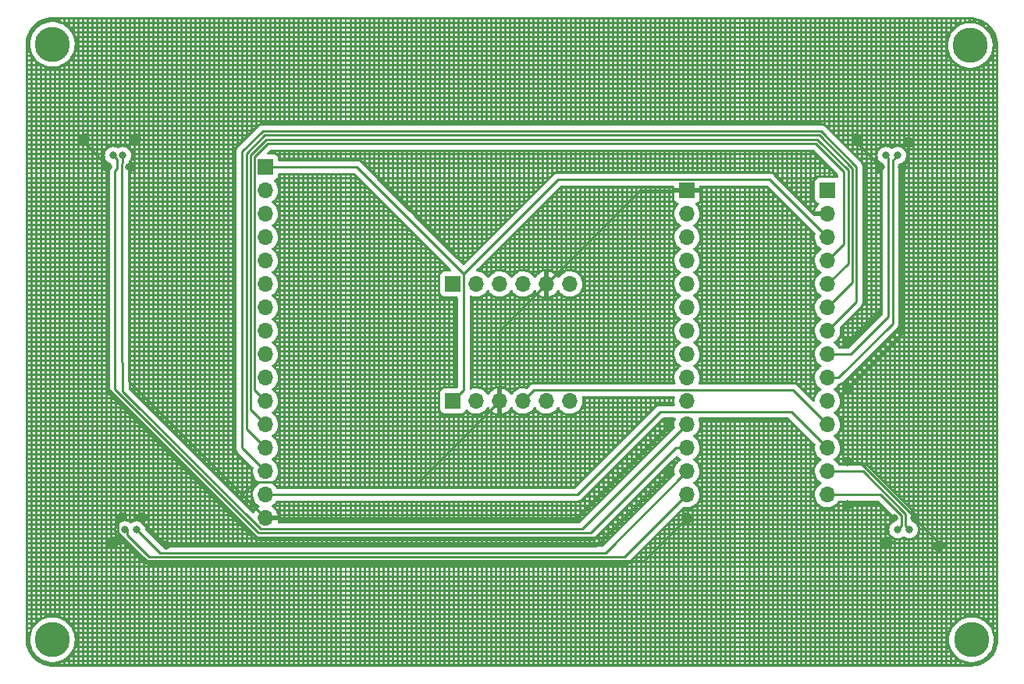
<source format=gbr>
%TF.GenerationSoftware,KiCad,Pcbnew,(5.99.0-12298-gc84619cd7f)*%
%TF.CreationDate,2021-09-28T06:55:19-06:00*%
%TF.ProjectId,VRduino 2,56526475-696e-46f2-9032-2e6b69636164,D*%
%TF.SameCoordinates,Original*%
%TF.FileFunction,Copper,L2,Bot*%
%TF.FilePolarity,Positive*%
%FSLAX46Y46*%
G04 Gerber Fmt 4.6, Leading zero omitted, Abs format (unit mm)*
G04 Created by KiCad (PCBNEW (5.99.0-12298-gc84619cd7f)) date 2021-09-28 06:55:19*
%MOMM*%
%LPD*%
G01*
G04 APERTURE LIST*
%TA.AperFunction,ComponentPad*%
%ADD10C,3.800000*%
%TD*%
%TA.AperFunction,ComponentPad*%
%ADD11R,1.700000X1.700000*%
%TD*%
%TA.AperFunction,ComponentPad*%
%ADD12O,1.700000X1.700000*%
%TD*%
%TA.AperFunction,ViaPad*%
%ADD13C,0.800000*%
%TD*%
%TA.AperFunction,Conductor*%
%ADD14C,0.250000*%
%TD*%
G04 APERTURE END LIST*
D10*
%TO.P,REF\u002A\u002A,1*%
%TO.N,N/C*%
X207264000Y-60452000D03*
%TD*%
%TO.P,REF\u002A\u002A,1*%
%TO.N,N/C*%
X207391000Y-124968000D03*
%TD*%
%TO.P,REF\u002A\u002A,1*%
%TO.N,N/C*%
X107696000Y-60325000D03*
%TD*%
%TO.P,REF\u002A\u002A,1*%
%TO.N,N/C*%
X107696000Y-124968000D03*
%TD*%
D11*
%TO.P,J2,1,Pin_1*%
%TO.N,/Teensy/VIN*%
X191770000Y-76200000D03*
D12*
%TO.P,J2,2,Pin_2*%
%TO.N,GND*%
X191770000Y-78740000D03*
%TO.P,J2,3,Pin_3*%
%TO.N,3.3V*%
X191770000Y-81280000D03*
%TO.P,J2,4,Pin_4*%
%TO.N,GPIO_23*%
X191770000Y-83820000D03*
%TO.P,J2,5,Pin_5*%
%TO.N,GPIO_22*%
X191770000Y-86360000D03*
%TO.P,J2,6,Pin_6*%
%TO.N,GPIO_21*%
X191770000Y-88900000D03*
%TO.P,J2,7,Pin_7*%
%TO.N,GPIO_20*%
X191770000Y-91440000D03*
%TO.P,J2,8,Pin_8*%
%TO.N,/Teensy/19*%
X191770000Y-93980000D03*
%TO.P,J2,9,Pin_9*%
%TO.N,/Teensy/18*%
X191770000Y-96520000D03*
%TO.P,J2,10,Pin_10*%
%TO.N,/IMU/SDA*%
X191770000Y-99060000D03*
%TO.P,J2,11,Pin_11*%
%TO.N,/IMU/SCL*%
X191770000Y-101600000D03*
%TO.P,J2,12,Pin_12*%
%TO.N,GPIO_15*%
X191770000Y-104140000D03*
%TO.P,J2,13,Pin_13*%
%TO.N,/Bottom Right Sensor/Data*%
X191770000Y-106680000D03*
%TO.P,J2,14,Pin_14*%
%TO.N,/Bottom Right Sensor/Envelope*%
X191770000Y-109220000D03*
%TD*%
D11*
%TO.P,J3,1,Pin_1*%
%TO.N,3.3V*%
X151130000Y-99060000D03*
D12*
%TO.P,J3,2,Pin_2*%
%TO.N,/IMU/1V8*%
X153670000Y-99060000D03*
%TO.P,J3,3,Pin_3*%
%TO.N,GND*%
X156210000Y-99060000D03*
%TO.P,J3,4,Pin_4*%
%TO.N,/IMU/SCL*%
X158750000Y-99060000D03*
%TO.P,J3,5,Pin_5*%
%TO.N,/IMU/SDA*%
X161290000Y-99060000D03*
%TO.P,J3,6,Pin_6*%
%TO.N,/IMU/INT*%
X163830000Y-99060000D03*
%TD*%
D11*
%TO.P,J4,1,Pin_1*%
%TO.N,/IMU/FS*%
X151130000Y-86360000D03*
D12*
%TO.P,J4,2,Pin_2*%
%TO.N,/IMU/AD*%
X153670000Y-86360000D03*
%TO.P,J4,3,Pin_3*%
%TO.N,/IMU/AC*%
X156210000Y-86360000D03*
%TO.P,J4,4,Pin_4*%
%TO.N,/IMU/G*%
X158750000Y-86360000D03*
%TO.P,J4,5,Pin_5*%
%TO.N,GND*%
X161290000Y-86360000D03*
%TO.P,J4,6,Pin_6*%
%TO.N,/IMU/CS*%
X163830000Y-86360000D03*
%TD*%
D11*
%TO.P,J5,1,Pin_1*%
%TO.N,3.3V*%
X130810000Y-73660000D03*
D12*
%TO.P,J5,2,Pin_2*%
%TO.N,GPIO_0*%
X130810000Y-76200000D03*
%TO.P,J5,3,Pin_3*%
%TO.N,GPIO_1*%
X130810000Y-78740000D03*
%TO.P,J5,4,Pin_4*%
%TO.N,GPIO_2*%
X130810000Y-81280000D03*
%TO.P,J5,5,Pin_5*%
%TO.N,GPIO_3*%
X130810000Y-83820000D03*
%TO.P,J5,6,Pin_6*%
%TO.N,GPIO_4*%
X130810000Y-86360000D03*
%TO.P,J5,7,Pin_7*%
%TO.N,GPIO_5*%
X130810000Y-88900000D03*
%TO.P,J5,8,Pin_8*%
%TO.N,GPIO_6*%
X130810000Y-91440000D03*
%TO.P,J5,9,Pin_9*%
%TO.N,GPIO_7*%
X130810000Y-93980000D03*
%TO.P,J5,10,Pin_10*%
%TO.N,GPIO_8*%
X130810000Y-96520000D03*
%TO.P,J5,11,Pin_11*%
%TO.N,GPIO_23*%
X130810000Y-99060000D03*
%TO.P,J5,12,Pin_12*%
%TO.N,GPIO_22*%
X130810000Y-101600000D03*
%TO.P,J5,13,Pin_13*%
%TO.N,GPIO_21*%
X130810000Y-104140000D03*
%TO.P,J5,14,Pin_14*%
%TO.N,GPIO_20*%
X130810000Y-106680000D03*
%TO.P,J5,15,Pin_15*%
%TO.N,GPIO_15*%
X130810000Y-109220000D03*
%TO.P,J5,16,Pin_16*%
%TO.N,GND*%
X130810000Y-111760000D03*
%TD*%
D11*
%TO.P,J1,1,Pin_1*%
%TO.N,GND*%
X176530000Y-76200000D03*
D12*
%TO.P,J1,2,Pin_2*%
%TO.N,GPIO_0*%
X176530000Y-78740000D03*
%TO.P,J1,3,Pin_3*%
%TO.N,GPIO_1*%
X176530000Y-81280000D03*
%TO.P,J1,4,Pin_4*%
%TO.N,GPIO_2*%
X176530000Y-83820000D03*
%TO.P,J1,5,Pin_5*%
%TO.N,GPIO_3*%
X176530000Y-86360000D03*
%TO.P,J1,6,Pin_6*%
%TO.N,GPIO_4*%
X176530000Y-88900000D03*
%TO.P,J1,7,Pin_7*%
%TO.N,GPIO_5*%
X176530000Y-91440000D03*
%TO.P,J1,8,Pin_8*%
%TO.N,GPIO_6*%
X176530000Y-93980000D03*
%TO.P,J1,9,Pin_9*%
%TO.N,GPIO_7*%
X176530000Y-96520000D03*
%TO.P,J1,10,Pin_10*%
%TO.N,GPIO_8*%
X176530000Y-99060000D03*
%TO.P,J1,11,Pin_11*%
%TO.N,/Teensy/9*%
X176530000Y-101600000D03*
%TO.P,J1,12,Pin_12*%
%TO.N,/Teensy/10*%
X176530000Y-104140000D03*
%TO.P,J1,13,Pin_13*%
%TO.N,/Bottom Left Sensor/Data*%
X176530000Y-106680000D03*
%TO.P,J1,14,Pin_14*%
%TO.N,/Bottom Left Sensor/Envelope*%
X176530000Y-109220000D03*
%TD*%
D13*
%TO.N,GND*%
X117348000Y-111760000D03*
X174752000Y-101600000D03*
X174752000Y-106680000D03*
X176530000Y-111760000D03*
X203835000Y-114808000D03*
X199009000Y-111760000D03*
X201168000Y-111760000D03*
X200533000Y-70993000D03*
X199771000Y-73660000D03*
X193929000Y-92710000D03*
X197612000Y-73660000D03*
X198247000Y-114427000D03*
X193929000Y-97710000D03*
X113792000Y-73660000D03*
X193929000Y-110210000D03*
X115189000Y-111760000D03*
X120015000Y-114808000D03*
X115951000Y-73660000D03*
X194945000Y-70612000D03*
X116713000Y-70612000D03*
X114300000Y-114427000D03*
X193929000Y-105710000D03*
X111125000Y-70612000D03*
%TO.N,/Bottom Left Sensor/Data*%
X116840000Y-113030000D03*
%TO.N,/Bottom Left Sensor/Envelope*%
X115570000Y-113030000D03*
%TO.N,/Teensy/10*%
X114300000Y-72390000D03*
%TO.N,/Teensy/9*%
X115316000Y-72390000D03*
%TO.N,/Bottom Right Sensor/Data*%
X200660000Y-113030000D03*
%TO.N,/Bottom Right Sensor/Envelope*%
X199390000Y-113030000D03*
%TO.N,/Teensy/18*%
X199390000Y-72390000D03*
%TO.N,/Teensy/19*%
X198120000Y-72390000D03*
%TD*%
D14*
%TO.N,GND*%
X197612000Y-73660000D02*
X194945000Y-70993000D01*
X201168000Y-111760000D02*
X203835000Y-114427000D01*
X193929000Y-110210000D02*
X197459000Y-110210000D01*
X129634999Y-107855001D02*
X128270000Y-109220000D01*
X171450000Y-76200000D02*
X176530000Y-76200000D01*
X111125000Y-70993000D02*
X111125000Y-70612000D01*
X117348000Y-112141000D02*
X117348000Y-111760000D01*
X156210000Y-99060000D02*
X156210000Y-91440000D01*
X147414999Y-107855001D02*
X129634999Y-107855001D01*
X193929000Y-97710000D02*
X193929000Y-105710000D01*
X193929000Y-97710000D02*
X199771000Y-91868000D01*
X176530000Y-111760000D02*
X171856981Y-116433019D01*
X113792000Y-75438000D02*
X113792000Y-73660000D01*
X113792000Y-73660000D02*
X111125000Y-70993000D01*
X166624000Y-114808000D02*
X167596981Y-113835019D01*
X120015000Y-114808000D02*
X117348000Y-112141000D01*
X203835000Y-114427000D02*
X203835000Y-114808000D01*
X129873199Y-113835019D02*
X167596981Y-113835019D01*
X201168000Y-111573870D02*
X201168000Y-111760000D01*
X164592000Y-111760000D02*
X130810000Y-111760000D01*
X128270000Y-109220000D02*
X130810000Y-111760000D01*
X113792000Y-97753820D02*
X129873199Y-113835019D01*
X174752000Y-101600000D02*
X164592000Y-111760000D01*
X174752000Y-106680000D02*
X168021000Y-113411000D01*
X156210000Y-99060000D02*
X147414999Y-107855001D01*
X165608000Y-114808000D02*
X166624000Y-114808000D01*
X194945000Y-70993000D02*
X194945000Y-70612000D01*
X113792000Y-97753820D02*
X113792000Y-75438000D01*
X120015000Y-114808000D02*
X165608000Y-114808000D01*
X115189000Y-111760000D02*
X114789001Y-112159999D01*
X161290000Y-86360000D02*
X171450000Y-76200000D01*
X197612000Y-73660000D02*
X197612000Y-89027000D01*
X197612000Y-89027000D02*
X193929000Y-92710000D01*
X114789001Y-113322003D02*
X117900017Y-116433019D01*
X156210000Y-91440000D02*
X161290000Y-86360000D01*
X115951000Y-96901000D02*
X128270000Y-109220000D01*
X193929000Y-105710000D02*
X195304130Y-105710000D01*
X197459000Y-110210000D02*
X199009000Y-111760000D01*
X199771000Y-91868000D02*
X199771000Y-73660000D01*
X167596981Y-113835019D02*
X168021000Y-113411000D01*
X117900017Y-116433019D02*
X171856981Y-116433019D01*
X115951000Y-96901000D02*
X115951000Y-73660000D01*
X114789001Y-112159999D02*
X114789001Y-113322003D01*
X195304130Y-105710000D02*
X201168000Y-111573870D01*
%TO.N,3.3V*%
X191770000Y-81280000D02*
X185514999Y-75024999D01*
X162530001Y-75024999D02*
X152305001Y-85249999D01*
X152305001Y-97884999D02*
X151130000Y-99060000D01*
X130810000Y-73660000D02*
X140715002Y-73660000D01*
X185514999Y-75024999D02*
X162530001Y-75024999D01*
X152305001Y-85249999D02*
X152305001Y-85985997D01*
X152305001Y-85985997D02*
X152305001Y-97884999D01*
X140715002Y-73660000D02*
X152305001Y-85249999D01*
%TO.N,/Bottom Left Sensor/Data*%
X176530000Y-106680000D02*
X167676999Y-115533001D01*
X116840000Y-113030000D02*
X119343001Y-115533001D01*
X119343001Y-115533001D02*
X167676999Y-115533001D01*
X167676999Y-115533001D02*
X167603001Y-115533001D01*
%TO.N,/Bottom Left Sensor/Envelope*%
X118211325Y-115983010D02*
X169766990Y-115983010D01*
X169766990Y-115983010D02*
X176530000Y-109220000D01*
X115824000Y-113595685D02*
X118211325Y-115983010D01*
X115824000Y-113030000D02*
X115824000Y-113595685D01*
%TO.N,/Teensy/10*%
X176530000Y-104140000D02*
X175327919Y-104140000D01*
X130059598Y-113385010D02*
X114427000Y-97752412D01*
X114699999Y-73825003D02*
X114427000Y-74098002D01*
X114427000Y-94996000D02*
X114427000Y-74098002D01*
X166082909Y-113385010D02*
X165455010Y-113385010D01*
X165455010Y-113385010D02*
X130059598Y-113385010D01*
X114427000Y-97752412D02*
X114427000Y-94996000D01*
X175327919Y-104140000D02*
X166082909Y-113385010D01*
X114300000Y-72390000D02*
X114699999Y-72789999D01*
X114427000Y-95212412D02*
X114427000Y-94996000D01*
X114699999Y-72789999D02*
X114699999Y-73825003D01*
%TO.N,/Teensy/9*%
X115225999Y-73311999D02*
X115225999Y-94778999D01*
X115316000Y-98005002D02*
X115316000Y-94869000D01*
X130245999Y-112935001D02*
X115316000Y-98005002D01*
X115316000Y-72390000D02*
X115316000Y-73221998D01*
X165194999Y-112935001D02*
X165005001Y-112935001D01*
X165005001Y-112935001D02*
X130245999Y-112935001D01*
X176530000Y-101600000D02*
X165194999Y-112935001D01*
X115316000Y-73221998D02*
X115225999Y-73311999D01*
X115225999Y-94778999D02*
X115316000Y-94869000D01*
%TO.N,/IMU/SCL*%
X188055489Y-97885489D02*
X191770000Y-101600000D01*
X159924511Y-97885489D02*
X158750000Y-99060000D01*
X188055489Y-97885489D02*
X159924511Y-97885489D01*
%TO.N,GPIO_15*%
X173615997Y-100235001D02*
X187865001Y-100235001D01*
X164630998Y-109220000D02*
X173615997Y-100235001D01*
X130810000Y-109220000D02*
X164630998Y-109220000D01*
X187865001Y-100235001D02*
X191770000Y-104140000D01*
%TO.N,/Bottom Right Sensor/Data*%
X200260001Y-111301589D02*
X195638412Y-106680000D01*
X194310000Y-106680000D02*
X191770000Y-106680000D01*
X200660000Y-113030000D02*
X200260001Y-112630001D01*
X194749412Y-106680000D02*
X194310000Y-106680000D01*
X200260001Y-112630001D02*
X200260001Y-111301589D01*
X195638412Y-106680000D02*
X194310000Y-106680000D01*
%TO.N,/Bottom Right Sensor/Envelope*%
X195580000Y-109220000D02*
X191770000Y-109220000D01*
X197542002Y-109220000D02*
X195580000Y-109220000D01*
X196653002Y-109220000D02*
X195580000Y-109220000D01*
X199390000Y-113030000D02*
X199789999Y-112630001D01*
X199789999Y-112630001D02*
X199789999Y-111467997D01*
X199789999Y-111467997D02*
X197542002Y-109220000D01*
%TO.N,/Teensy/18*%
X192972081Y-96520000D02*
X198844511Y-90647570D01*
X198844511Y-90647570D02*
X198844511Y-72935489D01*
X191770000Y-96520000D02*
X192972081Y-96520000D01*
X198844511Y-72935489D02*
X199390000Y-72390000D01*
%TO.N,/Teensy/19*%
X194310000Y-93980000D02*
X198394991Y-89895009D01*
X198394991Y-72664991D02*
X198120000Y-72390000D01*
X198394991Y-89895009D02*
X198394991Y-72664991D01*
X191770000Y-93980000D02*
X194310000Y-93980000D01*
%TO.N,GPIO_20*%
X128284969Y-104154969D02*
X128284969Y-71990799D01*
X130505795Y-69769973D02*
X191059202Y-69769972D01*
X194898030Y-88311970D02*
X194898030Y-88218030D01*
X130810000Y-106680000D02*
X128284969Y-104154969D01*
X191770000Y-91440000D02*
X194898030Y-88311970D01*
X191059202Y-69769972D02*
X194898030Y-73608800D01*
X128284969Y-71990799D02*
X130505795Y-69769973D01*
X194898030Y-73608800D02*
X194898030Y-88218030D01*
%TO.N,GPIO_21*%
X190872801Y-70219981D02*
X194448020Y-73795200D01*
X194448020Y-73795200D02*
X194448020Y-86221980D01*
X128734979Y-102064979D02*
X128734979Y-72177199D01*
X191770000Y-88900000D02*
X194448020Y-86221980D01*
X128734979Y-72177199D02*
X130692196Y-70219982D01*
X130692196Y-70219982D02*
X190872801Y-70219981D01*
X130810000Y-104140000D02*
X128734979Y-102064979D01*
%TO.N,GPIO_22*%
X130878597Y-70669991D02*
X129184989Y-72363599D01*
X193998010Y-84131990D02*
X193998010Y-83508010D01*
X129184989Y-72363599D02*
X129184989Y-99974989D01*
X193998010Y-73981600D02*
X193998010Y-83508010D01*
X190686400Y-70669990D02*
X130878597Y-70669991D01*
X191770000Y-86360000D02*
X193998010Y-84131990D01*
X190686400Y-70669990D02*
X193998010Y-73981600D01*
X129184989Y-99974989D02*
X130810000Y-101600000D01*
%TO.N,GPIO_23*%
X190500000Y-71120000D02*
X131064998Y-71120000D01*
X129634999Y-97884999D02*
X130810000Y-99060000D01*
X193548000Y-74168000D02*
X193548000Y-82042000D01*
X191770000Y-83820000D02*
X193548000Y-82042000D01*
X129634999Y-72549999D02*
X129634999Y-97884999D01*
X190500000Y-71120000D02*
X193548000Y-74168000D01*
X131064998Y-71120000D02*
X129634999Y-72549999D01*
%TD*%
%TA.AperFunction,Conductor*%
%TO.N,GND*%
G36*
X207094984Y-57404888D02*
G01*
X207149131Y-57411349D01*
X207157984Y-57409868D01*
X207157986Y-57409868D01*
X207167484Y-57408279D01*
X207190521Y-57406572D01*
X207474696Y-57411646D01*
X207488135Y-57412606D01*
X207798492Y-57451588D01*
X207811749Y-57453980D01*
X208116156Y-57525914D01*
X208129089Y-57529712D01*
X208424052Y-57633769D01*
X208436512Y-57638930D01*
X208718665Y-57773923D01*
X208730492Y-57780381D01*
X208879062Y-57872155D01*
X208996604Y-57944764D01*
X209007683Y-57952457D01*
X209254682Y-58144332D01*
X209264876Y-58153165D01*
X209489951Y-58370346D01*
X209499142Y-58380217D01*
X209699720Y-58620221D01*
X209707803Y-58631019D01*
X209881570Y-58891080D01*
X209888453Y-58902680D01*
X210024312Y-59162402D01*
X210033429Y-59179832D01*
X210039032Y-59192101D01*
X210153551Y-59483163D01*
X210157810Y-59495961D01*
X210240555Y-59797580D01*
X210243423Y-59810760D01*
X210293457Y-60119525D01*
X210294898Y-60132934D01*
X210298653Y-60202982D01*
X210309718Y-60409422D01*
X210308399Y-60435550D01*
X210306814Y-60445730D01*
X210307978Y-60454632D01*
X210307978Y-60454635D01*
X210310936Y-60477251D01*
X210312000Y-60493589D01*
X210312000Y-124918672D01*
X210310500Y-124938056D01*
X210306814Y-124961730D01*
X210307978Y-124970632D01*
X210307978Y-124970634D01*
X210309163Y-124979692D01*
X210310029Y-125003093D01*
X210294830Y-125273746D01*
X210294030Y-125287983D01*
X210292448Y-125302024D01*
X210239949Y-125611007D01*
X210236805Y-125624782D01*
X210150041Y-125925947D01*
X210145374Y-125939284D01*
X210025438Y-126228837D01*
X210019309Y-126241564D01*
X209867701Y-126515877D01*
X209860194Y-126527825D01*
X209678819Y-126783449D01*
X209670018Y-126794484D01*
X209461174Y-127028183D01*
X209451184Y-127038173D01*
X209217484Y-127247018D01*
X209206451Y-127255817D01*
X208950825Y-127437194D01*
X208938877Y-127444701D01*
X208664564Y-127596309D01*
X208651841Y-127602436D01*
X208601780Y-127623172D01*
X208362284Y-127722374D01*
X208348947Y-127727041D01*
X208047782Y-127813805D01*
X208034007Y-127816949D01*
X207888723Y-127841634D01*
X207725019Y-127869449D01*
X207710987Y-127871030D01*
X207433373Y-127886621D01*
X207406932Y-127885319D01*
X207397270Y-127883814D01*
X207370100Y-127887367D01*
X207365749Y-127887936D01*
X207349411Y-127889000D01*
X107880439Y-127889000D01*
X107865676Y-127888132D01*
X107859192Y-127887367D01*
X107810185Y-127881585D01*
X107791844Y-127884678D01*
X107768813Y-127886414D01*
X107497960Y-127881924D01*
X107484497Y-127880977D01*
X107187367Y-127844015D01*
X107174081Y-127841634D01*
X106882589Y-127773092D01*
X106869653Y-127769308D01*
X106587171Y-127669975D01*
X106574695Y-127664821D01*
X106463192Y-127611600D01*
X108195719Y-127611600D01*
X108337000Y-127611600D01*
X108337000Y-127576439D01*
X108217187Y-127607202D01*
X108213302Y-127608134D01*
X108211743Y-127608482D01*
X108207895Y-127609278D01*
X108195719Y-127611600D01*
X106463192Y-127611600D01*
X106304469Y-127535841D01*
X106292621Y-127529386D01*
X106249501Y-127502800D01*
X108590000Y-127502800D01*
X108590000Y-127611600D01*
X108846000Y-127611600D01*
X108846000Y-127400251D01*
X108834371Y-127405724D01*
X108830731Y-127407367D01*
X108829265Y-127408001D01*
X108825635Y-127409505D01*
X108590000Y-127502800D01*
X106249501Y-127502800D01*
X106064930Y-127389000D01*
X109099000Y-127389000D01*
X109099000Y-127611600D01*
X109355000Y-127611600D01*
X109355000Y-127389000D01*
X109608000Y-127389000D01*
X109608000Y-127611600D01*
X109864000Y-127611600D01*
X109864000Y-127389000D01*
X110117000Y-127389000D01*
X110117000Y-127611600D01*
X110373000Y-127611600D01*
X110373000Y-127389000D01*
X110626000Y-127389000D01*
X110626000Y-127611600D01*
X110882000Y-127611600D01*
X110882000Y-127389000D01*
X111135000Y-127389000D01*
X111135000Y-127611600D01*
X111391000Y-127611600D01*
X111391000Y-127389000D01*
X111644000Y-127389000D01*
X111644000Y-127611600D01*
X111900000Y-127611600D01*
X111900000Y-127389000D01*
X112153000Y-127389000D01*
X112153000Y-127611600D01*
X112409000Y-127611600D01*
X112409000Y-127389000D01*
X112662000Y-127389000D01*
X112662000Y-127611600D01*
X112918000Y-127611600D01*
X112918000Y-127389000D01*
X113171000Y-127389000D01*
X113171000Y-127611600D01*
X113427000Y-127611600D01*
X113427000Y-127389000D01*
X113680000Y-127389000D01*
X113680000Y-127611600D01*
X113936000Y-127611600D01*
X113936000Y-127389000D01*
X114189000Y-127389000D01*
X114189000Y-127611600D01*
X114445000Y-127611600D01*
X114445000Y-127389000D01*
X114698000Y-127389000D01*
X114698000Y-127611600D01*
X114954000Y-127611600D01*
X114954000Y-127389000D01*
X115207000Y-127389000D01*
X115207000Y-127611600D01*
X115463000Y-127611600D01*
X115463000Y-127389000D01*
X115716000Y-127389000D01*
X115716000Y-127611600D01*
X115972000Y-127611600D01*
X115972000Y-127389000D01*
X116225000Y-127389000D01*
X116225000Y-127611600D01*
X116481000Y-127611600D01*
X116481000Y-127389000D01*
X116734000Y-127389000D01*
X116734000Y-127611600D01*
X116990000Y-127611600D01*
X116990000Y-127389000D01*
X117243000Y-127389000D01*
X117243000Y-127611600D01*
X117499000Y-127611600D01*
X117499000Y-127389000D01*
X117752000Y-127389000D01*
X117752000Y-127611600D01*
X118008000Y-127611600D01*
X118008000Y-127389000D01*
X118261000Y-127389000D01*
X118261000Y-127611600D01*
X118517000Y-127611600D01*
X118517000Y-127389000D01*
X118770000Y-127389000D01*
X118770000Y-127611600D01*
X119026000Y-127611600D01*
X119026000Y-127389000D01*
X119279000Y-127389000D01*
X119279000Y-127611600D01*
X119535000Y-127611600D01*
X119535000Y-127389000D01*
X119788000Y-127389000D01*
X119788000Y-127611600D01*
X120044000Y-127611600D01*
X120044000Y-127389000D01*
X120297000Y-127389000D01*
X120297000Y-127611600D01*
X120553000Y-127611600D01*
X120553000Y-127389000D01*
X120806000Y-127389000D01*
X120806000Y-127611600D01*
X121062000Y-127611600D01*
X121062000Y-127389000D01*
X121315000Y-127389000D01*
X121315000Y-127611600D01*
X121571000Y-127611600D01*
X121571000Y-127389000D01*
X121824000Y-127389000D01*
X121824000Y-127611600D01*
X122080000Y-127611600D01*
X122080000Y-127389000D01*
X122333000Y-127389000D01*
X122333000Y-127611600D01*
X122589000Y-127611600D01*
X122589000Y-127389000D01*
X122842000Y-127389000D01*
X122842000Y-127611600D01*
X123098000Y-127611600D01*
X123098000Y-127389000D01*
X123351000Y-127389000D01*
X123351000Y-127611600D01*
X123607000Y-127611600D01*
X123607000Y-127389000D01*
X123860000Y-127389000D01*
X123860000Y-127611600D01*
X124116000Y-127611600D01*
X124116000Y-127389000D01*
X124369000Y-127389000D01*
X124369000Y-127611600D01*
X124625000Y-127611600D01*
X124625000Y-127389000D01*
X124878000Y-127389000D01*
X124878000Y-127611600D01*
X125134000Y-127611600D01*
X125134000Y-127389000D01*
X125387000Y-127389000D01*
X125387000Y-127611600D01*
X125643000Y-127611600D01*
X125643000Y-127389000D01*
X125896000Y-127389000D01*
X125896000Y-127611600D01*
X126152000Y-127611600D01*
X126152000Y-127389000D01*
X126405000Y-127389000D01*
X126405000Y-127611600D01*
X126661000Y-127611600D01*
X126661000Y-127389000D01*
X126914000Y-127389000D01*
X126914000Y-127611600D01*
X127170000Y-127611600D01*
X127170000Y-127389000D01*
X127423000Y-127389000D01*
X127423000Y-127611600D01*
X127679000Y-127611600D01*
X127679000Y-127389000D01*
X127932000Y-127389000D01*
X127932000Y-127611600D01*
X128188000Y-127611600D01*
X128188000Y-127389000D01*
X128441000Y-127389000D01*
X128441000Y-127611600D01*
X128697000Y-127611600D01*
X128697000Y-127389000D01*
X128950000Y-127389000D01*
X128950000Y-127611600D01*
X129206000Y-127611600D01*
X129206000Y-127389000D01*
X129459000Y-127389000D01*
X129459000Y-127611600D01*
X129715000Y-127611600D01*
X129715000Y-127389000D01*
X129968000Y-127389000D01*
X129968000Y-127611600D01*
X130224000Y-127611600D01*
X130224000Y-127389000D01*
X130477000Y-127389000D01*
X130477000Y-127611600D01*
X130733000Y-127611600D01*
X130733000Y-127389000D01*
X130986000Y-127389000D01*
X130986000Y-127611600D01*
X131242000Y-127611600D01*
X131242000Y-127389000D01*
X131495000Y-127389000D01*
X131495000Y-127611600D01*
X131751000Y-127611600D01*
X131751000Y-127389000D01*
X132004000Y-127389000D01*
X132004000Y-127611600D01*
X132260000Y-127611600D01*
X132260000Y-127389000D01*
X132513000Y-127389000D01*
X132513000Y-127611600D01*
X132769000Y-127611600D01*
X132769000Y-127389000D01*
X133022000Y-127389000D01*
X133022000Y-127611600D01*
X133278000Y-127611600D01*
X133278000Y-127389000D01*
X133531000Y-127389000D01*
X133531000Y-127611600D01*
X133787000Y-127611600D01*
X133787000Y-127389000D01*
X134040000Y-127389000D01*
X134040000Y-127611600D01*
X134296000Y-127611600D01*
X134296000Y-127389000D01*
X134549000Y-127389000D01*
X134549000Y-127611600D01*
X134805000Y-127611600D01*
X134805000Y-127389000D01*
X135058000Y-127389000D01*
X135058000Y-127611600D01*
X135314000Y-127611600D01*
X135314000Y-127389000D01*
X135567000Y-127389000D01*
X135567000Y-127611600D01*
X135823000Y-127611600D01*
X135823000Y-127389000D01*
X136076000Y-127389000D01*
X136076000Y-127611600D01*
X136332000Y-127611600D01*
X136332000Y-127389000D01*
X136585000Y-127389000D01*
X136585000Y-127611600D01*
X136841000Y-127611600D01*
X136841000Y-127389000D01*
X137094000Y-127389000D01*
X137094000Y-127611600D01*
X137350000Y-127611600D01*
X137350000Y-127389000D01*
X137603000Y-127389000D01*
X137603000Y-127611600D01*
X137859000Y-127611600D01*
X137859000Y-127389000D01*
X138112000Y-127389000D01*
X138112000Y-127611600D01*
X138368000Y-127611600D01*
X138368000Y-127389000D01*
X138621000Y-127389000D01*
X138621000Y-127611600D01*
X138877000Y-127611600D01*
X138877000Y-127389000D01*
X139130000Y-127389000D01*
X139130000Y-127611600D01*
X139386000Y-127611600D01*
X139386000Y-127389000D01*
X139639000Y-127389000D01*
X139639000Y-127611600D01*
X139895000Y-127611600D01*
X139895000Y-127389000D01*
X140148000Y-127389000D01*
X140148000Y-127611600D01*
X140404000Y-127611600D01*
X140404000Y-127389000D01*
X140657000Y-127389000D01*
X140657000Y-127611600D01*
X140913000Y-127611600D01*
X140913000Y-127389000D01*
X141166000Y-127389000D01*
X141166000Y-127611600D01*
X141422000Y-127611600D01*
X141422000Y-127389000D01*
X141675000Y-127389000D01*
X141675000Y-127611600D01*
X141931000Y-127611600D01*
X141931000Y-127389000D01*
X142184000Y-127389000D01*
X142184000Y-127611600D01*
X142440000Y-127611600D01*
X142440000Y-127389000D01*
X142693000Y-127389000D01*
X142693000Y-127611600D01*
X142949000Y-127611600D01*
X142949000Y-127389000D01*
X143202000Y-127389000D01*
X143202000Y-127611600D01*
X143458000Y-127611600D01*
X143458000Y-127389000D01*
X143711000Y-127389000D01*
X143711000Y-127611600D01*
X143967000Y-127611600D01*
X143967000Y-127389000D01*
X144220000Y-127389000D01*
X144220000Y-127611600D01*
X144476000Y-127611600D01*
X144476000Y-127389000D01*
X144729000Y-127389000D01*
X144729000Y-127611600D01*
X144985000Y-127611600D01*
X144985000Y-127389000D01*
X145238000Y-127389000D01*
X145238000Y-127611600D01*
X145494000Y-127611600D01*
X145494000Y-127389000D01*
X145747000Y-127389000D01*
X145747000Y-127611600D01*
X146003000Y-127611600D01*
X146003000Y-127389000D01*
X146256000Y-127389000D01*
X146256000Y-127611600D01*
X146512000Y-127611600D01*
X146512000Y-127389000D01*
X146765000Y-127389000D01*
X146765000Y-127611600D01*
X147021000Y-127611600D01*
X147021000Y-127389000D01*
X147274000Y-127389000D01*
X147274000Y-127611600D01*
X147530000Y-127611600D01*
X147530000Y-127389000D01*
X147783000Y-127389000D01*
X147783000Y-127611600D01*
X148039000Y-127611600D01*
X148039000Y-127389000D01*
X148292000Y-127389000D01*
X148292000Y-127611600D01*
X148548000Y-127611600D01*
X148548000Y-127389000D01*
X148801000Y-127389000D01*
X148801000Y-127611600D01*
X149057000Y-127611600D01*
X149057000Y-127389000D01*
X149310000Y-127389000D01*
X149310000Y-127611600D01*
X149566000Y-127611600D01*
X149566000Y-127389000D01*
X149819000Y-127389000D01*
X149819000Y-127611600D01*
X150075000Y-127611600D01*
X150075000Y-127389000D01*
X150328000Y-127389000D01*
X150328000Y-127611600D01*
X150584000Y-127611600D01*
X150584000Y-127389000D01*
X150837000Y-127389000D01*
X150837000Y-127611600D01*
X151093000Y-127611600D01*
X151093000Y-127389000D01*
X151346000Y-127389000D01*
X151346000Y-127611600D01*
X151602000Y-127611600D01*
X151602000Y-127389000D01*
X151855000Y-127389000D01*
X151855000Y-127611600D01*
X152111000Y-127611600D01*
X152111000Y-127389000D01*
X152364000Y-127389000D01*
X152364000Y-127611600D01*
X152620000Y-127611600D01*
X152620000Y-127389000D01*
X152873000Y-127389000D01*
X152873000Y-127611600D01*
X153129000Y-127611600D01*
X153129000Y-127389000D01*
X153382000Y-127389000D01*
X153382000Y-127611600D01*
X153638000Y-127611600D01*
X153638000Y-127389000D01*
X153891000Y-127389000D01*
X153891000Y-127611600D01*
X154147000Y-127611600D01*
X154147000Y-127389000D01*
X154400000Y-127389000D01*
X154400000Y-127611600D01*
X154656000Y-127611600D01*
X154656000Y-127389000D01*
X154909000Y-127389000D01*
X154909000Y-127611600D01*
X155165000Y-127611600D01*
X155165000Y-127389000D01*
X155418000Y-127389000D01*
X155418000Y-127611600D01*
X155674000Y-127611600D01*
X155674000Y-127389000D01*
X155927000Y-127389000D01*
X155927000Y-127611600D01*
X156183000Y-127611600D01*
X156183000Y-127389000D01*
X156436000Y-127389000D01*
X156436000Y-127611600D01*
X156692000Y-127611600D01*
X156692000Y-127389000D01*
X156945000Y-127389000D01*
X156945000Y-127611600D01*
X157201000Y-127611600D01*
X157201000Y-127389000D01*
X157454000Y-127389000D01*
X157454000Y-127611600D01*
X157710000Y-127611600D01*
X157710000Y-127389000D01*
X157963000Y-127389000D01*
X157963000Y-127611600D01*
X158219000Y-127611600D01*
X158219000Y-127389000D01*
X158472000Y-127389000D01*
X158472000Y-127611600D01*
X158728000Y-127611600D01*
X158728000Y-127389000D01*
X158981000Y-127389000D01*
X158981000Y-127611600D01*
X159237000Y-127611600D01*
X159237000Y-127389000D01*
X159490000Y-127389000D01*
X159490000Y-127611600D01*
X159746000Y-127611600D01*
X159746000Y-127389000D01*
X159999000Y-127389000D01*
X159999000Y-127611600D01*
X160255000Y-127611600D01*
X160255000Y-127389000D01*
X160508000Y-127389000D01*
X160508000Y-127611600D01*
X160764000Y-127611600D01*
X160764000Y-127389000D01*
X161017000Y-127389000D01*
X161017000Y-127611600D01*
X161273000Y-127611600D01*
X161273000Y-127389000D01*
X161526000Y-127389000D01*
X161526000Y-127611600D01*
X161782000Y-127611600D01*
X161782000Y-127389000D01*
X162035000Y-127389000D01*
X162035000Y-127611600D01*
X162291000Y-127611600D01*
X162291000Y-127389000D01*
X162544000Y-127389000D01*
X162544000Y-127611600D01*
X162800000Y-127611600D01*
X162800000Y-127389000D01*
X163053000Y-127389000D01*
X163053000Y-127611600D01*
X163309000Y-127611600D01*
X163309000Y-127389000D01*
X163562000Y-127389000D01*
X163562000Y-127611600D01*
X163818000Y-127611600D01*
X163818000Y-127389000D01*
X164071000Y-127389000D01*
X164071000Y-127611600D01*
X164327000Y-127611600D01*
X164327000Y-127389000D01*
X164580000Y-127389000D01*
X164580000Y-127611600D01*
X164836000Y-127611600D01*
X164836000Y-127389000D01*
X165089000Y-127389000D01*
X165089000Y-127611600D01*
X165345000Y-127611600D01*
X165345000Y-127389000D01*
X165598000Y-127389000D01*
X165598000Y-127611600D01*
X165854000Y-127611600D01*
X165854000Y-127389000D01*
X166107000Y-127389000D01*
X166107000Y-127611600D01*
X166363000Y-127611600D01*
X166363000Y-127389000D01*
X166616000Y-127389000D01*
X166616000Y-127611600D01*
X166872000Y-127611600D01*
X166872000Y-127389000D01*
X167125000Y-127389000D01*
X167125000Y-127611600D01*
X167381000Y-127611600D01*
X167381000Y-127389000D01*
X167634000Y-127389000D01*
X167634000Y-127611600D01*
X167890000Y-127611600D01*
X167890000Y-127389000D01*
X168143000Y-127389000D01*
X168143000Y-127611600D01*
X168399000Y-127611600D01*
X168399000Y-127389000D01*
X168652000Y-127389000D01*
X168652000Y-127611600D01*
X168908000Y-127611600D01*
X168908000Y-127389000D01*
X169161000Y-127389000D01*
X169161000Y-127611600D01*
X169417000Y-127611600D01*
X169417000Y-127389000D01*
X169670000Y-127389000D01*
X169670000Y-127611600D01*
X169926000Y-127611600D01*
X169926000Y-127389000D01*
X170179000Y-127389000D01*
X170179000Y-127611600D01*
X170435000Y-127611600D01*
X170435000Y-127389000D01*
X170688000Y-127389000D01*
X170688000Y-127611600D01*
X170944000Y-127611600D01*
X170944000Y-127389000D01*
X171197000Y-127389000D01*
X171197000Y-127611600D01*
X171453000Y-127611600D01*
X171453000Y-127389000D01*
X171706000Y-127389000D01*
X171706000Y-127611600D01*
X171962000Y-127611600D01*
X171962000Y-127389000D01*
X172215000Y-127389000D01*
X172215000Y-127611600D01*
X172471000Y-127611600D01*
X172471000Y-127389000D01*
X172724000Y-127389000D01*
X172724000Y-127611600D01*
X172980000Y-127611600D01*
X172980000Y-127389000D01*
X173233000Y-127389000D01*
X173233000Y-127611600D01*
X173489000Y-127611600D01*
X173489000Y-127389000D01*
X173742000Y-127389000D01*
X173742000Y-127611600D01*
X173998000Y-127611600D01*
X173998000Y-127389000D01*
X174251000Y-127389000D01*
X174251000Y-127611600D01*
X174507000Y-127611600D01*
X174507000Y-127389000D01*
X174760000Y-127389000D01*
X174760000Y-127611600D01*
X175016000Y-127611600D01*
X175016000Y-127389000D01*
X175269000Y-127389000D01*
X175269000Y-127611600D01*
X175525000Y-127611600D01*
X175525000Y-127389000D01*
X175778000Y-127389000D01*
X175778000Y-127611600D01*
X176034000Y-127611600D01*
X176034000Y-127389000D01*
X176287000Y-127389000D01*
X176287000Y-127611600D01*
X176543000Y-127611600D01*
X176543000Y-127389000D01*
X176796000Y-127389000D01*
X176796000Y-127611600D01*
X177052000Y-127611600D01*
X177052000Y-127389000D01*
X177305000Y-127389000D01*
X177305000Y-127611600D01*
X177561000Y-127611600D01*
X177561000Y-127389000D01*
X177814000Y-127389000D01*
X177814000Y-127611600D01*
X178070000Y-127611600D01*
X178070000Y-127389000D01*
X178323000Y-127389000D01*
X178323000Y-127611600D01*
X178579000Y-127611600D01*
X178579000Y-127389000D01*
X178832000Y-127389000D01*
X178832000Y-127611600D01*
X179088000Y-127611600D01*
X179088000Y-127389000D01*
X179341000Y-127389000D01*
X179341000Y-127611600D01*
X179597000Y-127611600D01*
X179597000Y-127389000D01*
X179850000Y-127389000D01*
X179850000Y-127611600D01*
X180106000Y-127611600D01*
X180106000Y-127389000D01*
X180359000Y-127389000D01*
X180359000Y-127611600D01*
X180615000Y-127611600D01*
X180615000Y-127389000D01*
X180868000Y-127389000D01*
X180868000Y-127611600D01*
X181124000Y-127611600D01*
X181124000Y-127389000D01*
X181377000Y-127389000D01*
X181377000Y-127611600D01*
X181633000Y-127611600D01*
X181633000Y-127389000D01*
X181886000Y-127389000D01*
X181886000Y-127611600D01*
X182142000Y-127611600D01*
X182142000Y-127389000D01*
X182395000Y-127389000D01*
X182395000Y-127611600D01*
X182651000Y-127611600D01*
X182651000Y-127389000D01*
X182904000Y-127389000D01*
X182904000Y-127611600D01*
X183160000Y-127611600D01*
X183160000Y-127389000D01*
X183413000Y-127389000D01*
X183413000Y-127611600D01*
X183669000Y-127611600D01*
X183669000Y-127389000D01*
X183922000Y-127389000D01*
X183922000Y-127611600D01*
X184178000Y-127611600D01*
X184178000Y-127389000D01*
X184431000Y-127389000D01*
X184431000Y-127611600D01*
X184687000Y-127611600D01*
X184687000Y-127389000D01*
X184940000Y-127389000D01*
X184940000Y-127611600D01*
X185196000Y-127611600D01*
X185196000Y-127389000D01*
X185449000Y-127389000D01*
X185449000Y-127611600D01*
X185705000Y-127611600D01*
X185705000Y-127389000D01*
X185958000Y-127389000D01*
X185958000Y-127611600D01*
X186214000Y-127611600D01*
X186214000Y-127389000D01*
X186467000Y-127389000D01*
X186467000Y-127611600D01*
X186723000Y-127611600D01*
X186723000Y-127389000D01*
X186976000Y-127389000D01*
X186976000Y-127611600D01*
X187232000Y-127611600D01*
X187232000Y-127389000D01*
X187485000Y-127389000D01*
X187485000Y-127611600D01*
X187741000Y-127611600D01*
X187741000Y-127389000D01*
X187994000Y-127389000D01*
X187994000Y-127611600D01*
X188250000Y-127611600D01*
X188250000Y-127389000D01*
X188503000Y-127389000D01*
X188503000Y-127611600D01*
X188759000Y-127611600D01*
X188759000Y-127389000D01*
X189012000Y-127389000D01*
X189012000Y-127611600D01*
X189268000Y-127611600D01*
X189268000Y-127389000D01*
X189521000Y-127389000D01*
X189521000Y-127611600D01*
X189777000Y-127611600D01*
X189777000Y-127389000D01*
X190030000Y-127389000D01*
X190030000Y-127611600D01*
X190286000Y-127611600D01*
X190286000Y-127389000D01*
X190539000Y-127389000D01*
X190539000Y-127611600D01*
X190795000Y-127611600D01*
X190795000Y-127389000D01*
X191048000Y-127389000D01*
X191048000Y-127611600D01*
X191304000Y-127611600D01*
X191304000Y-127389000D01*
X191557000Y-127389000D01*
X191557000Y-127611600D01*
X191813000Y-127611600D01*
X191813000Y-127389000D01*
X192066000Y-127389000D01*
X192066000Y-127611600D01*
X192322000Y-127611600D01*
X192322000Y-127389000D01*
X192575000Y-127389000D01*
X192575000Y-127611600D01*
X192831000Y-127611600D01*
X192831000Y-127389000D01*
X193084000Y-127389000D01*
X193084000Y-127611600D01*
X193340000Y-127611600D01*
X193340000Y-127389000D01*
X193593000Y-127389000D01*
X193593000Y-127611600D01*
X193849000Y-127611600D01*
X193849000Y-127389000D01*
X194102000Y-127389000D01*
X194102000Y-127611600D01*
X194358000Y-127611600D01*
X194358000Y-127389000D01*
X194611000Y-127389000D01*
X194611000Y-127611600D01*
X194867000Y-127611600D01*
X194867000Y-127389000D01*
X195120000Y-127389000D01*
X195120000Y-127611600D01*
X195376000Y-127611600D01*
X195376000Y-127389000D01*
X195629000Y-127389000D01*
X195629000Y-127611600D01*
X195885000Y-127611600D01*
X195885000Y-127389000D01*
X196138000Y-127389000D01*
X196138000Y-127611600D01*
X196394000Y-127611600D01*
X196394000Y-127389000D01*
X196647000Y-127389000D01*
X196647000Y-127611600D01*
X196903000Y-127611600D01*
X196903000Y-127389000D01*
X197156000Y-127389000D01*
X197156000Y-127611600D01*
X197412000Y-127611600D01*
X197412000Y-127389000D01*
X197665000Y-127389000D01*
X197665000Y-127611600D01*
X197921000Y-127611600D01*
X197921000Y-127389000D01*
X198174000Y-127389000D01*
X198174000Y-127611600D01*
X198430000Y-127611600D01*
X198430000Y-127389000D01*
X198683000Y-127389000D01*
X198683000Y-127611600D01*
X198939000Y-127611600D01*
X198939000Y-127389000D01*
X199192000Y-127389000D01*
X199192000Y-127611600D01*
X199448000Y-127611600D01*
X199448000Y-127389000D01*
X199701000Y-127389000D01*
X199701000Y-127611600D01*
X199957000Y-127611600D01*
X199957000Y-127389000D01*
X200210000Y-127389000D01*
X200210000Y-127611600D01*
X200466000Y-127611600D01*
X200466000Y-127389000D01*
X200719000Y-127389000D01*
X200719000Y-127611600D01*
X200975000Y-127611600D01*
X200975000Y-127389000D01*
X201228000Y-127389000D01*
X201228000Y-127611600D01*
X201484000Y-127611600D01*
X201484000Y-127389000D01*
X201737000Y-127389000D01*
X201737000Y-127611600D01*
X201993000Y-127611600D01*
X201993000Y-127389000D01*
X202246000Y-127389000D01*
X202246000Y-127611600D01*
X202502000Y-127611600D01*
X202502000Y-127389000D01*
X202755000Y-127389000D01*
X202755000Y-127611600D01*
X203011000Y-127611600D01*
X203011000Y-127389000D01*
X203264000Y-127389000D01*
X203264000Y-127611600D01*
X203520000Y-127611600D01*
X203520000Y-127389000D01*
X203773000Y-127389000D01*
X203773000Y-127611600D01*
X204029000Y-127611600D01*
X204029000Y-127389000D01*
X204282000Y-127389000D01*
X204282000Y-127611600D01*
X204538000Y-127611600D01*
X204538000Y-127389000D01*
X204791000Y-127389000D01*
X204791000Y-127611600D01*
X205047000Y-127611600D01*
X205047000Y-127389000D01*
X205300000Y-127389000D01*
X205300000Y-127611600D01*
X205556000Y-127611600D01*
X205556000Y-127389000D01*
X205809000Y-127389000D01*
X205809000Y-127611600D01*
X206065000Y-127611600D01*
X206318000Y-127611600D01*
X206574000Y-127611600D01*
X206827000Y-127611600D01*
X206891281Y-127611600D01*
X206879105Y-127609278D01*
X206875257Y-127608482D01*
X206873698Y-127608134D01*
X206869813Y-127607202D01*
X206827000Y-127596210D01*
X206827000Y-127611600D01*
X206574000Y-127611600D01*
X206574000Y-127531212D01*
X206572462Y-127530792D01*
X206570930Y-127530347D01*
X206567139Y-127529180D01*
X206552090Y-127524290D01*
X206548305Y-127522994D01*
X206546804Y-127522453D01*
X206543143Y-127521069D01*
X206318000Y-127431928D01*
X206318000Y-127611600D01*
X206065000Y-127611600D01*
X206065000Y-127389000D01*
X205809000Y-127389000D01*
X205556000Y-127389000D01*
X205300000Y-127389000D01*
X205047000Y-127389000D01*
X204791000Y-127389000D01*
X204538000Y-127389000D01*
X204282000Y-127389000D01*
X204029000Y-127389000D01*
X203773000Y-127389000D01*
X203520000Y-127389000D01*
X203264000Y-127389000D01*
X203011000Y-127389000D01*
X202755000Y-127389000D01*
X202502000Y-127389000D01*
X202246000Y-127389000D01*
X201993000Y-127389000D01*
X201737000Y-127389000D01*
X201484000Y-127389000D01*
X201228000Y-127389000D01*
X200975000Y-127389000D01*
X200719000Y-127389000D01*
X200466000Y-127389000D01*
X200210000Y-127389000D01*
X199957000Y-127389000D01*
X199701000Y-127389000D01*
X199448000Y-127389000D01*
X199192000Y-127389000D01*
X198939000Y-127389000D01*
X198683000Y-127389000D01*
X198430000Y-127389000D01*
X198174000Y-127389000D01*
X197921000Y-127389000D01*
X197665000Y-127389000D01*
X197412000Y-127389000D01*
X197156000Y-127389000D01*
X196903000Y-127389000D01*
X196647000Y-127389000D01*
X196394000Y-127389000D01*
X196138000Y-127389000D01*
X195885000Y-127389000D01*
X195629000Y-127389000D01*
X195376000Y-127389000D01*
X195120000Y-127389000D01*
X194867000Y-127389000D01*
X194611000Y-127389000D01*
X194358000Y-127389000D01*
X194102000Y-127389000D01*
X193849000Y-127389000D01*
X193593000Y-127389000D01*
X193340000Y-127389000D01*
X193084000Y-127389000D01*
X192831000Y-127389000D01*
X192575000Y-127389000D01*
X192322000Y-127389000D01*
X192066000Y-127389000D01*
X191813000Y-127389000D01*
X191557000Y-127389000D01*
X191304000Y-127389000D01*
X191048000Y-127389000D01*
X190795000Y-127389000D01*
X190539000Y-127389000D01*
X190286000Y-127389000D01*
X190030000Y-127389000D01*
X189777000Y-127389000D01*
X189521000Y-127389000D01*
X189268000Y-127389000D01*
X189012000Y-127389000D01*
X188759000Y-127389000D01*
X188503000Y-127389000D01*
X188250000Y-127389000D01*
X187994000Y-127389000D01*
X187741000Y-127389000D01*
X187485000Y-127389000D01*
X187232000Y-127389000D01*
X186976000Y-127389000D01*
X186723000Y-127389000D01*
X186467000Y-127389000D01*
X186214000Y-127389000D01*
X185958000Y-127389000D01*
X185705000Y-127389000D01*
X185449000Y-127389000D01*
X185196000Y-127389000D01*
X184940000Y-127389000D01*
X184687000Y-127389000D01*
X184431000Y-127389000D01*
X184178000Y-127389000D01*
X183922000Y-127389000D01*
X183669000Y-127389000D01*
X183413000Y-127389000D01*
X183160000Y-127389000D01*
X182904000Y-127389000D01*
X182651000Y-127389000D01*
X182395000Y-127389000D01*
X182142000Y-127389000D01*
X181886000Y-127389000D01*
X181633000Y-127389000D01*
X181377000Y-127389000D01*
X181124000Y-127389000D01*
X180868000Y-127389000D01*
X180615000Y-127389000D01*
X180359000Y-127389000D01*
X180106000Y-127389000D01*
X179850000Y-127389000D01*
X179597000Y-127389000D01*
X179341000Y-127389000D01*
X179088000Y-127389000D01*
X178832000Y-127389000D01*
X178579000Y-127389000D01*
X178323000Y-127389000D01*
X178070000Y-127389000D01*
X177814000Y-127389000D01*
X177561000Y-127389000D01*
X177305000Y-127389000D01*
X177052000Y-127389000D01*
X176796000Y-127389000D01*
X176543000Y-127389000D01*
X176287000Y-127389000D01*
X176034000Y-127389000D01*
X175778000Y-127389000D01*
X175525000Y-127389000D01*
X175269000Y-127389000D01*
X175016000Y-127389000D01*
X174760000Y-127389000D01*
X174507000Y-127389000D01*
X174251000Y-127389000D01*
X173998000Y-127389000D01*
X173742000Y-127389000D01*
X173489000Y-127389000D01*
X173233000Y-127389000D01*
X172980000Y-127389000D01*
X172724000Y-127389000D01*
X172471000Y-127389000D01*
X172215000Y-127389000D01*
X171962000Y-127389000D01*
X171706000Y-127389000D01*
X171453000Y-127389000D01*
X171197000Y-127389000D01*
X170944000Y-127389000D01*
X170688000Y-127389000D01*
X170435000Y-127389000D01*
X170179000Y-127389000D01*
X169926000Y-127389000D01*
X169670000Y-127389000D01*
X169417000Y-127389000D01*
X169161000Y-127389000D01*
X168908000Y-127389000D01*
X168652000Y-127389000D01*
X168399000Y-127389000D01*
X168143000Y-127389000D01*
X167890000Y-127389000D01*
X167634000Y-127389000D01*
X167381000Y-127389000D01*
X167125000Y-127389000D01*
X166872000Y-127389000D01*
X166616000Y-127389000D01*
X166363000Y-127389000D01*
X166107000Y-127389000D01*
X165854000Y-127389000D01*
X165598000Y-127389000D01*
X165345000Y-127389000D01*
X165089000Y-127389000D01*
X164836000Y-127389000D01*
X164580000Y-127389000D01*
X164327000Y-127389000D01*
X164071000Y-127389000D01*
X163818000Y-127389000D01*
X163562000Y-127389000D01*
X163309000Y-127389000D01*
X163053000Y-127389000D01*
X162800000Y-127389000D01*
X162544000Y-127389000D01*
X162291000Y-127389000D01*
X162035000Y-127389000D01*
X161782000Y-127389000D01*
X161526000Y-127389000D01*
X161273000Y-127389000D01*
X161017000Y-127389000D01*
X160764000Y-127389000D01*
X160508000Y-127389000D01*
X160255000Y-127389000D01*
X159999000Y-127389000D01*
X159746000Y-127389000D01*
X159490000Y-127389000D01*
X159237000Y-127389000D01*
X158981000Y-127389000D01*
X158728000Y-127389000D01*
X158472000Y-127389000D01*
X158219000Y-127389000D01*
X157963000Y-127389000D01*
X157710000Y-127389000D01*
X157454000Y-127389000D01*
X157201000Y-127389000D01*
X156945000Y-127389000D01*
X156692000Y-127389000D01*
X156436000Y-127389000D01*
X156183000Y-127389000D01*
X155927000Y-127389000D01*
X155674000Y-127389000D01*
X155418000Y-127389000D01*
X155165000Y-127389000D01*
X154909000Y-127389000D01*
X154656000Y-127389000D01*
X154400000Y-127389000D01*
X154147000Y-127389000D01*
X153891000Y-127389000D01*
X153638000Y-127389000D01*
X153382000Y-127389000D01*
X153129000Y-127389000D01*
X152873000Y-127389000D01*
X152620000Y-127389000D01*
X152364000Y-127389000D01*
X152111000Y-127389000D01*
X151855000Y-127389000D01*
X151602000Y-127389000D01*
X151346000Y-127389000D01*
X151093000Y-127389000D01*
X150837000Y-127389000D01*
X150584000Y-127389000D01*
X150328000Y-127389000D01*
X150075000Y-127389000D01*
X149819000Y-127389000D01*
X149566000Y-127389000D01*
X149310000Y-127389000D01*
X149057000Y-127389000D01*
X148801000Y-127389000D01*
X148548000Y-127389000D01*
X148292000Y-127389000D01*
X148039000Y-127389000D01*
X147783000Y-127389000D01*
X147530000Y-127389000D01*
X147274000Y-127389000D01*
X147021000Y-127389000D01*
X146765000Y-127389000D01*
X146512000Y-127389000D01*
X146256000Y-127389000D01*
X146003000Y-127389000D01*
X145747000Y-127389000D01*
X145494000Y-127389000D01*
X145238000Y-127389000D01*
X144985000Y-127389000D01*
X144729000Y-127389000D01*
X144476000Y-127389000D01*
X144220000Y-127389000D01*
X143967000Y-127389000D01*
X143711000Y-127389000D01*
X143458000Y-127389000D01*
X143202000Y-127389000D01*
X142949000Y-127389000D01*
X142693000Y-127389000D01*
X142440000Y-127389000D01*
X142184000Y-127389000D01*
X141931000Y-127389000D01*
X141675000Y-127389000D01*
X141422000Y-127389000D01*
X141166000Y-127389000D01*
X140913000Y-127389000D01*
X140657000Y-127389000D01*
X140404000Y-127389000D01*
X140148000Y-127389000D01*
X139895000Y-127389000D01*
X139639000Y-127389000D01*
X139386000Y-127389000D01*
X139130000Y-127389000D01*
X138877000Y-127389000D01*
X138621000Y-127389000D01*
X138368000Y-127389000D01*
X138112000Y-127389000D01*
X137859000Y-127389000D01*
X137603000Y-127389000D01*
X137350000Y-127389000D01*
X137094000Y-127389000D01*
X136841000Y-127389000D01*
X136585000Y-127389000D01*
X136332000Y-127389000D01*
X136076000Y-127389000D01*
X135823000Y-127389000D01*
X135567000Y-127389000D01*
X135314000Y-127389000D01*
X135058000Y-127389000D01*
X134805000Y-127389000D01*
X134549000Y-127389000D01*
X134296000Y-127389000D01*
X134040000Y-127389000D01*
X133787000Y-127389000D01*
X133531000Y-127389000D01*
X133278000Y-127389000D01*
X133022000Y-127389000D01*
X132769000Y-127389000D01*
X132513000Y-127389000D01*
X132260000Y-127389000D01*
X132004000Y-127389000D01*
X131751000Y-127389000D01*
X131495000Y-127389000D01*
X131242000Y-127389000D01*
X130986000Y-127389000D01*
X130733000Y-127389000D01*
X130477000Y-127389000D01*
X130224000Y-127389000D01*
X129968000Y-127389000D01*
X129715000Y-127389000D01*
X129459000Y-127389000D01*
X129206000Y-127389000D01*
X128950000Y-127389000D01*
X128697000Y-127389000D01*
X128441000Y-127389000D01*
X128188000Y-127389000D01*
X127932000Y-127389000D01*
X127679000Y-127389000D01*
X127423000Y-127389000D01*
X127170000Y-127389000D01*
X126914000Y-127389000D01*
X126661000Y-127389000D01*
X126405000Y-127389000D01*
X126152000Y-127389000D01*
X125896000Y-127389000D01*
X125643000Y-127389000D01*
X125387000Y-127389000D01*
X125134000Y-127389000D01*
X124878000Y-127389000D01*
X124625000Y-127389000D01*
X124369000Y-127389000D01*
X124116000Y-127389000D01*
X123860000Y-127389000D01*
X123607000Y-127389000D01*
X123351000Y-127389000D01*
X123098000Y-127389000D01*
X122842000Y-127389000D01*
X122589000Y-127389000D01*
X122333000Y-127389000D01*
X122080000Y-127389000D01*
X121824000Y-127389000D01*
X121571000Y-127389000D01*
X121315000Y-127389000D01*
X121062000Y-127389000D01*
X120806000Y-127389000D01*
X120553000Y-127389000D01*
X120297000Y-127389000D01*
X120044000Y-127389000D01*
X119788000Y-127389000D01*
X119535000Y-127389000D01*
X119279000Y-127389000D01*
X119026000Y-127389000D01*
X118770000Y-127389000D01*
X118517000Y-127389000D01*
X118261000Y-127389000D01*
X118008000Y-127389000D01*
X117752000Y-127389000D01*
X117499000Y-127389000D01*
X117243000Y-127389000D01*
X116990000Y-127389000D01*
X116734000Y-127389000D01*
X116481000Y-127389000D01*
X116225000Y-127389000D01*
X115972000Y-127389000D01*
X115716000Y-127389000D01*
X115463000Y-127389000D01*
X115207000Y-127389000D01*
X114954000Y-127389000D01*
X114698000Y-127389000D01*
X114445000Y-127389000D01*
X114189000Y-127389000D01*
X113936000Y-127389000D01*
X113680000Y-127389000D01*
X113427000Y-127389000D01*
X113171000Y-127389000D01*
X112918000Y-127389000D01*
X112662000Y-127389000D01*
X112409000Y-127389000D01*
X112153000Y-127389000D01*
X111900000Y-127389000D01*
X111644000Y-127389000D01*
X111391000Y-127389000D01*
X111135000Y-127389000D01*
X110882000Y-127389000D01*
X110626000Y-127389000D01*
X110373000Y-127389000D01*
X110117000Y-127389000D01*
X109864000Y-127389000D01*
X109608000Y-127389000D01*
X109355000Y-127389000D01*
X109099000Y-127389000D01*
X106064930Y-127389000D01*
X106037731Y-127372230D01*
X106026650Y-127364548D01*
X105991818Y-127337531D01*
X105790046Y-127181032D01*
X105779838Y-127172199D01*
X105630389Y-127028183D01*
X105564233Y-126964432D01*
X105555028Y-126954558D01*
X105533928Y-126929340D01*
X105362875Y-126724901D01*
X105354790Y-126714113D01*
X105188301Y-126465204D01*
X105181432Y-126453640D01*
X105042528Y-126188352D01*
X105036919Y-126176082D01*
X104927199Y-125897468D01*
X104922933Y-125884661D01*
X104843653Y-125595925D01*
X104840781Y-125582734D01*
X104792846Y-125287167D01*
X104791402Y-125273746D01*
X104777482Y-125014277D01*
X104778847Y-124990189D01*
X104778829Y-124990187D01*
X104778877Y-124989654D01*
X104779049Y-124986614D01*
X104779264Y-124985336D01*
X104779264Y-124985335D01*
X104780071Y-124980539D01*
X104780224Y-124968000D01*
X105282738Y-124968000D01*
X105301767Y-125270462D01*
X105358555Y-125568154D01*
X105452206Y-125856381D01*
X105453893Y-125859967D01*
X105453895Y-125859971D01*
X105503677Y-125965764D01*
X105581242Y-126130598D01*
X105743630Y-126386480D01*
X105746149Y-126389525D01*
X105746152Y-126389529D01*
X105774488Y-126423781D01*
X105936808Y-126619992D01*
X106157729Y-126827450D01*
X106402910Y-127005584D01*
X106406379Y-127007491D01*
X106406382Y-127007493D01*
X106470563Y-127042777D01*
X106668483Y-127151585D01*
X106672152Y-127153038D01*
X106672157Y-127153040D01*
X106946591Y-127261696D01*
X106950261Y-127263149D01*
X107243800Y-127338516D01*
X107544470Y-127376500D01*
X107847530Y-127376500D01*
X108148200Y-127338516D01*
X108441739Y-127263149D01*
X108445409Y-127261696D01*
X108719843Y-127153040D01*
X108719848Y-127153038D01*
X108723517Y-127151585D01*
X108751866Y-127136000D01*
X109281529Y-127136000D01*
X109355000Y-127136000D01*
X109355000Y-127082620D01*
X109281529Y-127136000D01*
X108751866Y-127136000D01*
X108921437Y-127042777D01*
X108985618Y-127007493D01*
X108985621Y-127007491D01*
X108989090Y-127005584D01*
X109161942Y-126880000D01*
X109608000Y-126880000D01*
X109608000Y-127136000D01*
X109864000Y-127136000D01*
X109864000Y-126880000D01*
X110117000Y-126880000D01*
X110117000Y-127136000D01*
X110373000Y-127136000D01*
X110373000Y-126880000D01*
X110626000Y-126880000D01*
X110626000Y-127136000D01*
X110882000Y-127136000D01*
X110882000Y-126880000D01*
X111135000Y-126880000D01*
X111135000Y-127136000D01*
X111391000Y-127136000D01*
X111391000Y-126880000D01*
X111644000Y-126880000D01*
X111644000Y-127136000D01*
X111900000Y-127136000D01*
X111900000Y-126880000D01*
X112153000Y-126880000D01*
X112153000Y-127136000D01*
X112409000Y-127136000D01*
X112409000Y-126880000D01*
X112662000Y-126880000D01*
X112662000Y-127136000D01*
X112918000Y-127136000D01*
X112918000Y-126880000D01*
X113171000Y-126880000D01*
X113171000Y-127136000D01*
X113427000Y-127136000D01*
X113427000Y-126880000D01*
X113680000Y-126880000D01*
X113680000Y-127136000D01*
X113936000Y-127136000D01*
X113936000Y-126880000D01*
X114189000Y-126880000D01*
X114189000Y-127136000D01*
X114445000Y-127136000D01*
X114445000Y-126880000D01*
X114698000Y-126880000D01*
X114698000Y-127136000D01*
X114954000Y-127136000D01*
X114954000Y-126880000D01*
X115207000Y-126880000D01*
X115207000Y-127136000D01*
X115463000Y-127136000D01*
X115463000Y-126880000D01*
X115716000Y-126880000D01*
X115716000Y-127136000D01*
X115972000Y-127136000D01*
X115972000Y-126880000D01*
X116225000Y-126880000D01*
X116225000Y-127136000D01*
X116481000Y-127136000D01*
X116481000Y-126880000D01*
X116734000Y-126880000D01*
X116734000Y-127136000D01*
X116990000Y-127136000D01*
X116990000Y-126880000D01*
X117243000Y-126880000D01*
X117243000Y-127136000D01*
X117499000Y-127136000D01*
X117499000Y-126880000D01*
X117752000Y-126880000D01*
X117752000Y-127136000D01*
X118008000Y-127136000D01*
X118008000Y-126880000D01*
X118261000Y-126880000D01*
X118261000Y-127136000D01*
X118517000Y-127136000D01*
X118517000Y-126880000D01*
X118770000Y-126880000D01*
X118770000Y-127136000D01*
X119026000Y-127136000D01*
X119026000Y-126880000D01*
X119279000Y-126880000D01*
X119279000Y-127136000D01*
X119535000Y-127136000D01*
X119535000Y-126880000D01*
X119788000Y-126880000D01*
X119788000Y-127136000D01*
X120044000Y-127136000D01*
X120044000Y-126880000D01*
X120297000Y-126880000D01*
X120297000Y-127136000D01*
X120553000Y-127136000D01*
X120553000Y-126880000D01*
X120806000Y-126880000D01*
X120806000Y-127136000D01*
X121062000Y-127136000D01*
X121062000Y-126880000D01*
X121315000Y-126880000D01*
X121315000Y-127136000D01*
X121571000Y-127136000D01*
X121571000Y-126880000D01*
X121824000Y-126880000D01*
X121824000Y-127136000D01*
X122080000Y-127136000D01*
X122080000Y-126880000D01*
X122333000Y-126880000D01*
X122333000Y-127136000D01*
X122589000Y-127136000D01*
X122589000Y-126880000D01*
X122842000Y-126880000D01*
X122842000Y-127136000D01*
X123098000Y-127136000D01*
X123098000Y-126880000D01*
X123351000Y-126880000D01*
X123351000Y-127136000D01*
X123607000Y-127136000D01*
X123607000Y-126880000D01*
X123860000Y-126880000D01*
X123860000Y-127136000D01*
X124116000Y-127136000D01*
X124116000Y-126880000D01*
X124369000Y-126880000D01*
X124369000Y-127136000D01*
X124625000Y-127136000D01*
X124625000Y-126880000D01*
X124878000Y-126880000D01*
X124878000Y-127136000D01*
X125134000Y-127136000D01*
X125134000Y-126880000D01*
X125387000Y-126880000D01*
X125387000Y-127136000D01*
X125643000Y-127136000D01*
X125643000Y-126880000D01*
X125896000Y-126880000D01*
X125896000Y-127136000D01*
X126152000Y-127136000D01*
X126152000Y-126880000D01*
X126405000Y-126880000D01*
X126405000Y-127136000D01*
X126661000Y-127136000D01*
X126661000Y-126880000D01*
X126914000Y-126880000D01*
X126914000Y-127136000D01*
X127170000Y-127136000D01*
X127170000Y-126880000D01*
X127423000Y-126880000D01*
X127423000Y-127136000D01*
X127679000Y-127136000D01*
X127679000Y-126880000D01*
X127932000Y-126880000D01*
X127932000Y-127136000D01*
X128188000Y-127136000D01*
X128188000Y-126880000D01*
X128441000Y-126880000D01*
X128441000Y-127136000D01*
X128697000Y-127136000D01*
X128697000Y-126880000D01*
X128950000Y-126880000D01*
X128950000Y-127136000D01*
X129206000Y-127136000D01*
X129206000Y-126880000D01*
X129459000Y-126880000D01*
X129459000Y-127136000D01*
X129715000Y-127136000D01*
X129715000Y-126880000D01*
X129968000Y-126880000D01*
X129968000Y-127136000D01*
X130224000Y-127136000D01*
X130224000Y-126880000D01*
X130477000Y-126880000D01*
X130477000Y-127136000D01*
X130733000Y-127136000D01*
X130733000Y-126880000D01*
X130986000Y-126880000D01*
X130986000Y-127136000D01*
X131242000Y-127136000D01*
X131242000Y-126880000D01*
X131495000Y-126880000D01*
X131495000Y-127136000D01*
X131751000Y-127136000D01*
X131751000Y-126880000D01*
X132004000Y-126880000D01*
X132004000Y-127136000D01*
X132260000Y-127136000D01*
X132260000Y-126880000D01*
X132513000Y-126880000D01*
X132513000Y-127136000D01*
X132769000Y-127136000D01*
X132769000Y-126880000D01*
X133022000Y-126880000D01*
X133022000Y-127136000D01*
X133278000Y-127136000D01*
X133278000Y-126880000D01*
X133531000Y-126880000D01*
X133531000Y-127136000D01*
X133787000Y-127136000D01*
X133787000Y-126880000D01*
X134040000Y-126880000D01*
X134040000Y-127136000D01*
X134296000Y-127136000D01*
X134296000Y-126880000D01*
X134549000Y-126880000D01*
X134549000Y-127136000D01*
X134805000Y-127136000D01*
X134805000Y-126880000D01*
X135058000Y-126880000D01*
X135058000Y-127136000D01*
X135314000Y-127136000D01*
X135314000Y-126880000D01*
X135567000Y-126880000D01*
X135567000Y-127136000D01*
X135823000Y-127136000D01*
X135823000Y-126880000D01*
X136076000Y-126880000D01*
X136076000Y-127136000D01*
X136332000Y-127136000D01*
X136332000Y-126880000D01*
X136585000Y-126880000D01*
X136585000Y-127136000D01*
X136841000Y-127136000D01*
X136841000Y-126880000D01*
X137094000Y-126880000D01*
X137094000Y-127136000D01*
X137350000Y-127136000D01*
X137350000Y-126880000D01*
X137603000Y-126880000D01*
X137603000Y-127136000D01*
X137859000Y-127136000D01*
X137859000Y-126880000D01*
X138112000Y-126880000D01*
X138112000Y-127136000D01*
X138368000Y-127136000D01*
X138368000Y-126880000D01*
X138621000Y-126880000D01*
X138621000Y-127136000D01*
X138877000Y-127136000D01*
X138877000Y-126880000D01*
X139130000Y-126880000D01*
X139130000Y-127136000D01*
X139386000Y-127136000D01*
X139386000Y-126880000D01*
X139639000Y-126880000D01*
X139639000Y-127136000D01*
X139895000Y-127136000D01*
X139895000Y-126880000D01*
X140148000Y-126880000D01*
X140148000Y-127136000D01*
X140404000Y-127136000D01*
X140404000Y-126880000D01*
X140657000Y-126880000D01*
X140657000Y-127136000D01*
X140913000Y-127136000D01*
X140913000Y-126880000D01*
X141166000Y-126880000D01*
X141166000Y-127136000D01*
X141422000Y-127136000D01*
X141422000Y-126880000D01*
X141675000Y-126880000D01*
X141675000Y-127136000D01*
X141931000Y-127136000D01*
X141931000Y-126880000D01*
X142184000Y-126880000D01*
X142184000Y-127136000D01*
X142440000Y-127136000D01*
X142440000Y-126880000D01*
X142693000Y-126880000D01*
X142693000Y-127136000D01*
X142949000Y-127136000D01*
X142949000Y-126880000D01*
X143202000Y-126880000D01*
X143202000Y-127136000D01*
X143458000Y-127136000D01*
X143458000Y-126880000D01*
X143711000Y-126880000D01*
X143711000Y-127136000D01*
X143967000Y-127136000D01*
X143967000Y-126880000D01*
X144220000Y-126880000D01*
X144220000Y-127136000D01*
X144476000Y-127136000D01*
X144476000Y-126880000D01*
X144729000Y-126880000D01*
X144729000Y-127136000D01*
X144985000Y-127136000D01*
X144985000Y-126880000D01*
X145238000Y-126880000D01*
X145238000Y-127136000D01*
X145494000Y-127136000D01*
X145494000Y-126880000D01*
X145747000Y-126880000D01*
X145747000Y-127136000D01*
X146003000Y-127136000D01*
X146003000Y-126880000D01*
X146256000Y-126880000D01*
X146256000Y-127136000D01*
X146512000Y-127136000D01*
X146512000Y-126880000D01*
X146765000Y-126880000D01*
X146765000Y-127136000D01*
X147021000Y-127136000D01*
X147021000Y-126880000D01*
X147274000Y-126880000D01*
X147274000Y-127136000D01*
X147530000Y-127136000D01*
X147530000Y-126880000D01*
X147783000Y-126880000D01*
X147783000Y-127136000D01*
X148039000Y-127136000D01*
X148039000Y-126880000D01*
X148292000Y-126880000D01*
X148292000Y-127136000D01*
X148548000Y-127136000D01*
X148548000Y-126880000D01*
X148801000Y-126880000D01*
X148801000Y-127136000D01*
X149057000Y-127136000D01*
X149057000Y-126880000D01*
X149310000Y-126880000D01*
X149310000Y-127136000D01*
X149566000Y-127136000D01*
X149566000Y-126880000D01*
X149819000Y-126880000D01*
X149819000Y-127136000D01*
X150075000Y-127136000D01*
X150075000Y-126880000D01*
X150328000Y-126880000D01*
X150328000Y-127136000D01*
X150584000Y-127136000D01*
X150584000Y-126880000D01*
X150837000Y-126880000D01*
X150837000Y-127136000D01*
X151093000Y-127136000D01*
X151093000Y-126880000D01*
X151346000Y-126880000D01*
X151346000Y-127136000D01*
X151602000Y-127136000D01*
X151602000Y-126880000D01*
X151855000Y-126880000D01*
X151855000Y-127136000D01*
X152111000Y-127136000D01*
X152111000Y-126880000D01*
X152364000Y-126880000D01*
X152364000Y-127136000D01*
X152620000Y-127136000D01*
X152620000Y-126880000D01*
X152873000Y-126880000D01*
X152873000Y-127136000D01*
X153129000Y-127136000D01*
X153129000Y-126880000D01*
X153382000Y-126880000D01*
X153382000Y-127136000D01*
X153638000Y-127136000D01*
X153638000Y-126880000D01*
X153891000Y-126880000D01*
X153891000Y-127136000D01*
X154147000Y-127136000D01*
X154147000Y-126880000D01*
X154400000Y-126880000D01*
X154400000Y-127136000D01*
X154656000Y-127136000D01*
X154656000Y-126880000D01*
X154909000Y-126880000D01*
X154909000Y-127136000D01*
X155165000Y-127136000D01*
X155165000Y-126880000D01*
X155418000Y-126880000D01*
X155418000Y-127136000D01*
X155674000Y-127136000D01*
X155674000Y-126880000D01*
X155927000Y-126880000D01*
X155927000Y-127136000D01*
X156183000Y-127136000D01*
X156183000Y-126880000D01*
X156436000Y-126880000D01*
X156436000Y-127136000D01*
X156692000Y-127136000D01*
X156692000Y-126880000D01*
X156945000Y-126880000D01*
X156945000Y-127136000D01*
X157201000Y-127136000D01*
X157201000Y-126880000D01*
X157454000Y-126880000D01*
X157454000Y-127136000D01*
X157710000Y-127136000D01*
X157710000Y-126880000D01*
X157963000Y-126880000D01*
X157963000Y-127136000D01*
X158219000Y-127136000D01*
X158219000Y-126880000D01*
X158472000Y-126880000D01*
X158472000Y-127136000D01*
X158728000Y-127136000D01*
X158728000Y-126880000D01*
X158981000Y-126880000D01*
X158981000Y-127136000D01*
X159237000Y-127136000D01*
X159237000Y-126880000D01*
X159490000Y-126880000D01*
X159490000Y-127136000D01*
X159746000Y-127136000D01*
X159746000Y-126880000D01*
X159999000Y-126880000D01*
X159999000Y-127136000D01*
X160255000Y-127136000D01*
X160255000Y-126880000D01*
X160508000Y-126880000D01*
X160508000Y-127136000D01*
X160764000Y-127136000D01*
X160764000Y-126880000D01*
X161017000Y-126880000D01*
X161017000Y-127136000D01*
X161273000Y-127136000D01*
X161273000Y-126880000D01*
X161526000Y-126880000D01*
X161526000Y-127136000D01*
X161782000Y-127136000D01*
X161782000Y-126880000D01*
X162035000Y-126880000D01*
X162035000Y-127136000D01*
X162291000Y-127136000D01*
X162291000Y-126880000D01*
X162544000Y-126880000D01*
X162544000Y-127136000D01*
X162800000Y-127136000D01*
X162800000Y-126880000D01*
X163053000Y-126880000D01*
X163053000Y-127136000D01*
X163309000Y-127136000D01*
X163309000Y-126880000D01*
X163562000Y-126880000D01*
X163562000Y-127136000D01*
X163818000Y-127136000D01*
X163818000Y-126880000D01*
X164071000Y-126880000D01*
X164071000Y-127136000D01*
X164327000Y-127136000D01*
X164327000Y-126880000D01*
X164580000Y-126880000D01*
X164580000Y-127136000D01*
X164836000Y-127136000D01*
X164836000Y-126880000D01*
X165089000Y-126880000D01*
X165089000Y-127136000D01*
X165345000Y-127136000D01*
X165345000Y-126880000D01*
X165598000Y-126880000D01*
X165598000Y-127136000D01*
X165854000Y-127136000D01*
X165854000Y-126880000D01*
X166107000Y-126880000D01*
X166107000Y-127136000D01*
X166363000Y-127136000D01*
X166363000Y-126880000D01*
X166616000Y-126880000D01*
X166616000Y-127136000D01*
X166872000Y-127136000D01*
X166872000Y-126880000D01*
X167125000Y-126880000D01*
X167125000Y-127136000D01*
X167381000Y-127136000D01*
X167381000Y-126880000D01*
X167634000Y-126880000D01*
X167634000Y-127136000D01*
X167890000Y-127136000D01*
X167890000Y-126880000D01*
X168143000Y-126880000D01*
X168143000Y-127136000D01*
X168399000Y-127136000D01*
X168399000Y-126880000D01*
X168652000Y-126880000D01*
X168652000Y-127136000D01*
X168908000Y-127136000D01*
X168908000Y-126880000D01*
X169161000Y-126880000D01*
X169161000Y-127136000D01*
X169417000Y-127136000D01*
X169417000Y-126880000D01*
X169670000Y-126880000D01*
X169670000Y-127136000D01*
X169926000Y-127136000D01*
X169926000Y-126880000D01*
X170179000Y-126880000D01*
X170179000Y-127136000D01*
X170435000Y-127136000D01*
X170435000Y-126880000D01*
X170688000Y-126880000D01*
X170688000Y-127136000D01*
X170944000Y-127136000D01*
X170944000Y-126880000D01*
X171197000Y-126880000D01*
X171197000Y-127136000D01*
X171453000Y-127136000D01*
X171453000Y-126880000D01*
X171706000Y-126880000D01*
X171706000Y-127136000D01*
X171962000Y-127136000D01*
X171962000Y-126880000D01*
X172215000Y-126880000D01*
X172215000Y-127136000D01*
X172471000Y-127136000D01*
X172471000Y-126880000D01*
X172724000Y-126880000D01*
X172724000Y-127136000D01*
X172980000Y-127136000D01*
X172980000Y-126880000D01*
X173233000Y-126880000D01*
X173233000Y-127136000D01*
X173489000Y-127136000D01*
X173489000Y-126880000D01*
X173742000Y-126880000D01*
X173742000Y-127136000D01*
X173998000Y-127136000D01*
X173998000Y-126880000D01*
X174251000Y-126880000D01*
X174251000Y-127136000D01*
X174507000Y-127136000D01*
X174507000Y-126880000D01*
X174760000Y-126880000D01*
X174760000Y-127136000D01*
X175016000Y-127136000D01*
X175016000Y-126880000D01*
X175269000Y-126880000D01*
X175269000Y-127136000D01*
X175525000Y-127136000D01*
X175525000Y-126880000D01*
X175778000Y-126880000D01*
X175778000Y-127136000D01*
X176034000Y-127136000D01*
X176034000Y-126880000D01*
X176287000Y-126880000D01*
X176287000Y-127136000D01*
X176543000Y-127136000D01*
X176543000Y-126880000D01*
X176796000Y-126880000D01*
X176796000Y-127136000D01*
X177052000Y-127136000D01*
X177052000Y-126880000D01*
X177305000Y-126880000D01*
X177305000Y-127136000D01*
X177561000Y-127136000D01*
X177561000Y-126880000D01*
X177814000Y-126880000D01*
X177814000Y-127136000D01*
X178070000Y-127136000D01*
X178070000Y-126880000D01*
X178323000Y-126880000D01*
X178323000Y-127136000D01*
X178579000Y-127136000D01*
X178579000Y-126880000D01*
X178832000Y-126880000D01*
X178832000Y-127136000D01*
X179088000Y-127136000D01*
X179088000Y-126880000D01*
X179341000Y-126880000D01*
X179341000Y-127136000D01*
X179597000Y-127136000D01*
X179597000Y-126880000D01*
X179850000Y-126880000D01*
X179850000Y-127136000D01*
X180106000Y-127136000D01*
X180106000Y-126880000D01*
X180359000Y-126880000D01*
X180359000Y-127136000D01*
X180615000Y-127136000D01*
X180615000Y-126880000D01*
X180868000Y-126880000D01*
X180868000Y-127136000D01*
X181124000Y-127136000D01*
X181124000Y-126880000D01*
X181377000Y-126880000D01*
X181377000Y-127136000D01*
X181633000Y-127136000D01*
X181633000Y-126880000D01*
X181886000Y-126880000D01*
X181886000Y-127136000D01*
X182142000Y-127136000D01*
X182142000Y-126880000D01*
X182395000Y-126880000D01*
X182395000Y-127136000D01*
X182651000Y-127136000D01*
X182651000Y-126880000D01*
X182904000Y-126880000D01*
X182904000Y-127136000D01*
X183160000Y-127136000D01*
X183160000Y-126880000D01*
X183413000Y-126880000D01*
X183413000Y-127136000D01*
X183669000Y-127136000D01*
X183669000Y-126880000D01*
X183922000Y-126880000D01*
X183922000Y-127136000D01*
X184178000Y-127136000D01*
X184178000Y-126880000D01*
X184431000Y-126880000D01*
X184431000Y-127136000D01*
X184687000Y-127136000D01*
X184687000Y-126880000D01*
X184940000Y-126880000D01*
X184940000Y-127136000D01*
X185196000Y-127136000D01*
X185196000Y-126880000D01*
X185449000Y-126880000D01*
X185449000Y-127136000D01*
X185705000Y-127136000D01*
X185705000Y-126880000D01*
X185958000Y-126880000D01*
X185958000Y-127136000D01*
X186214000Y-127136000D01*
X186214000Y-126880000D01*
X186467000Y-126880000D01*
X186467000Y-127136000D01*
X186723000Y-127136000D01*
X186723000Y-126880000D01*
X186976000Y-126880000D01*
X186976000Y-127136000D01*
X187232000Y-127136000D01*
X187232000Y-126880000D01*
X187485000Y-126880000D01*
X187485000Y-127136000D01*
X187741000Y-127136000D01*
X187741000Y-126880000D01*
X187994000Y-126880000D01*
X187994000Y-127136000D01*
X188250000Y-127136000D01*
X188250000Y-126880000D01*
X188503000Y-126880000D01*
X188503000Y-127136000D01*
X188759000Y-127136000D01*
X188759000Y-126880000D01*
X189012000Y-126880000D01*
X189012000Y-127136000D01*
X189268000Y-127136000D01*
X189268000Y-126880000D01*
X189521000Y-126880000D01*
X189521000Y-127136000D01*
X189777000Y-127136000D01*
X189777000Y-126880000D01*
X190030000Y-126880000D01*
X190030000Y-127136000D01*
X190286000Y-127136000D01*
X190286000Y-126880000D01*
X190539000Y-126880000D01*
X190539000Y-127136000D01*
X190795000Y-127136000D01*
X190795000Y-126880000D01*
X191048000Y-126880000D01*
X191048000Y-127136000D01*
X191304000Y-127136000D01*
X191304000Y-126880000D01*
X191557000Y-126880000D01*
X191557000Y-127136000D01*
X191813000Y-127136000D01*
X191813000Y-126880000D01*
X192066000Y-126880000D01*
X192066000Y-127136000D01*
X192322000Y-127136000D01*
X192322000Y-126880000D01*
X192575000Y-126880000D01*
X192575000Y-127136000D01*
X192831000Y-127136000D01*
X192831000Y-126880000D01*
X193084000Y-126880000D01*
X193084000Y-127136000D01*
X193340000Y-127136000D01*
X193340000Y-126880000D01*
X193593000Y-126880000D01*
X193593000Y-127136000D01*
X193849000Y-127136000D01*
X193849000Y-126880000D01*
X194102000Y-126880000D01*
X194102000Y-127136000D01*
X194358000Y-127136000D01*
X194358000Y-126880000D01*
X194611000Y-126880000D01*
X194611000Y-127136000D01*
X194867000Y-127136000D01*
X194867000Y-126880000D01*
X195120000Y-126880000D01*
X195120000Y-127136000D01*
X195376000Y-127136000D01*
X195376000Y-126880000D01*
X195629000Y-126880000D01*
X195629000Y-127136000D01*
X195885000Y-127136000D01*
X195885000Y-126880000D01*
X196138000Y-126880000D01*
X196138000Y-127136000D01*
X196394000Y-127136000D01*
X196394000Y-126880000D01*
X196647000Y-126880000D01*
X196647000Y-127136000D01*
X196903000Y-127136000D01*
X196903000Y-126880000D01*
X197156000Y-126880000D01*
X197156000Y-127136000D01*
X197412000Y-127136000D01*
X197412000Y-126880000D01*
X197665000Y-126880000D01*
X197665000Y-127136000D01*
X197921000Y-127136000D01*
X197921000Y-126880000D01*
X198174000Y-126880000D01*
X198174000Y-127136000D01*
X198430000Y-127136000D01*
X198430000Y-126880000D01*
X198683000Y-126880000D01*
X198683000Y-127136000D01*
X198939000Y-127136000D01*
X198939000Y-126880000D01*
X199192000Y-126880000D01*
X199192000Y-127136000D01*
X199448000Y-127136000D01*
X199448000Y-126880000D01*
X199701000Y-126880000D01*
X199701000Y-127136000D01*
X199957000Y-127136000D01*
X199957000Y-126880000D01*
X200210000Y-126880000D01*
X200210000Y-127136000D01*
X200466000Y-127136000D01*
X200466000Y-126880000D01*
X200719000Y-126880000D01*
X200719000Y-127136000D01*
X200975000Y-127136000D01*
X200975000Y-126880000D01*
X201228000Y-126880000D01*
X201228000Y-127136000D01*
X201484000Y-127136000D01*
X201484000Y-126880000D01*
X201737000Y-126880000D01*
X201737000Y-127136000D01*
X201993000Y-127136000D01*
X201993000Y-126880000D01*
X202246000Y-126880000D01*
X202246000Y-127136000D01*
X202502000Y-127136000D01*
X202502000Y-126880000D01*
X202755000Y-126880000D01*
X202755000Y-127136000D01*
X203011000Y-127136000D01*
X203011000Y-126880000D01*
X203264000Y-126880000D01*
X203264000Y-127136000D01*
X203520000Y-127136000D01*
X203520000Y-126880000D01*
X203773000Y-126880000D01*
X203773000Y-127136000D01*
X204029000Y-127136000D01*
X204029000Y-126880000D01*
X204282000Y-126880000D01*
X204282000Y-127136000D01*
X204538000Y-127136000D01*
X204538000Y-126880000D01*
X204791000Y-126880000D01*
X204791000Y-127136000D01*
X205047000Y-127136000D01*
X205047000Y-126880000D01*
X205300000Y-126880000D01*
X205300000Y-127136000D01*
X205556000Y-127136000D01*
X205556000Y-126929340D01*
X205503457Y-126880000D01*
X205300000Y-126880000D01*
X205047000Y-126880000D01*
X204791000Y-126880000D01*
X204538000Y-126880000D01*
X204282000Y-126880000D01*
X204029000Y-126880000D01*
X203773000Y-126880000D01*
X203520000Y-126880000D01*
X203264000Y-126880000D01*
X203011000Y-126880000D01*
X202755000Y-126880000D01*
X202502000Y-126880000D01*
X202246000Y-126880000D01*
X201993000Y-126880000D01*
X201737000Y-126880000D01*
X201484000Y-126880000D01*
X201228000Y-126880000D01*
X200975000Y-126880000D01*
X200719000Y-126880000D01*
X200466000Y-126880000D01*
X200210000Y-126880000D01*
X199957000Y-126880000D01*
X199701000Y-126880000D01*
X199448000Y-126880000D01*
X199192000Y-126880000D01*
X198939000Y-126880000D01*
X198683000Y-126880000D01*
X198430000Y-126880000D01*
X198174000Y-126880000D01*
X197921000Y-126880000D01*
X197665000Y-126880000D01*
X197412000Y-126880000D01*
X197156000Y-126880000D01*
X196903000Y-126880000D01*
X196647000Y-126880000D01*
X196394000Y-126880000D01*
X196138000Y-126880000D01*
X195885000Y-126880000D01*
X195629000Y-126880000D01*
X195376000Y-126880000D01*
X195120000Y-126880000D01*
X194867000Y-126880000D01*
X194611000Y-126880000D01*
X194358000Y-126880000D01*
X194102000Y-126880000D01*
X193849000Y-126880000D01*
X193593000Y-126880000D01*
X193340000Y-126880000D01*
X193084000Y-126880000D01*
X192831000Y-126880000D01*
X192575000Y-126880000D01*
X192322000Y-126880000D01*
X192066000Y-126880000D01*
X191813000Y-126880000D01*
X191557000Y-126880000D01*
X191304000Y-126880000D01*
X191048000Y-126880000D01*
X190795000Y-126880000D01*
X190539000Y-126880000D01*
X190286000Y-126880000D01*
X190030000Y-126880000D01*
X189777000Y-126880000D01*
X189521000Y-126880000D01*
X189268000Y-126880000D01*
X189012000Y-126880000D01*
X188759000Y-126880000D01*
X188503000Y-126880000D01*
X188250000Y-126880000D01*
X187994000Y-126880000D01*
X187741000Y-126880000D01*
X187485000Y-126880000D01*
X187232000Y-126880000D01*
X186976000Y-126880000D01*
X186723000Y-126880000D01*
X186467000Y-126880000D01*
X186214000Y-126880000D01*
X185958000Y-126880000D01*
X185705000Y-126880000D01*
X185449000Y-126880000D01*
X185196000Y-126880000D01*
X184940000Y-126880000D01*
X184687000Y-126880000D01*
X184431000Y-126880000D01*
X184178000Y-126880000D01*
X183922000Y-126880000D01*
X183669000Y-126880000D01*
X183413000Y-126880000D01*
X183160000Y-126880000D01*
X182904000Y-126880000D01*
X182651000Y-126880000D01*
X182395000Y-126880000D01*
X182142000Y-126880000D01*
X181886000Y-126880000D01*
X181633000Y-126880000D01*
X181377000Y-126880000D01*
X181124000Y-126880000D01*
X180868000Y-126880000D01*
X180615000Y-126880000D01*
X180359000Y-126880000D01*
X180106000Y-126880000D01*
X179850000Y-126880000D01*
X179597000Y-126880000D01*
X179341000Y-126880000D01*
X179088000Y-126880000D01*
X178832000Y-126880000D01*
X178579000Y-126880000D01*
X178323000Y-126880000D01*
X178070000Y-126880000D01*
X177814000Y-126880000D01*
X177561000Y-126880000D01*
X177305000Y-126880000D01*
X177052000Y-126880000D01*
X176796000Y-126880000D01*
X176543000Y-126880000D01*
X176287000Y-126880000D01*
X176034000Y-126880000D01*
X175778000Y-126880000D01*
X175525000Y-126880000D01*
X175269000Y-126880000D01*
X175016000Y-126880000D01*
X174760000Y-126880000D01*
X174507000Y-126880000D01*
X174251000Y-126880000D01*
X173998000Y-126880000D01*
X173742000Y-126880000D01*
X173489000Y-126880000D01*
X173233000Y-126880000D01*
X172980000Y-126880000D01*
X172724000Y-126880000D01*
X172471000Y-126880000D01*
X172215000Y-126880000D01*
X171962000Y-126880000D01*
X171706000Y-126880000D01*
X171453000Y-126880000D01*
X171197000Y-126880000D01*
X170944000Y-126880000D01*
X170688000Y-126880000D01*
X170435000Y-126880000D01*
X170179000Y-126880000D01*
X169926000Y-126880000D01*
X169670000Y-126880000D01*
X169417000Y-126880000D01*
X169161000Y-126880000D01*
X168908000Y-126880000D01*
X168652000Y-126880000D01*
X168399000Y-126880000D01*
X168143000Y-126880000D01*
X167890000Y-126880000D01*
X167634000Y-126880000D01*
X167381000Y-126880000D01*
X167125000Y-126880000D01*
X166872000Y-126880000D01*
X166616000Y-126880000D01*
X166363000Y-126880000D01*
X166107000Y-126880000D01*
X165854000Y-126880000D01*
X165598000Y-126880000D01*
X165345000Y-126880000D01*
X165089000Y-126880000D01*
X164836000Y-126880000D01*
X164580000Y-126880000D01*
X164327000Y-126880000D01*
X164071000Y-126880000D01*
X163818000Y-126880000D01*
X163562000Y-126880000D01*
X163309000Y-126880000D01*
X163053000Y-126880000D01*
X162800000Y-126880000D01*
X162544000Y-126880000D01*
X162291000Y-126880000D01*
X162035000Y-126880000D01*
X161782000Y-126880000D01*
X161526000Y-126880000D01*
X161273000Y-126880000D01*
X161017000Y-126880000D01*
X160764000Y-126880000D01*
X160508000Y-126880000D01*
X160255000Y-126880000D01*
X159999000Y-126880000D01*
X159746000Y-126880000D01*
X159490000Y-126880000D01*
X159237000Y-126880000D01*
X158981000Y-126880000D01*
X158728000Y-126880000D01*
X158472000Y-126880000D01*
X158219000Y-126880000D01*
X157963000Y-126880000D01*
X157710000Y-126880000D01*
X157454000Y-126880000D01*
X157201000Y-126880000D01*
X156945000Y-126880000D01*
X156692000Y-126880000D01*
X156436000Y-126880000D01*
X156183000Y-126880000D01*
X155927000Y-126880000D01*
X155674000Y-126880000D01*
X155418000Y-126880000D01*
X155165000Y-126880000D01*
X154909000Y-126880000D01*
X154656000Y-126880000D01*
X154400000Y-126880000D01*
X154147000Y-126880000D01*
X153891000Y-126880000D01*
X153638000Y-126880000D01*
X153382000Y-126880000D01*
X153129000Y-126880000D01*
X152873000Y-126880000D01*
X152620000Y-126880000D01*
X152364000Y-126880000D01*
X152111000Y-126880000D01*
X151855000Y-126880000D01*
X151602000Y-126880000D01*
X151346000Y-126880000D01*
X151093000Y-126880000D01*
X150837000Y-126880000D01*
X150584000Y-126880000D01*
X150328000Y-126880000D01*
X150075000Y-126880000D01*
X149819000Y-126880000D01*
X149566000Y-126880000D01*
X149310000Y-126880000D01*
X149057000Y-126880000D01*
X148801000Y-126880000D01*
X148548000Y-126880000D01*
X148292000Y-126880000D01*
X148039000Y-126880000D01*
X147783000Y-126880000D01*
X147530000Y-126880000D01*
X147274000Y-126880000D01*
X147021000Y-126880000D01*
X146765000Y-126880000D01*
X146512000Y-126880000D01*
X146256000Y-126880000D01*
X146003000Y-126880000D01*
X145747000Y-126880000D01*
X145494000Y-126880000D01*
X145238000Y-126880000D01*
X144985000Y-126880000D01*
X144729000Y-126880000D01*
X144476000Y-126880000D01*
X144220000Y-126880000D01*
X143967000Y-126880000D01*
X143711000Y-126880000D01*
X143458000Y-126880000D01*
X143202000Y-126880000D01*
X142949000Y-126880000D01*
X142693000Y-126880000D01*
X142440000Y-126880000D01*
X142184000Y-126880000D01*
X141931000Y-126880000D01*
X141675000Y-126880000D01*
X141422000Y-126880000D01*
X141166000Y-126880000D01*
X140913000Y-126880000D01*
X140657000Y-126880000D01*
X140404000Y-126880000D01*
X140148000Y-126880000D01*
X139895000Y-126880000D01*
X139639000Y-126880000D01*
X139386000Y-126880000D01*
X139130000Y-126880000D01*
X138877000Y-126880000D01*
X138621000Y-126880000D01*
X138368000Y-126880000D01*
X138112000Y-126880000D01*
X137859000Y-126880000D01*
X137603000Y-126880000D01*
X137350000Y-126880000D01*
X137094000Y-126880000D01*
X136841000Y-126880000D01*
X136585000Y-126880000D01*
X136332000Y-126880000D01*
X136076000Y-126880000D01*
X135823000Y-126880000D01*
X135567000Y-126880000D01*
X135314000Y-126880000D01*
X135058000Y-126880000D01*
X134805000Y-126880000D01*
X134549000Y-126880000D01*
X134296000Y-126880000D01*
X134040000Y-126880000D01*
X133787000Y-126880000D01*
X133531000Y-126880000D01*
X133278000Y-126880000D01*
X133022000Y-126880000D01*
X132769000Y-126880000D01*
X132513000Y-126880000D01*
X132260000Y-126880000D01*
X132004000Y-126880000D01*
X131751000Y-126880000D01*
X131495000Y-126880000D01*
X131242000Y-126880000D01*
X130986000Y-126880000D01*
X130733000Y-126880000D01*
X130477000Y-126880000D01*
X130224000Y-126880000D01*
X129968000Y-126880000D01*
X129715000Y-126880000D01*
X129459000Y-126880000D01*
X129206000Y-126880000D01*
X128950000Y-126880000D01*
X128697000Y-126880000D01*
X128441000Y-126880000D01*
X128188000Y-126880000D01*
X127932000Y-126880000D01*
X127679000Y-126880000D01*
X127423000Y-126880000D01*
X127170000Y-126880000D01*
X126914000Y-126880000D01*
X126661000Y-126880000D01*
X126405000Y-126880000D01*
X126152000Y-126880000D01*
X125896000Y-126880000D01*
X125643000Y-126880000D01*
X125387000Y-126880000D01*
X125134000Y-126880000D01*
X124878000Y-126880000D01*
X124625000Y-126880000D01*
X124369000Y-126880000D01*
X124116000Y-126880000D01*
X123860000Y-126880000D01*
X123607000Y-126880000D01*
X123351000Y-126880000D01*
X123098000Y-126880000D01*
X122842000Y-126880000D01*
X122589000Y-126880000D01*
X122333000Y-126880000D01*
X122080000Y-126880000D01*
X121824000Y-126880000D01*
X121571000Y-126880000D01*
X121315000Y-126880000D01*
X121062000Y-126880000D01*
X120806000Y-126880000D01*
X120553000Y-126880000D01*
X120297000Y-126880000D01*
X120044000Y-126880000D01*
X119788000Y-126880000D01*
X119535000Y-126880000D01*
X119279000Y-126880000D01*
X119026000Y-126880000D01*
X118770000Y-126880000D01*
X118517000Y-126880000D01*
X118261000Y-126880000D01*
X118008000Y-126880000D01*
X117752000Y-126880000D01*
X117499000Y-126880000D01*
X117243000Y-126880000D01*
X116990000Y-126880000D01*
X116734000Y-126880000D01*
X116481000Y-126880000D01*
X116225000Y-126880000D01*
X115972000Y-126880000D01*
X115716000Y-126880000D01*
X115463000Y-126880000D01*
X115207000Y-126880000D01*
X114954000Y-126880000D01*
X114698000Y-126880000D01*
X114445000Y-126880000D01*
X114189000Y-126880000D01*
X113936000Y-126880000D01*
X113680000Y-126880000D01*
X113427000Y-126880000D01*
X113171000Y-126880000D01*
X112918000Y-126880000D01*
X112662000Y-126880000D01*
X112409000Y-126880000D01*
X112153000Y-126880000D01*
X111900000Y-126880000D01*
X111644000Y-126880000D01*
X111391000Y-126880000D01*
X111135000Y-126880000D01*
X110882000Y-126880000D01*
X110626000Y-126880000D01*
X110373000Y-126880000D01*
X110117000Y-126880000D01*
X109864000Y-126880000D01*
X109608000Y-126880000D01*
X109161942Y-126880000D01*
X109234271Y-126827450D01*
X109447729Y-126627000D01*
X109809415Y-126627000D01*
X109864000Y-126627000D01*
X109864000Y-126560942D01*
X109862111Y-126563301D01*
X109809415Y-126627000D01*
X109447729Y-126627000D01*
X109455192Y-126619992D01*
X109617512Y-126423781D01*
X109645848Y-126389529D01*
X109645851Y-126389525D01*
X109648370Y-126386480D01*
X109658194Y-126371000D01*
X110117000Y-126371000D01*
X110117000Y-126627000D01*
X110373000Y-126627000D01*
X110373000Y-126371000D01*
X110626000Y-126371000D01*
X110626000Y-126627000D01*
X110882000Y-126627000D01*
X110882000Y-126371000D01*
X111135000Y-126371000D01*
X111135000Y-126627000D01*
X111391000Y-126627000D01*
X111391000Y-126371000D01*
X111644000Y-126371000D01*
X111644000Y-126627000D01*
X111900000Y-126627000D01*
X111900000Y-126371000D01*
X112153000Y-126371000D01*
X112153000Y-126627000D01*
X112409000Y-126627000D01*
X112409000Y-126371000D01*
X112662000Y-126371000D01*
X112662000Y-126627000D01*
X112918000Y-126627000D01*
X112918000Y-126371000D01*
X113171000Y-126371000D01*
X113171000Y-126627000D01*
X113427000Y-126627000D01*
X113427000Y-126371000D01*
X113680000Y-126371000D01*
X113680000Y-126627000D01*
X113936000Y-126627000D01*
X113936000Y-126371000D01*
X114189000Y-126371000D01*
X114189000Y-126627000D01*
X114445000Y-126627000D01*
X114445000Y-126371000D01*
X114698000Y-126371000D01*
X114698000Y-126627000D01*
X114954000Y-126627000D01*
X114954000Y-126371000D01*
X115207000Y-126371000D01*
X115207000Y-126627000D01*
X115463000Y-126627000D01*
X115463000Y-126371000D01*
X115716000Y-126371000D01*
X115716000Y-126627000D01*
X115972000Y-126627000D01*
X115972000Y-126371000D01*
X116225000Y-126371000D01*
X116225000Y-126627000D01*
X116481000Y-126627000D01*
X116481000Y-126371000D01*
X116734000Y-126371000D01*
X116734000Y-126627000D01*
X116990000Y-126627000D01*
X116990000Y-126371000D01*
X117243000Y-126371000D01*
X117243000Y-126627000D01*
X117499000Y-126627000D01*
X117499000Y-126371000D01*
X117752000Y-126371000D01*
X117752000Y-126627000D01*
X118008000Y-126627000D01*
X118008000Y-126371000D01*
X118261000Y-126371000D01*
X118261000Y-126627000D01*
X118517000Y-126627000D01*
X118517000Y-126371000D01*
X118770000Y-126371000D01*
X118770000Y-126627000D01*
X119026000Y-126627000D01*
X119026000Y-126371000D01*
X119279000Y-126371000D01*
X119279000Y-126627000D01*
X119535000Y-126627000D01*
X119535000Y-126371000D01*
X119788000Y-126371000D01*
X119788000Y-126627000D01*
X120044000Y-126627000D01*
X120044000Y-126371000D01*
X120297000Y-126371000D01*
X120297000Y-126627000D01*
X120553000Y-126627000D01*
X120553000Y-126371000D01*
X120806000Y-126371000D01*
X120806000Y-126627000D01*
X121062000Y-126627000D01*
X121062000Y-126371000D01*
X121315000Y-126371000D01*
X121315000Y-126627000D01*
X121571000Y-126627000D01*
X121571000Y-126371000D01*
X121824000Y-126371000D01*
X121824000Y-126627000D01*
X122080000Y-126627000D01*
X122080000Y-126371000D01*
X122333000Y-126371000D01*
X122333000Y-126627000D01*
X122589000Y-126627000D01*
X122589000Y-126371000D01*
X122842000Y-126371000D01*
X122842000Y-126627000D01*
X123098000Y-126627000D01*
X123098000Y-126371000D01*
X123351000Y-126371000D01*
X123351000Y-126627000D01*
X123607000Y-126627000D01*
X123607000Y-126371000D01*
X123860000Y-126371000D01*
X123860000Y-126627000D01*
X124116000Y-126627000D01*
X124116000Y-126371000D01*
X124369000Y-126371000D01*
X124369000Y-126627000D01*
X124625000Y-126627000D01*
X124625000Y-126371000D01*
X124878000Y-126371000D01*
X124878000Y-126627000D01*
X125134000Y-126627000D01*
X125134000Y-126371000D01*
X125387000Y-126371000D01*
X125387000Y-126627000D01*
X125643000Y-126627000D01*
X125643000Y-126371000D01*
X125896000Y-126371000D01*
X125896000Y-126627000D01*
X126152000Y-126627000D01*
X126152000Y-126371000D01*
X126405000Y-126371000D01*
X126405000Y-126627000D01*
X126661000Y-126627000D01*
X126661000Y-126371000D01*
X126914000Y-126371000D01*
X126914000Y-126627000D01*
X127170000Y-126627000D01*
X127170000Y-126371000D01*
X127423000Y-126371000D01*
X127423000Y-126627000D01*
X127679000Y-126627000D01*
X127679000Y-126371000D01*
X127932000Y-126371000D01*
X127932000Y-126627000D01*
X128188000Y-126627000D01*
X128188000Y-126371000D01*
X128441000Y-126371000D01*
X128441000Y-126627000D01*
X128697000Y-126627000D01*
X128697000Y-126371000D01*
X128950000Y-126371000D01*
X128950000Y-126627000D01*
X129206000Y-126627000D01*
X129206000Y-126371000D01*
X129459000Y-126371000D01*
X129459000Y-126627000D01*
X129715000Y-126627000D01*
X129715000Y-126371000D01*
X129968000Y-126371000D01*
X129968000Y-126627000D01*
X130224000Y-126627000D01*
X130224000Y-126371000D01*
X130477000Y-126371000D01*
X130477000Y-126627000D01*
X130733000Y-126627000D01*
X130733000Y-126371000D01*
X130986000Y-126371000D01*
X130986000Y-126627000D01*
X131242000Y-126627000D01*
X131242000Y-126371000D01*
X131495000Y-126371000D01*
X131495000Y-126627000D01*
X131751000Y-126627000D01*
X131751000Y-126371000D01*
X132004000Y-126371000D01*
X132004000Y-126627000D01*
X132260000Y-126627000D01*
X132260000Y-126371000D01*
X132513000Y-126371000D01*
X132513000Y-126627000D01*
X132769000Y-126627000D01*
X132769000Y-126371000D01*
X133022000Y-126371000D01*
X133022000Y-126627000D01*
X133278000Y-126627000D01*
X133278000Y-126371000D01*
X133531000Y-126371000D01*
X133531000Y-126627000D01*
X133787000Y-126627000D01*
X133787000Y-126371000D01*
X134040000Y-126371000D01*
X134040000Y-126627000D01*
X134296000Y-126627000D01*
X134296000Y-126371000D01*
X134549000Y-126371000D01*
X134549000Y-126627000D01*
X134805000Y-126627000D01*
X134805000Y-126371000D01*
X135058000Y-126371000D01*
X135058000Y-126627000D01*
X135314000Y-126627000D01*
X135314000Y-126371000D01*
X135567000Y-126371000D01*
X135567000Y-126627000D01*
X135823000Y-126627000D01*
X135823000Y-126371000D01*
X136076000Y-126371000D01*
X136076000Y-126627000D01*
X136332000Y-126627000D01*
X136332000Y-126371000D01*
X136585000Y-126371000D01*
X136585000Y-126627000D01*
X136841000Y-126627000D01*
X136841000Y-126371000D01*
X137094000Y-126371000D01*
X137094000Y-126627000D01*
X137350000Y-126627000D01*
X137350000Y-126371000D01*
X137603000Y-126371000D01*
X137603000Y-126627000D01*
X137859000Y-126627000D01*
X137859000Y-126371000D01*
X138112000Y-126371000D01*
X138112000Y-126627000D01*
X138368000Y-126627000D01*
X138368000Y-126371000D01*
X138621000Y-126371000D01*
X138621000Y-126627000D01*
X138877000Y-126627000D01*
X138877000Y-126371000D01*
X139130000Y-126371000D01*
X139130000Y-126627000D01*
X139386000Y-126627000D01*
X139386000Y-126371000D01*
X139639000Y-126371000D01*
X139639000Y-126627000D01*
X139895000Y-126627000D01*
X139895000Y-126371000D01*
X140148000Y-126371000D01*
X140148000Y-126627000D01*
X140404000Y-126627000D01*
X140404000Y-126371000D01*
X140657000Y-126371000D01*
X140657000Y-126627000D01*
X140913000Y-126627000D01*
X140913000Y-126371000D01*
X141166000Y-126371000D01*
X141166000Y-126627000D01*
X141422000Y-126627000D01*
X141422000Y-126371000D01*
X141675000Y-126371000D01*
X141675000Y-126627000D01*
X141931000Y-126627000D01*
X141931000Y-126371000D01*
X142184000Y-126371000D01*
X142184000Y-126627000D01*
X142440000Y-126627000D01*
X142440000Y-126371000D01*
X142693000Y-126371000D01*
X142693000Y-126627000D01*
X142949000Y-126627000D01*
X142949000Y-126371000D01*
X143202000Y-126371000D01*
X143202000Y-126627000D01*
X143458000Y-126627000D01*
X143458000Y-126371000D01*
X143711000Y-126371000D01*
X143711000Y-126627000D01*
X143967000Y-126627000D01*
X143967000Y-126371000D01*
X144220000Y-126371000D01*
X144220000Y-126627000D01*
X144476000Y-126627000D01*
X144476000Y-126371000D01*
X144729000Y-126371000D01*
X144729000Y-126627000D01*
X144985000Y-126627000D01*
X144985000Y-126371000D01*
X145238000Y-126371000D01*
X145238000Y-126627000D01*
X145494000Y-126627000D01*
X145494000Y-126371000D01*
X145747000Y-126371000D01*
X145747000Y-126627000D01*
X146003000Y-126627000D01*
X146003000Y-126371000D01*
X146256000Y-126371000D01*
X146256000Y-126627000D01*
X146512000Y-126627000D01*
X146512000Y-126371000D01*
X146765000Y-126371000D01*
X146765000Y-126627000D01*
X147021000Y-126627000D01*
X147021000Y-126371000D01*
X147274000Y-126371000D01*
X147274000Y-126627000D01*
X147530000Y-126627000D01*
X147530000Y-126371000D01*
X147783000Y-126371000D01*
X147783000Y-126627000D01*
X148039000Y-126627000D01*
X148039000Y-126371000D01*
X148292000Y-126371000D01*
X148292000Y-126627000D01*
X148548000Y-126627000D01*
X148548000Y-126371000D01*
X148801000Y-126371000D01*
X148801000Y-126627000D01*
X149057000Y-126627000D01*
X149057000Y-126371000D01*
X149310000Y-126371000D01*
X149310000Y-126627000D01*
X149566000Y-126627000D01*
X149566000Y-126371000D01*
X149819000Y-126371000D01*
X149819000Y-126627000D01*
X150075000Y-126627000D01*
X150075000Y-126371000D01*
X150328000Y-126371000D01*
X150328000Y-126627000D01*
X150584000Y-126627000D01*
X150584000Y-126371000D01*
X150837000Y-126371000D01*
X150837000Y-126627000D01*
X151093000Y-126627000D01*
X151093000Y-126371000D01*
X151346000Y-126371000D01*
X151346000Y-126627000D01*
X151602000Y-126627000D01*
X151602000Y-126371000D01*
X151855000Y-126371000D01*
X151855000Y-126627000D01*
X152111000Y-126627000D01*
X152111000Y-126371000D01*
X152364000Y-126371000D01*
X152364000Y-126627000D01*
X152620000Y-126627000D01*
X152620000Y-126371000D01*
X152873000Y-126371000D01*
X152873000Y-126627000D01*
X153129000Y-126627000D01*
X153129000Y-126371000D01*
X153382000Y-126371000D01*
X153382000Y-126627000D01*
X153638000Y-126627000D01*
X153638000Y-126371000D01*
X153891000Y-126371000D01*
X153891000Y-126627000D01*
X154147000Y-126627000D01*
X154147000Y-126371000D01*
X154400000Y-126371000D01*
X154400000Y-126627000D01*
X154656000Y-126627000D01*
X154656000Y-126371000D01*
X154909000Y-126371000D01*
X154909000Y-126627000D01*
X155165000Y-126627000D01*
X155165000Y-126371000D01*
X155418000Y-126371000D01*
X155418000Y-126627000D01*
X155674000Y-126627000D01*
X155674000Y-126371000D01*
X155927000Y-126371000D01*
X155927000Y-126627000D01*
X156183000Y-126627000D01*
X156183000Y-126371000D01*
X156436000Y-126371000D01*
X156436000Y-126627000D01*
X156692000Y-126627000D01*
X156692000Y-126371000D01*
X156945000Y-126371000D01*
X156945000Y-126627000D01*
X157201000Y-126627000D01*
X157201000Y-126371000D01*
X157454000Y-126371000D01*
X157454000Y-126627000D01*
X157710000Y-126627000D01*
X157710000Y-126371000D01*
X157963000Y-126371000D01*
X157963000Y-126627000D01*
X158219000Y-126627000D01*
X158219000Y-126371000D01*
X158472000Y-126371000D01*
X158472000Y-126627000D01*
X158728000Y-126627000D01*
X158728000Y-126371000D01*
X158981000Y-126371000D01*
X158981000Y-126627000D01*
X159237000Y-126627000D01*
X159237000Y-126371000D01*
X159490000Y-126371000D01*
X159490000Y-126627000D01*
X159746000Y-126627000D01*
X159746000Y-126371000D01*
X159999000Y-126371000D01*
X159999000Y-126627000D01*
X160255000Y-126627000D01*
X160255000Y-126371000D01*
X160508000Y-126371000D01*
X160508000Y-126627000D01*
X160764000Y-126627000D01*
X160764000Y-126371000D01*
X161017000Y-126371000D01*
X161017000Y-126627000D01*
X161273000Y-126627000D01*
X161273000Y-126371000D01*
X161526000Y-126371000D01*
X161526000Y-126627000D01*
X161782000Y-126627000D01*
X161782000Y-126371000D01*
X162035000Y-126371000D01*
X162035000Y-126627000D01*
X162291000Y-126627000D01*
X162291000Y-126371000D01*
X162544000Y-126371000D01*
X162544000Y-126627000D01*
X162800000Y-126627000D01*
X162800000Y-126371000D01*
X163053000Y-126371000D01*
X163053000Y-126627000D01*
X163309000Y-126627000D01*
X163309000Y-126371000D01*
X163562000Y-126371000D01*
X163562000Y-126627000D01*
X163818000Y-126627000D01*
X163818000Y-126371000D01*
X164071000Y-126371000D01*
X164071000Y-126627000D01*
X164327000Y-126627000D01*
X164327000Y-126371000D01*
X164580000Y-126371000D01*
X164580000Y-126627000D01*
X164836000Y-126627000D01*
X164836000Y-126371000D01*
X165089000Y-126371000D01*
X165089000Y-126627000D01*
X165345000Y-126627000D01*
X165345000Y-126371000D01*
X165598000Y-126371000D01*
X165598000Y-126627000D01*
X165854000Y-126627000D01*
X165854000Y-126371000D01*
X166107000Y-126371000D01*
X166107000Y-126627000D01*
X166363000Y-126627000D01*
X166363000Y-126371000D01*
X166616000Y-126371000D01*
X166616000Y-126627000D01*
X166872000Y-126627000D01*
X166872000Y-126371000D01*
X167125000Y-126371000D01*
X167125000Y-126627000D01*
X167381000Y-126627000D01*
X167381000Y-126371000D01*
X167634000Y-126371000D01*
X167634000Y-126627000D01*
X167890000Y-126627000D01*
X167890000Y-126371000D01*
X168143000Y-126371000D01*
X168143000Y-126627000D01*
X168399000Y-126627000D01*
X168399000Y-126371000D01*
X168652000Y-126371000D01*
X168652000Y-126627000D01*
X168908000Y-126627000D01*
X168908000Y-126371000D01*
X169161000Y-126371000D01*
X169161000Y-126627000D01*
X169417000Y-126627000D01*
X169417000Y-126371000D01*
X169670000Y-126371000D01*
X169670000Y-126627000D01*
X169926000Y-126627000D01*
X169926000Y-126371000D01*
X170179000Y-126371000D01*
X170179000Y-126627000D01*
X170435000Y-126627000D01*
X170435000Y-126371000D01*
X170688000Y-126371000D01*
X170688000Y-126627000D01*
X170944000Y-126627000D01*
X170944000Y-126371000D01*
X171197000Y-126371000D01*
X171197000Y-126627000D01*
X171453000Y-126627000D01*
X171453000Y-126371000D01*
X171706000Y-126371000D01*
X171706000Y-126627000D01*
X171962000Y-126627000D01*
X171962000Y-126371000D01*
X172215000Y-126371000D01*
X172215000Y-126627000D01*
X172471000Y-126627000D01*
X172471000Y-126371000D01*
X172724000Y-126371000D01*
X172724000Y-126627000D01*
X172980000Y-126627000D01*
X172980000Y-126371000D01*
X173233000Y-126371000D01*
X173233000Y-126627000D01*
X173489000Y-126627000D01*
X173489000Y-126371000D01*
X173742000Y-126371000D01*
X173742000Y-126627000D01*
X173998000Y-126627000D01*
X173998000Y-126371000D01*
X174251000Y-126371000D01*
X174251000Y-126627000D01*
X174507000Y-126627000D01*
X174507000Y-126371000D01*
X174760000Y-126371000D01*
X174760000Y-126627000D01*
X175016000Y-126627000D01*
X175016000Y-126371000D01*
X175269000Y-126371000D01*
X175269000Y-126627000D01*
X175525000Y-126627000D01*
X175525000Y-126371000D01*
X175778000Y-126371000D01*
X175778000Y-126627000D01*
X176034000Y-126627000D01*
X176034000Y-126371000D01*
X176287000Y-126371000D01*
X176287000Y-126627000D01*
X176543000Y-126627000D01*
X176543000Y-126371000D01*
X176796000Y-126371000D01*
X176796000Y-126627000D01*
X177052000Y-126627000D01*
X177052000Y-126371000D01*
X177305000Y-126371000D01*
X177305000Y-126627000D01*
X177561000Y-126627000D01*
X177561000Y-126371000D01*
X177814000Y-126371000D01*
X177814000Y-126627000D01*
X178070000Y-126627000D01*
X178070000Y-126371000D01*
X178323000Y-126371000D01*
X178323000Y-126627000D01*
X178579000Y-126627000D01*
X178579000Y-126371000D01*
X178832000Y-126371000D01*
X178832000Y-126627000D01*
X179088000Y-126627000D01*
X179088000Y-126371000D01*
X179341000Y-126371000D01*
X179341000Y-126627000D01*
X179597000Y-126627000D01*
X179597000Y-126371000D01*
X179850000Y-126371000D01*
X179850000Y-126627000D01*
X180106000Y-126627000D01*
X180106000Y-126371000D01*
X180359000Y-126371000D01*
X180359000Y-126627000D01*
X180615000Y-126627000D01*
X180615000Y-126371000D01*
X180868000Y-126371000D01*
X180868000Y-126627000D01*
X181124000Y-126627000D01*
X181124000Y-126371000D01*
X181377000Y-126371000D01*
X181377000Y-126627000D01*
X181633000Y-126627000D01*
X181633000Y-126371000D01*
X181886000Y-126371000D01*
X181886000Y-126627000D01*
X182142000Y-126627000D01*
X182142000Y-126371000D01*
X182395000Y-126371000D01*
X182395000Y-126627000D01*
X182651000Y-126627000D01*
X182651000Y-126371000D01*
X182904000Y-126371000D01*
X182904000Y-126627000D01*
X183160000Y-126627000D01*
X183160000Y-126371000D01*
X183413000Y-126371000D01*
X183413000Y-126627000D01*
X183669000Y-126627000D01*
X183669000Y-126371000D01*
X183922000Y-126371000D01*
X183922000Y-126627000D01*
X184178000Y-126627000D01*
X184178000Y-126371000D01*
X184431000Y-126371000D01*
X184431000Y-126627000D01*
X184687000Y-126627000D01*
X184687000Y-126371000D01*
X184940000Y-126371000D01*
X184940000Y-126627000D01*
X185196000Y-126627000D01*
X185196000Y-126371000D01*
X185449000Y-126371000D01*
X185449000Y-126627000D01*
X185705000Y-126627000D01*
X185705000Y-126371000D01*
X185958000Y-126371000D01*
X185958000Y-126627000D01*
X186214000Y-126627000D01*
X186214000Y-126371000D01*
X186467000Y-126371000D01*
X186467000Y-126627000D01*
X186723000Y-126627000D01*
X186723000Y-126371000D01*
X186976000Y-126371000D01*
X186976000Y-126627000D01*
X187232000Y-126627000D01*
X187232000Y-126371000D01*
X187485000Y-126371000D01*
X187485000Y-126627000D01*
X187741000Y-126627000D01*
X187741000Y-126371000D01*
X187994000Y-126371000D01*
X187994000Y-126627000D01*
X188250000Y-126627000D01*
X188250000Y-126371000D01*
X188503000Y-126371000D01*
X188503000Y-126627000D01*
X188759000Y-126627000D01*
X188759000Y-126371000D01*
X189012000Y-126371000D01*
X189012000Y-126627000D01*
X189268000Y-126627000D01*
X189268000Y-126371000D01*
X189521000Y-126371000D01*
X189521000Y-126627000D01*
X189777000Y-126627000D01*
X189777000Y-126371000D01*
X190030000Y-126371000D01*
X190030000Y-126627000D01*
X190286000Y-126627000D01*
X190286000Y-126371000D01*
X190539000Y-126371000D01*
X190539000Y-126627000D01*
X190795000Y-126627000D01*
X190795000Y-126371000D01*
X191048000Y-126371000D01*
X191048000Y-126627000D01*
X191304000Y-126627000D01*
X191304000Y-126371000D01*
X191557000Y-126371000D01*
X191557000Y-126627000D01*
X191813000Y-126627000D01*
X191813000Y-126371000D01*
X192066000Y-126371000D01*
X192066000Y-126627000D01*
X192322000Y-126627000D01*
X192322000Y-126371000D01*
X192575000Y-126371000D01*
X192575000Y-126627000D01*
X192831000Y-126627000D01*
X192831000Y-126371000D01*
X193084000Y-126371000D01*
X193084000Y-126627000D01*
X193340000Y-126627000D01*
X193340000Y-126371000D01*
X193593000Y-126371000D01*
X193593000Y-126627000D01*
X193849000Y-126627000D01*
X193849000Y-126371000D01*
X194102000Y-126371000D01*
X194102000Y-126627000D01*
X194358000Y-126627000D01*
X194358000Y-126371000D01*
X194611000Y-126371000D01*
X194611000Y-126627000D01*
X194867000Y-126627000D01*
X194867000Y-126371000D01*
X195120000Y-126371000D01*
X195120000Y-126627000D01*
X195376000Y-126627000D01*
X195376000Y-126371000D01*
X195629000Y-126371000D01*
X195629000Y-126627000D01*
X195885000Y-126627000D01*
X195885000Y-126371000D01*
X196138000Y-126371000D01*
X196138000Y-126627000D01*
X196394000Y-126627000D01*
X196394000Y-126371000D01*
X196647000Y-126371000D01*
X196647000Y-126627000D01*
X196903000Y-126627000D01*
X196903000Y-126371000D01*
X197156000Y-126371000D01*
X197156000Y-126627000D01*
X197412000Y-126627000D01*
X197412000Y-126371000D01*
X197665000Y-126371000D01*
X197665000Y-126627000D01*
X197921000Y-126627000D01*
X197921000Y-126371000D01*
X198174000Y-126371000D01*
X198174000Y-126627000D01*
X198430000Y-126627000D01*
X198430000Y-126371000D01*
X198683000Y-126371000D01*
X198683000Y-126627000D01*
X198939000Y-126627000D01*
X198939000Y-126371000D01*
X199192000Y-126371000D01*
X199192000Y-126627000D01*
X199448000Y-126627000D01*
X199448000Y-126371000D01*
X199701000Y-126371000D01*
X199701000Y-126627000D01*
X199957000Y-126627000D01*
X199957000Y-126371000D01*
X200210000Y-126371000D01*
X200210000Y-126627000D01*
X200466000Y-126627000D01*
X200466000Y-126371000D01*
X200719000Y-126371000D01*
X200719000Y-126627000D01*
X200975000Y-126627000D01*
X200975000Y-126371000D01*
X201228000Y-126371000D01*
X201228000Y-126627000D01*
X201484000Y-126627000D01*
X201484000Y-126371000D01*
X201737000Y-126371000D01*
X201737000Y-126627000D01*
X201993000Y-126627000D01*
X201993000Y-126371000D01*
X202246000Y-126371000D01*
X202246000Y-126627000D01*
X202502000Y-126627000D01*
X202502000Y-126371000D01*
X202755000Y-126371000D01*
X202755000Y-126627000D01*
X203011000Y-126627000D01*
X203011000Y-126371000D01*
X203264000Y-126371000D01*
X203264000Y-126627000D01*
X203520000Y-126627000D01*
X203520000Y-126371000D01*
X203773000Y-126371000D01*
X203773000Y-126627000D01*
X204029000Y-126627000D01*
X204029000Y-126371000D01*
X204282000Y-126371000D01*
X204282000Y-126627000D01*
X204538000Y-126627000D01*
X204538000Y-126371000D01*
X204791000Y-126371000D01*
X204791000Y-126627000D01*
X205047000Y-126627000D01*
X205047000Y-126371000D01*
X204791000Y-126371000D01*
X204538000Y-126371000D01*
X204282000Y-126371000D01*
X204029000Y-126371000D01*
X203773000Y-126371000D01*
X203520000Y-126371000D01*
X203264000Y-126371000D01*
X203011000Y-126371000D01*
X202755000Y-126371000D01*
X202502000Y-126371000D01*
X202246000Y-126371000D01*
X201993000Y-126371000D01*
X201737000Y-126371000D01*
X201484000Y-126371000D01*
X201228000Y-126371000D01*
X200975000Y-126371000D01*
X200719000Y-126371000D01*
X200466000Y-126371000D01*
X200210000Y-126371000D01*
X199957000Y-126371000D01*
X199701000Y-126371000D01*
X199448000Y-126371000D01*
X199192000Y-126371000D01*
X198939000Y-126371000D01*
X198683000Y-126371000D01*
X198430000Y-126371000D01*
X198174000Y-126371000D01*
X197921000Y-126371000D01*
X197665000Y-126371000D01*
X197412000Y-126371000D01*
X197156000Y-126371000D01*
X196903000Y-126371000D01*
X196647000Y-126371000D01*
X196394000Y-126371000D01*
X196138000Y-126371000D01*
X195885000Y-126371000D01*
X195629000Y-126371000D01*
X195376000Y-126371000D01*
X195120000Y-126371000D01*
X194867000Y-126371000D01*
X194611000Y-126371000D01*
X194358000Y-126371000D01*
X194102000Y-126371000D01*
X193849000Y-126371000D01*
X193593000Y-126371000D01*
X193340000Y-126371000D01*
X193084000Y-126371000D01*
X192831000Y-126371000D01*
X192575000Y-126371000D01*
X192322000Y-126371000D01*
X192066000Y-126371000D01*
X191813000Y-126371000D01*
X191557000Y-126371000D01*
X191304000Y-126371000D01*
X191048000Y-126371000D01*
X190795000Y-126371000D01*
X190539000Y-126371000D01*
X190286000Y-126371000D01*
X190030000Y-126371000D01*
X189777000Y-126371000D01*
X189521000Y-126371000D01*
X189268000Y-126371000D01*
X189012000Y-126371000D01*
X188759000Y-126371000D01*
X188503000Y-126371000D01*
X188250000Y-126371000D01*
X187994000Y-126371000D01*
X187741000Y-126371000D01*
X187485000Y-126371000D01*
X187232000Y-126371000D01*
X186976000Y-126371000D01*
X186723000Y-126371000D01*
X186467000Y-126371000D01*
X186214000Y-126371000D01*
X185958000Y-126371000D01*
X185705000Y-126371000D01*
X185449000Y-126371000D01*
X185196000Y-126371000D01*
X184940000Y-126371000D01*
X184687000Y-126371000D01*
X184431000Y-126371000D01*
X184178000Y-126371000D01*
X183922000Y-126371000D01*
X183669000Y-126371000D01*
X183413000Y-126371000D01*
X183160000Y-126371000D01*
X182904000Y-126371000D01*
X182651000Y-126371000D01*
X182395000Y-126371000D01*
X182142000Y-126371000D01*
X181886000Y-126371000D01*
X181633000Y-126371000D01*
X181377000Y-126371000D01*
X181124000Y-126371000D01*
X180868000Y-126371000D01*
X180615000Y-126371000D01*
X180359000Y-126371000D01*
X180106000Y-126371000D01*
X179850000Y-126371000D01*
X179597000Y-126371000D01*
X179341000Y-126371000D01*
X179088000Y-126371000D01*
X178832000Y-126371000D01*
X178579000Y-126371000D01*
X178323000Y-126371000D01*
X178070000Y-126371000D01*
X177814000Y-126371000D01*
X177561000Y-126371000D01*
X177305000Y-126371000D01*
X177052000Y-126371000D01*
X176796000Y-126371000D01*
X176543000Y-126371000D01*
X176287000Y-126371000D01*
X176034000Y-126371000D01*
X175778000Y-126371000D01*
X175525000Y-126371000D01*
X175269000Y-126371000D01*
X175016000Y-126371000D01*
X174760000Y-126371000D01*
X174507000Y-126371000D01*
X174251000Y-126371000D01*
X173998000Y-126371000D01*
X173742000Y-126371000D01*
X173489000Y-126371000D01*
X173233000Y-126371000D01*
X172980000Y-126371000D01*
X172724000Y-126371000D01*
X172471000Y-126371000D01*
X172215000Y-126371000D01*
X171962000Y-126371000D01*
X171706000Y-126371000D01*
X171453000Y-126371000D01*
X171197000Y-126371000D01*
X170944000Y-126371000D01*
X170688000Y-126371000D01*
X170435000Y-126371000D01*
X170179000Y-126371000D01*
X169926000Y-126371000D01*
X169670000Y-126371000D01*
X169417000Y-126371000D01*
X169161000Y-126371000D01*
X168908000Y-126371000D01*
X168652000Y-126371000D01*
X168399000Y-126371000D01*
X168143000Y-126371000D01*
X167890000Y-126371000D01*
X167634000Y-126371000D01*
X167381000Y-126371000D01*
X167125000Y-126371000D01*
X166872000Y-126371000D01*
X166616000Y-126371000D01*
X166363000Y-126371000D01*
X166107000Y-126371000D01*
X165854000Y-126371000D01*
X165598000Y-126371000D01*
X165345000Y-126371000D01*
X165089000Y-126371000D01*
X164836000Y-126371000D01*
X164580000Y-126371000D01*
X164327000Y-126371000D01*
X164071000Y-126371000D01*
X163818000Y-126371000D01*
X163562000Y-126371000D01*
X163309000Y-126371000D01*
X163053000Y-126371000D01*
X162800000Y-126371000D01*
X162544000Y-126371000D01*
X162291000Y-126371000D01*
X162035000Y-126371000D01*
X161782000Y-126371000D01*
X161526000Y-126371000D01*
X161273000Y-126371000D01*
X161017000Y-126371000D01*
X160764000Y-126371000D01*
X160508000Y-126371000D01*
X160255000Y-126371000D01*
X159999000Y-126371000D01*
X159746000Y-126371000D01*
X159490000Y-126371000D01*
X159237000Y-126371000D01*
X158981000Y-126371000D01*
X158728000Y-126371000D01*
X158472000Y-126371000D01*
X158219000Y-126371000D01*
X157963000Y-126371000D01*
X157710000Y-126371000D01*
X157454000Y-126371000D01*
X157201000Y-126371000D01*
X156945000Y-126371000D01*
X156692000Y-126371000D01*
X156436000Y-126371000D01*
X156183000Y-126371000D01*
X155927000Y-126371000D01*
X155674000Y-126371000D01*
X155418000Y-126371000D01*
X155165000Y-126371000D01*
X154909000Y-126371000D01*
X154656000Y-126371000D01*
X154400000Y-126371000D01*
X154147000Y-126371000D01*
X153891000Y-126371000D01*
X153638000Y-126371000D01*
X153382000Y-126371000D01*
X153129000Y-126371000D01*
X152873000Y-126371000D01*
X152620000Y-126371000D01*
X152364000Y-126371000D01*
X152111000Y-126371000D01*
X151855000Y-126371000D01*
X151602000Y-126371000D01*
X151346000Y-126371000D01*
X151093000Y-126371000D01*
X150837000Y-126371000D01*
X150584000Y-126371000D01*
X150328000Y-126371000D01*
X150075000Y-126371000D01*
X149819000Y-126371000D01*
X149566000Y-126371000D01*
X149310000Y-126371000D01*
X149057000Y-126371000D01*
X148801000Y-126371000D01*
X148548000Y-126371000D01*
X148292000Y-126371000D01*
X148039000Y-126371000D01*
X147783000Y-126371000D01*
X147530000Y-126371000D01*
X147274000Y-126371000D01*
X147021000Y-126371000D01*
X146765000Y-126371000D01*
X146512000Y-126371000D01*
X146256000Y-126371000D01*
X146003000Y-126371000D01*
X145747000Y-126371000D01*
X145494000Y-126371000D01*
X145238000Y-126371000D01*
X144985000Y-126371000D01*
X144729000Y-126371000D01*
X144476000Y-126371000D01*
X144220000Y-126371000D01*
X143967000Y-126371000D01*
X143711000Y-126371000D01*
X143458000Y-126371000D01*
X143202000Y-126371000D01*
X142949000Y-126371000D01*
X142693000Y-126371000D01*
X142440000Y-126371000D01*
X142184000Y-126371000D01*
X141931000Y-126371000D01*
X141675000Y-126371000D01*
X141422000Y-126371000D01*
X141166000Y-126371000D01*
X140913000Y-126371000D01*
X140657000Y-126371000D01*
X140404000Y-126371000D01*
X140148000Y-126371000D01*
X139895000Y-126371000D01*
X139639000Y-126371000D01*
X139386000Y-126371000D01*
X139130000Y-126371000D01*
X138877000Y-126371000D01*
X138621000Y-126371000D01*
X138368000Y-126371000D01*
X138112000Y-126371000D01*
X137859000Y-126371000D01*
X137603000Y-126371000D01*
X137350000Y-126371000D01*
X137094000Y-126371000D01*
X136841000Y-126371000D01*
X136585000Y-126371000D01*
X136332000Y-126371000D01*
X136076000Y-126371000D01*
X135823000Y-126371000D01*
X135567000Y-126371000D01*
X135314000Y-126371000D01*
X135058000Y-126371000D01*
X134805000Y-126371000D01*
X134549000Y-126371000D01*
X134296000Y-126371000D01*
X134040000Y-126371000D01*
X133787000Y-126371000D01*
X133531000Y-126371000D01*
X133278000Y-126371000D01*
X133022000Y-126371000D01*
X132769000Y-126371000D01*
X132513000Y-126371000D01*
X132260000Y-126371000D01*
X132004000Y-126371000D01*
X131751000Y-126371000D01*
X131495000Y-126371000D01*
X131242000Y-126371000D01*
X130986000Y-126371000D01*
X130733000Y-126371000D01*
X130477000Y-126371000D01*
X130224000Y-126371000D01*
X129968000Y-126371000D01*
X129715000Y-126371000D01*
X129459000Y-126371000D01*
X129206000Y-126371000D01*
X128950000Y-126371000D01*
X128697000Y-126371000D01*
X128441000Y-126371000D01*
X128188000Y-126371000D01*
X127932000Y-126371000D01*
X127679000Y-126371000D01*
X127423000Y-126371000D01*
X127170000Y-126371000D01*
X126914000Y-126371000D01*
X126661000Y-126371000D01*
X126405000Y-126371000D01*
X126152000Y-126371000D01*
X125896000Y-126371000D01*
X125643000Y-126371000D01*
X125387000Y-126371000D01*
X125134000Y-126371000D01*
X124878000Y-126371000D01*
X124625000Y-126371000D01*
X124369000Y-126371000D01*
X124116000Y-126371000D01*
X123860000Y-126371000D01*
X123607000Y-126371000D01*
X123351000Y-126371000D01*
X123098000Y-126371000D01*
X122842000Y-126371000D01*
X122589000Y-126371000D01*
X122333000Y-126371000D01*
X122080000Y-126371000D01*
X121824000Y-126371000D01*
X121571000Y-126371000D01*
X121315000Y-126371000D01*
X121062000Y-126371000D01*
X120806000Y-126371000D01*
X120553000Y-126371000D01*
X120297000Y-126371000D01*
X120044000Y-126371000D01*
X119788000Y-126371000D01*
X119535000Y-126371000D01*
X119279000Y-126371000D01*
X119026000Y-126371000D01*
X118770000Y-126371000D01*
X118517000Y-126371000D01*
X118261000Y-126371000D01*
X118008000Y-126371000D01*
X117752000Y-126371000D01*
X117499000Y-126371000D01*
X117243000Y-126371000D01*
X116990000Y-126371000D01*
X116734000Y-126371000D01*
X116481000Y-126371000D01*
X116225000Y-126371000D01*
X115972000Y-126371000D01*
X115716000Y-126371000D01*
X115463000Y-126371000D01*
X115207000Y-126371000D01*
X114954000Y-126371000D01*
X114698000Y-126371000D01*
X114445000Y-126371000D01*
X114189000Y-126371000D01*
X113936000Y-126371000D01*
X113680000Y-126371000D01*
X113427000Y-126371000D01*
X113171000Y-126371000D01*
X112918000Y-126371000D01*
X112662000Y-126371000D01*
X112409000Y-126371000D01*
X112153000Y-126371000D01*
X111900000Y-126371000D01*
X111644000Y-126371000D01*
X111391000Y-126371000D01*
X111135000Y-126371000D01*
X110882000Y-126371000D01*
X110626000Y-126371000D01*
X110373000Y-126371000D01*
X110117000Y-126371000D01*
X109658194Y-126371000D01*
X109810758Y-126130598D01*
X109816686Y-126118000D01*
X110123263Y-126118000D01*
X110373000Y-126118000D01*
X110373000Y-125862000D01*
X110626000Y-125862000D01*
X110626000Y-126118000D01*
X110882000Y-126118000D01*
X110882000Y-125862000D01*
X111135000Y-125862000D01*
X111135000Y-126118000D01*
X111391000Y-126118000D01*
X111391000Y-125862000D01*
X111644000Y-125862000D01*
X111644000Y-126118000D01*
X111900000Y-126118000D01*
X111900000Y-125862000D01*
X112153000Y-125862000D01*
X112153000Y-126118000D01*
X112409000Y-126118000D01*
X112409000Y-125862000D01*
X112662000Y-125862000D01*
X112662000Y-126118000D01*
X112918000Y-126118000D01*
X112918000Y-125862000D01*
X113171000Y-125862000D01*
X113171000Y-126118000D01*
X113427000Y-126118000D01*
X113427000Y-125862000D01*
X113680000Y-125862000D01*
X113680000Y-126118000D01*
X113936000Y-126118000D01*
X113936000Y-125862000D01*
X114189000Y-125862000D01*
X114189000Y-126118000D01*
X114445000Y-126118000D01*
X114445000Y-125862000D01*
X114698000Y-125862000D01*
X114698000Y-126118000D01*
X114954000Y-126118000D01*
X114954000Y-125862000D01*
X115207000Y-125862000D01*
X115207000Y-126118000D01*
X115463000Y-126118000D01*
X115463000Y-125862000D01*
X115716000Y-125862000D01*
X115716000Y-126118000D01*
X115972000Y-126118000D01*
X115972000Y-125862000D01*
X116225000Y-125862000D01*
X116225000Y-126118000D01*
X116481000Y-126118000D01*
X116481000Y-125862000D01*
X116734000Y-125862000D01*
X116734000Y-126118000D01*
X116990000Y-126118000D01*
X116990000Y-125862000D01*
X117243000Y-125862000D01*
X117243000Y-126118000D01*
X117499000Y-126118000D01*
X117499000Y-125862000D01*
X117752000Y-125862000D01*
X117752000Y-126118000D01*
X118008000Y-126118000D01*
X118008000Y-125862000D01*
X118261000Y-125862000D01*
X118261000Y-126118000D01*
X118517000Y-126118000D01*
X118517000Y-125862000D01*
X118770000Y-125862000D01*
X118770000Y-126118000D01*
X119026000Y-126118000D01*
X119026000Y-125862000D01*
X119279000Y-125862000D01*
X119279000Y-126118000D01*
X119535000Y-126118000D01*
X119535000Y-125862000D01*
X119788000Y-125862000D01*
X119788000Y-126118000D01*
X120044000Y-126118000D01*
X120044000Y-125862000D01*
X120297000Y-125862000D01*
X120297000Y-126118000D01*
X120553000Y-126118000D01*
X120553000Y-125862000D01*
X120806000Y-125862000D01*
X120806000Y-126118000D01*
X121062000Y-126118000D01*
X121062000Y-125862000D01*
X121315000Y-125862000D01*
X121315000Y-126118000D01*
X121571000Y-126118000D01*
X121571000Y-125862000D01*
X121824000Y-125862000D01*
X121824000Y-126118000D01*
X122080000Y-126118000D01*
X122080000Y-125862000D01*
X122333000Y-125862000D01*
X122333000Y-126118000D01*
X122589000Y-126118000D01*
X122589000Y-125862000D01*
X122842000Y-125862000D01*
X122842000Y-126118000D01*
X123098000Y-126118000D01*
X123098000Y-125862000D01*
X123351000Y-125862000D01*
X123351000Y-126118000D01*
X123607000Y-126118000D01*
X123607000Y-125862000D01*
X123860000Y-125862000D01*
X123860000Y-126118000D01*
X124116000Y-126118000D01*
X124116000Y-125862000D01*
X124369000Y-125862000D01*
X124369000Y-126118000D01*
X124625000Y-126118000D01*
X124625000Y-125862000D01*
X124878000Y-125862000D01*
X124878000Y-126118000D01*
X125134000Y-126118000D01*
X125134000Y-125862000D01*
X125387000Y-125862000D01*
X125387000Y-126118000D01*
X125643000Y-126118000D01*
X125643000Y-125862000D01*
X125896000Y-125862000D01*
X125896000Y-126118000D01*
X126152000Y-126118000D01*
X126152000Y-125862000D01*
X126405000Y-125862000D01*
X126405000Y-126118000D01*
X126661000Y-126118000D01*
X126661000Y-125862000D01*
X126914000Y-125862000D01*
X126914000Y-126118000D01*
X127170000Y-126118000D01*
X127170000Y-125862000D01*
X127423000Y-125862000D01*
X127423000Y-126118000D01*
X127679000Y-126118000D01*
X127679000Y-125862000D01*
X127932000Y-125862000D01*
X127932000Y-126118000D01*
X128188000Y-126118000D01*
X128188000Y-125862000D01*
X128441000Y-125862000D01*
X128441000Y-126118000D01*
X128697000Y-126118000D01*
X128697000Y-125862000D01*
X128950000Y-125862000D01*
X128950000Y-126118000D01*
X129206000Y-126118000D01*
X129206000Y-125862000D01*
X129459000Y-125862000D01*
X129459000Y-126118000D01*
X129715000Y-126118000D01*
X129715000Y-125862000D01*
X129968000Y-125862000D01*
X129968000Y-126118000D01*
X130224000Y-126118000D01*
X130224000Y-125862000D01*
X130477000Y-125862000D01*
X130477000Y-126118000D01*
X130733000Y-126118000D01*
X130733000Y-125862000D01*
X130986000Y-125862000D01*
X130986000Y-126118000D01*
X131242000Y-126118000D01*
X131242000Y-125862000D01*
X131495000Y-125862000D01*
X131495000Y-126118000D01*
X131751000Y-126118000D01*
X131751000Y-125862000D01*
X132004000Y-125862000D01*
X132004000Y-126118000D01*
X132260000Y-126118000D01*
X132260000Y-125862000D01*
X132513000Y-125862000D01*
X132513000Y-126118000D01*
X132769000Y-126118000D01*
X132769000Y-125862000D01*
X133022000Y-125862000D01*
X133022000Y-126118000D01*
X133278000Y-126118000D01*
X133278000Y-125862000D01*
X133531000Y-125862000D01*
X133531000Y-126118000D01*
X133787000Y-126118000D01*
X133787000Y-125862000D01*
X134040000Y-125862000D01*
X134040000Y-126118000D01*
X134296000Y-126118000D01*
X134296000Y-125862000D01*
X134549000Y-125862000D01*
X134549000Y-126118000D01*
X134805000Y-126118000D01*
X134805000Y-125862000D01*
X135058000Y-125862000D01*
X135058000Y-126118000D01*
X135314000Y-126118000D01*
X135314000Y-125862000D01*
X135567000Y-125862000D01*
X135567000Y-126118000D01*
X135823000Y-126118000D01*
X135823000Y-125862000D01*
X136076000Y-125862000D01*
X136076000Y-126118000D01*
X136332000Y-126118000D01*
X136332000Y-125862000D01*
X136585000Y-125862000D01*
X136585000Y-126118000D01*
X136841000Y-126118000D01*
X136841000Y-125862000D01*
X137094000Y-125862000D01*
X137094000Y-126118000D01*
X137350000Y-126118000D01*
X137350000Y-125862000D01*
X137603000Y-125862000D01*
X137603000Y-126118000D01*
X137859000Y-126118000D01*
X137859000Y-125862000D01*
X138112000Y-125862000D01*
X138112000Y-126118000D01*
X138368000Y-126118000D01*
X138368000Y-125862000D01*
X138621000Y-125862000D01*
X138621000Y-126118000D01*
X138877000Y-126118000D01*
X138877000Y-125862000D01*
X139130000Y-125862000D01*
X139130000Y-126118000D01*
X139386000Y-126118000D01*
X139386000Y-125862000D01*
X139639000Y-125862000D01*
X139639000Y-126118000D01*
X139895000Y-126118000D01*
X139895000Y-125862000D01*
X140148000Y-125862000D01*
X140148000Y-126118000D01*
X140404000Y-126118000D01*
X140404000Y-125862000D01*
X140657000Y-125862000D01*
X140657000Y-126118000D01*
X140913000Y-126118000D01*
X140913000Y-125862000D01*
X141166000Y-125862000D01*
X141166000Y-126118000D01*
X141422000Y-126118000D01*
X141422000Y-125862000D01*
X141675000Y-125862000D01*
X141675000Y-126118000D01*
X141931000Y-126118000D01*
X141931000Y-125862000D01*
X142184000Y-125862000D01*
X142184000Y-126118000D01*
X142440000Y-126118000D01*
X142440000Y-125862000D01*
X142693000Y-125862000D01*
X142693000Y-126118000D01*
X142949000Y-126118000D01*
X142949000Y-125862000D01*
X143202000Y-125862000D01*
X143202000Y-126118000D01*
X143458000Y-126118000D01*
X143458000Y-125862000D01*
X143711000Y-125862000D01*
X143711000Y-126118000D01*
X143967000Y-126118000D01*
X143967000Y-125862000D01*
X144220000Y-125862000D01*
X144220000Y-126118000D01*
X144476000Y-126118000D01*
X144476000Y-125862000D01*
X144729000Y-125862000D01*
X144729000Y-126118000D01*
X144985000Y-126118000D01*
X144985000Y-125862000D01*
X145238000Y-125862000D01*
X145238000Y-126118000D01*
X145494000Y-126118000D01*
X145494000Y-125862000D01*
X145747000Y-125862000D01*
X145747000Y-126118000D01*
X146003000Y-126118000D01*
X146003000Y-125862000D01*
X146256000Y-125862000D01*
X146256000Y-126118000D01*
X146512000Y-126118000D01*
X146512000Y-125862000D01*
X146765000Y-125862000D01*
X146765000Y-126118000D01*
X147021000Y-126118000D01*
X147021000Y-125862000D01*
X147274000Y-125862000D01*
X147274000Y-126118000D01*
X147530000Y-126118000D01*
X147530000Y-125862000D01*
X147783000Y-125862000D01*
X147783000Y-126118000D01*
X148039000Y-126118000D01*
X148039000Y-125862000D01*
X148292000Y-125862000D01*
X148292000Y-126118000D01*
X148548000Y-126118000D01*
X148548000Y-125862000D01*
X148801000Y-125862000D01*
X148801000Y-126118000D01*
X149057000Y-126118000D01*
X149057000Y-125862000D01*
X149310000Y-125862000D01*
X149310000Y-126118000D01*
X149566000Y-126118000D01*
X149566000Y-125862000D01*
X149819000Y-125862000D01*
X149819000Y-126118000D01*
X150075000Y-126118000D01*
X150075000Y-125862000D01*
X150328000Y-125862000D01*
X150328000Y-126118000D01*
X150584000Y-126118000D01*
X150584000Y-125862000D01*
X150837000Y-125862000D01*
X150837000Y-126118000D01*
X151093000Y-126118000D01*
X151093000Y-125862000D01*
X151346000Y-125862000D01*
X151346000Y-126118000D01*
X151602000Y-126118000D01*
X151602000Y-125862000D01*
X151855000Y-125862000D01*
X151855000Y-126118000D01*
X152111000Y-126118000D01*
X152111000Y-125862000D01*
X152364000Y-125862000D01*
X152364000Y-126118000D01*
X152620000Y-126118000D01*
X152620000Y-125862000D01*
X152873000Y-125862000D01*
X152873000Y-126118000D01*
X153129000Y-126118000D01*
X153129000Y-125862000D01*
X153382000Y-125862000D01*
X153382000Y-126118000D01*
X153638000Y-126118000D01*
X153638000Y-125862000D01*
X153891000Y-125862000D01*
X153891000Y-126118000D01*
X154147000Y-126118000D01*
X154147000Y-125862000D01*
X154400000Y-125862000D01*
X154400000Y-126118000D01*
X154656000Y-126118000D01*
X154656000Y-125862000D01*
X154909000Y-125862000D01*
X154909000Y-126118000D01*
X155165000Y-126118000D01*
X155165000Y-125862000D01*
X155418000Y-125862000D01*
X155418000Y-126118000D01*
X155674000Y-126118000D01*
X155674000Y-125862000D01*
X155927000Y-125862000D01*
X155927000Y-126118000D01*
X156183000Y-126118000D01*
X156183000Y-125862000D01*
X156436000Y-125862000D01*
X156436000Y-126118000D01*
X156692000Y-126118000D01*
X156692000Y-125862000D01*
X156945000Y-125862000D01*
X156945000Y-126118000D01*
X157201000Y-126118000D01*
X157201000Y-125862000D01*
X157454000Y-125862000D01*
X157454000Y-126118000D01*
X157710000Y-126118000D01*
X157710000Y-125862000D01*
X157963000Y-125862000D01*
X157963000Y-126118000D01*
X158219000Y-126118000D01*
X158219000Y-125862000D01*
X158472000Y-125862000D01*
X158472000Y-126118000D01*
X158728000Y-126118000D01*
X158728000Y-125862000D01*
X158981000Y-125862000D01*
X158981000Y-126118000D01*
X159237000Y-126118000D01*
X159237000Y-125862000D01*
X159490000Y-125862000D01*
X159490000Y-126118000D01*
X159746000Y-126118000D01*
X159746000Y-125862000D01*
X159999000Y-125862000D01*
X159999000Y-126118000D01*
X160255000Y-126118000D01*
X160255000Y-125862000D01*
X160508000Y-125862000D01*
X160508000Y-126118000D01*
X160764000Y-126118000D01*
X160764000Y-125862000D01*
X161017000Y-125862000D01*
X161017000Y-126118000D01*
X161273000Y-126118000D01*
X161273000Y-125862000D01*
X161526000Y-125862000D01*
X161526000Y-126118000D01*
X161782000Y-126118000D01*
X161782000Y-125862000D01*
X162035000Y-125862000D01*
X162035000Y-126118000D01*
X162291000Y-126118000D01*
X162291000Y-125862000D01*
X162544000Y-125862000D01*
X162544000Y-126118000D01*
X162800000Y-126118000D01*
X162800000Y-125862000D01*
X163053000Y-125862000D01*
X163053000Y-126118000D01*
X163309000Y-126118000D01*
X163309000Y-125862000D01*
X163562000Y-125862000D01*
X163562000Y-126118000D01*
X163818000Y-126118000D01*
X163818000Y-125862000D01*
X164071000Y-125862000D01*
X164071000Y-126118000D01*
X164327000Y-126118000D01*
X164327000Y-125862000D01*
X164580000Y-125862000D01*
X164580000Y-126118000D01*
X164836000Y-126118000D01*
X164836000Y-125862000D01*
X165089000Y-125862000D01*
X165089000Y-126118000D01*
X165345000Y-126118000D01*
X165345000Y-125862000D01*
X165598000Y-125862000D01*
X165598000Y-126118000D01*
X165854000Y-126118000D01*
X165854000Y-125862000D01*
X166107000Y-125862000D01*
X166107000Y-126118000D01*
X166363000Y-126118000D01*
X166363000Y-125862000D01*
X166616000Y-125862000D01*
X166616000Y-126118000D01*
X166872000Y-126118000D01*
X166872000Y-125862000D01*
X167125000Y-125862000D01*
X167125000Y-126118000D01*
X167381000Y-126118000D01*
X167381000Y-125862000D01*
X167634000Y-125862000D01*
X167634000Y-126118000D01*
X167890000Y-126118000D01*
X167890000Y-125862000D01*
X168143000Y-125862000D01*
X168143000Y-126118000D01*
X168399000Y-126118000D01*
X168399000Y-125862000D01*
X168652000Y-125862000D01*
X168652000Y-126118000D01*
X168908000Y-126118000D01*
X168908000Y-125862000D01*
X169161000Y-125862000D01*
X169161000Y-126118000D01*
X169417000Y-126118000D01*
X169417000Y-125862000D01*
X169670000Y-125862000D01*
X169670000Y-126118000D01*
X169926000Y-126118000D01*
X169926000Y-125862000D01*
X170179000Y-125862000D01*
X170179000Y-126118000D01*
X170435000Y-126118000D01*
X170435000Y-125862000D01*
X170688000Y-125862000D01*
X170688000Y-126118000D01*
X170944000Y-126118000D01*
X170944000Y-125862000D01*
X171197000Y-125862000D01*
X171197000Y-126118000D01*
X171453000Y-126118000D01*
X171453000Y-125862000D01*
X171706000Y-125862000D01*
X171706000Y-126118000D01*
X171962000Y-126118000D01*
X171962000Y-125862000D01*
X172215000Y-125862000D01*
X172215000Y-126118000D01*
X172471000Y-126118000D01*
X172471000Y-125862000D01*
X172724000Y-125862000D01*
X172724000Y-126118000D01*
X172980000Y-126118000D01*
X172980000Y-125862000D01*
X173233000Y-125862000D01*
X173233000Y-126118000D01*
X173489000Y-126118000D01*
X173489000Y-125862000D01*
X173742000Y-125862000D01*
X173742000Y-126118000D01*
X173998000Y-126118000D01*
X173998000Y-125862000D01*
X174251000Y-125862000D01*
X174251000Y-126118000D01*
X174507000Y-126118000D01*
X174507000Y-125862000D01*
X174760000Y-125862000D01*
X174760000Y-126118000D01*
X175016000Y-126118000D01*
X175016000Y-125862000D01*
X175269000Y-125862000D01*
X175269000Y-126118000D01*
X175525000Y-126118000D01*
X175525000Y-125862000D01*
X175778000Y-125862000D01*
X175778000Y-126118000D01*
X176034000Y-126118000D01*
X176034000Y-125862000D01*
X176287000Y-125862000D01*
X176287000Y-126118000D01*
X176543000Y-126118000D01*
X176543000Y-125862000D01*
X176796000Y-125862000D01*
X176796000Y-126118000D01*
X177052000Y-126118000D01*
X177052000Y-125862000D01*
X177305000Y-125862000D01*
X177305000Y-126118000D01*
X177561000Y-126118000D01*
X177561000Y-125862000D01*
X177814000Y-125862000D01*
X177814000Y-126118000D01*
X178070000Y-126118000D01*
X178070000Y-125862000D01*
X178323000Y-125862000D01*
X178323000Y-126118000D01*
X178579000Y-126118000D01*
X178579000Y-125862000D01*
X178832000Y-125862000D01*
X178832000Y-126118000D01*
X179088000Y-126118000D01*
X179088000Y-125862000D01*
X179341000Y-125862000D01*
X179341000Y-126118000D01*
X179597000Y-126118000D01*
X179597000Y-125862000D01*
X179850000Y-125862000D01*
X179850000Y-126118000D01*
X180106000Y-126118000D01*
X180106000Y-125862000D01*
X180359000Y-125862000D01*
X180359000Y-126118000D01*
X180615000Y-126118000D01*
X180615000Y-125862000D01*
X180868000Y-125862000D01*
X180868000Y-126118000D01*
X181124000Y-126118000D01*
X181124000Y-125862000D01*
X181377000Y-125862000D01*
X181377000Y-126118000D01*
X181633000Y-126118000D01*
X181633000Y-125862000D01*
X181886000Y-125862000D01*
X181886000Y-126118000D01*
X182142000Y-126118000D01*
X182142000Y-125862000D01*
X182395000Y-125862000D01*
X182395000Y-126118000D01*
X182651000Y-126118000D01*
X182651000Y-125862000D01*
X182904000Y-125862000D01*
X182904000Y-126118000D01*
X183160000Y-126118000D01*
X183160000Y-125862000D01*
X183413000Y-125862000D01*
X183413000Y-126118000D01*
X183669000Y-126118000D01*
X183669000Y-125862000D01*
X183922000Y-125862000D01*
X183922000Y-126118000D01*
X184178000Y-126118000D01*
X184178000Y-125862000D01*
X184431000Y-125862000D01*
X184431000Y-126118000D01*
X184687000Y-126118000D01*
X184687000Y-125862000D01*
X184940000Y-125862000D01*
X184940000Y-126118000D01*
X185196000Y-126118000D01*
X185196000Y-125862000D01*
X185449000Y-125862000D01*
X185449000Y-126118000D01*
X185705000Y-126118000D01*
X185705000Y-125862000D01*
X185958000Y-125862000D01*
X185958000Y-126118000D01*
X186214000Y-126118000D01*
X186214000Y-125862000D01*
X186467000Y-125862000D01*
X186467000Y-126118000D01*
X186723000Y-126118000D01*
X186723000Y-125862000D01*
X186976000Y-125862000D01*
X186976000Y-126118000D01*
X187232000Y-126118000D01*
X187232000Y-125862000D01*
X187485000Y-125862000D01*
X187485000Y-126118000D01*
X187741000Y-126118000D01*
X187741000Y-125862000D01*
X187994000Y-125862000D01*
X187994000Y-126118000D01*
X188250000Y-126118000D01*
X188250000Y-125862000D01*
X188503000Y-125862000D01*
X188503000Y-126118000D01*
X188759000Y-126118000D01*
X188759000Y-125862000D01*
X189012000Y-125862000D01*
X189012000Y-126118000D01*
X189268000Y-126118000D01*
X189268000Y-125862000D01*
X189521000Y-125862000D01*
X189521000Y-126118000D01*
X189777000Y-126118000D01*
X189777000Y-125862000D01*
X190030000Y-125862000D01*
X190030000Y-126118000D01*
X190286000Y-126118000D01*
X190286000Y-125862000D01*
X190539000Y-125862000D01*
X190539000Y-126118000D01*
X190795000Y-126118000D01*
X190795000Y-125862000D01*
X191048000Y-125862000D01*
X191048000Y-126118000D01*
X191304000Y-126118000D01*
X191304000Y-125862000D01*
X191557000Y-125862000D01*
X191557000Y-126118000D01*
X191813000Y-126118000D01*
X191813000Y-125862000D01*
X192066000Y-125862000D01*
X192066000Y-126118000D01*
X192322000Y-126118000D01*
X192322000Y-125862000D01*
X192575000Y-125862000D01*
X192575000Y-126118000D01*
X192831000Y-126118000D01*
X192831000Y-125862000D01*
X193084000Y-125862000D01*
X193084000Y-126118000D01*
X193340000Y-126118000D01*
X193340000Y-125862000D01*
X193593000Y-125862000D01*
X193593000Y-126118000D01*
X193849000Y-126118000D01*
X193849000Y-125862000D01*
X194102000Y-125862000D01*
X194102000Y-126118000D01*
X194358000Y-126118000D01*
X194358000Y-125862000D01*
X194611000Y-125862000D01*
X194611000Y-126118000D01*
X194867000Y-126118000D01*
X194867000Y-125862000D01*
X195120000Y-125862000D01*
X195120000Y-126118000D01*
X195376000Y-126118000D01*
X195376000Y-125862000D01*
X195629000Y-125862000D01*
X195629000Y-126118000D01*
X195885000Y-126118000D01*
X195885000Y-125862000D01*
X196138000Y-125862000D01*
X196138000Y-126118000D01*
X196394000Y-126118000D01*
X196394000Y-125862000D01*
X196647000Y-125862000D01*
X196647000Y-126118000D01*
X196903000Y-126118000D01*
X196903000Y-125862000D01*
X197156000Y-125862000D01*
X197156000Y-126118000D01*
X197412000Y-126118000D01*
X197412000Y-125862000D01*
X197665000Y-125862000D01*
X197665000Y-126118000D01*
X197921000Y-126118000D01*
X197921000Y-125862000D01*
X198174000Y-125862000D01*
X198174000Y-126118000D01*
X198430000Y-126118000D01*
X198430000Y-125862000D01*
X198683000Y-125862000D01*
X198683000Y-126118000D01*
X198939000Y-126118000D01*
X198939000Y-125862000D01*
X199192000Y-125862000D01*
X199192000Y-126118000D01*
X199448000Y-126118000D01*
X199448000Y-125862000D01*
X199701000Y-125862000D01*
X199701000Y-126118000D01*
X199957000Y-126118000D01*
X199957000Y-125862000D01*
X200210000Y-125862000D01*
X200210000Y-126118000D01*
X200466000Y-126118000D01*
X200466000Y-125862000D01*
X200719000Y-125862000D01*
X200719000Y-126118000D01*
X200975000Y-126118000D01*
X200975000Y-125862000D01*
X201228000Y-125862000D01*
X201228000Y-126118000D01*
X201484000Y-126118000D01*
X201484000Y-125862000D01*
X201737000Y-125862000D01*
X201737000Y-126118000D01*
X201993000Y-126118000D01*
X201993000Y-125862000D01*
X202246000Y-125862000D01*
X202246000Y-126118000D01*
X202502000Y-126118000D01*
X202502000Y-125862000D01*
X202755000Y-125862000D01*
X202755000Y-126118000D01*
X203011000Y-126118000D01*
X203011000Y-125862000D01*
X203264000Y-125862000D01*
X203264000Y-126118000D01*
X203520000Y-126118000D01*
X203520000Y-125862000D01*
X203773000Y-125862000D01*
X203773000Y-126118000D01*
X204029000Y-126118000D01*
X204029000Y-125862000D01*
X204282000Y-125862000D01*
X204282000Y-126118000D01*
X204538000Y-126118000D01*
X204538000Y-125862000D01*
X204791000Y-125862000D01*
X204791000Y-126118000D01*
X204963736Y-126118000D01*
X204896207Y-125974492D01*
X204894563Y-125970849D01*
X204893930Y-125969385D01*
X204892430Y-125965764D01*
X204886605Y-125951052D01*
X204885212Y-125947366D01*
X204884671Y-125945864D01*
X204883383Y-125942102D01*
X204857356Y-125862000D01*
X204791000Y-125862000D01*
X204538000Y-125862000D01*
X204282000Y-125862000D01*
X204029000Y-125862000D01*
X203773000Y-125862000D01*
X203520000Y-125862000D01*
X203264000Y-125862000D01*
X203011000Y-125862000D01*
X202755000Y-125862000D01*
X202502000Y-125862000D01*
X202246000Y-125862000D01*
X201993000Y-125862000D01*
X201737000Y-125862000D01*
X201484000Y-125862000D01*
X201228000Y-125862000D01*
X200975000Y-125862000D01*
X200719000Y-125862000D01*
X200466000Y-125862000D01*
X200210000Y-125862000D01*
X199957000Y-125862000D01*
X199701000Y-125862000D01*
X199448000Y-125862000D01*
X199192000Y-125862000D01*
X198939000Y-125862000D01*
X198683000Y-125862000D01*
X198430000Y-125862000D01*
X198174000Y-125862000D01*
X197921000Y-125862000D01*
X197665000Y-125862000D01*
X197412000Y-125862000D01*
X197156000Y-125862000D01*
X196903000Y-125862000D01*
X196647000Y-125862000D01*
X196394000Y-125862000D01*
X196138000Y-125862000D01*
X195885000Y-125862000D01*
X195629000Y-125862000D01*
X195376000Y-125862000D01*
X195120000Y-125862000D01*
X194867000Y-125862000D01*
X194611000Y-125862000D01*
X194358000Y-125862000D01*
X194102000Y-125862000D01*
X193849000Y-125862000D01*
X193593000Y-125862000D01*
X193340000Y-125862000D01*
X193084000Y-125862000D01*
X192831000Y-125862000D01*
X192575000Y-125862000D01*
X192322000Y-125862000D01*
X192066000Y-125862000D01*
X191813000Y-125862000D01*
X191557000Y-125862000D01*
X191304000Y-125862000D01*
X191048000Y-125862000D01*
X190795000Y-125862000D01*
X190539000Y-125862000D01*
X190286000Y-125862000D01*
X190030000Y-125862000D01*
X189777000Y-125862000D01*
X189521000Y-125862000D01*
X189268000Y-125862000D01*
X189012000Y-125862000D01*
X188759000Y-125862000D01*
X188503000Y-125862000D01*
X188250000Y-125862000D01*
X187994000Y-125862000D01*
X187741000Y-125862000D01*
X187485000Y-125862000D01*
X187232000Y-125862000D01*
X186976000Y-125862000D01*
X186723000Y-125862000D01*
X186467000Y-125862000D01*
X186214000Y-125862000D01*
X185958000Y-125862000D01*
X185705000Y-125862000D01*
X185449000Y-125862000D01*
X185196000Y-125862000D01*
X184940000Y-125862000D01*
X184687000Y-125862000D01*
X184431000Y-125862000D01*
X184178000Y-125862000D01*
X183922000Y-125862000D01*
X183669000Y-125862000D01*
X183413000Y-125862000D01*
X183160000Y-125862000D01*
X182904000Y-125862000D01*
X182651000Y-125862000D01*
X182395000Y-125862000D01*
X182142000Y-125862000D01*
X181886000Y-125862000D01*
X181633000Y-125862000D01*
X181377000Y-125862000D01*
X181124000Y-125862000D01*
X180868000Y-125862000D01*
X180615000Y-125862000D01*
X180359000Y-125862000D01*
X180106000Y-125862000D01*
X179850000Y-125862000D01*
X179597000Y-125862000D01*
X179341000Y-125862000D01*
X179088000Y-125862000D01*
X178832000Y-125862000D01*
X178579000Y-125862000D01*
X178323000Y-125862000D01*
X178070000Y-125862000D01*
X177814000Y-125862000D01*
X177561000Y-125862000D01*
X177305000Y-125862000D01*
X177052000Y-125862000D01*
X176796000Y-125862000D01*
X176543000Y-125862000D01*
X176287000Y-125862000D01*
X176034000Y-125862000D01*
X175778000Y-125862000D01*
X175525000Y-125862000D01*
X175269000Y-125862000D01*
X175016000Y-125862000D01*
X174760000Y-125862000D01*
X174507000Y-125862000D01*
X174251000Y-125862000D01*
X173998000Y-125862000D01*
X173742000Y-125862000D01*
X173489000Y-125862000D01*
X173233000Y-125862000D01*
X172980000Y-125862000D01*
X172724000Y-125862000D01*
X172471000Y-125862000D01*
X172215000Y-125862000D01*
X171962000Y-125862000D01*
X171706000Y-125862000D01*
X171453000Y-125862000D01*
X171197000Y-125862000D01*
X170944000Y-125862000D01*
X170688000Y-125862000D01*
X170435000Y-125862000D01*
X170179000Y-125862000D01*
X169926000Y-125862000D01*
X169670000Y-125862000D01*
X169417000Y-125862000D01*
X169161000Y-125862000D01*
X168908000Y-125862000D01*
X168652000Y-125862000D01*
X168399000Y-125862000D01*
X168143000Y-125862000D01*
X167890000Y-125862000D01*
X167634000Y-125862000D01*
X167381000Y-125862000D01*
X167125000Y-125862000D01*
X166872000Y-125862000D01*
X166616000Y-125862000D01*
X166363000Y-125862000D01*
X166107000Y-125862000D01*
X165854000Y-125862000D01*
X165598000Y-125862000D01*
X165345000Y-125862000D01*
X165089000Y-125862000D01*
X164836000Y-125862000D01*
X164580000Y-125862000D01*
X164327000Y-125862000D01*
X164071000Y-125862000D01*
X163818000Y-125862000D01*
X163562000Y-125862000D01*
X163309000Y-125862000D01*
X163053000Y-125862000D01*
X162800000Y-125862000D01*
X162544000Y-125862000D01*
X162291000Y-125862000D01*
X162035000Y-125862000D01*
X161782000Y-125862000D01*
X161526000Y-125862000D01*
X161273000Y-125862000D01*
X161017000Y-125862000D01*
X160764000Y-125862000D01*
X160508000Y-125862000D01*
X160255000Y-125862000D01*
X159999000Y-125862000D01*
X159746000Y-125862000D01*
X159490000Y-125862000D01*
X159237000Y-125862000D01*
X158981000Y-125862000D01*
X158728000Y-125862000D01*
X158472000Y-125862000D01*
X158219000Y-125862000D01*
X157963000Y-125862000D01*
X157710000Y-125862000D01*
X157454000Y-125862000D01*
X157201000Y-125862000D01*
X156945000Y-125862000D01*
X156692000Y-125862000D01*
X156436000Y-125862000D01*
X156183000Y-125862000D01*
X155927000Y-125862000D01*
X155674000Y-125862000D01*
X155418000Y-125862000D01*
X155165000Y-125862000D01*
X154909000Y-125862000D01*
X154656000Y-125862000D01*
X154400000Y-125862000D01*
X154147000Y-125862000D01*
X153891000Y-125862000D01*
X153638000Y-125862000D01*
X153382000Y-125862000D01*
X153129000Y-125862000D01*
X152873000Y-125862000D01*
X152620000Y-125862000D01*
X152364000Y-125862000D01*
X152111000Y-125862000D01*
X151855000Y-125862000D01*
X151602000Y-125862000D01*
X151346000Y-125862000D01*
X151093000Y-125862000D01*
X150837000Y-125862000D01*
X150584000Y-125862000D01*
X150328000Y-125862000D01*
X150075000Y-125862000D01*
X149819000Y-125862000D01*
X149566000Y-125862000D01*
X149310000Y-125862000D01*
X149057000Y-125862000D01*
X148801000Y-125862000D01*
X148548000Y-125862000D01*
X148292000Y-125862000D01*
X148039000Y-125862000D01*
X147783000Y-125862000D01*
X147530000Y-125862000D01*
X147274000Y-125862000D01*
X147021000Y-125862000D01*
X146765000Y-125862000D01*
X146512000Y-125862000D01*
X146256000Y-125862000D01*
X146003000Y-125862000D01*
X145747000Y-125862000D01*
X145494000Y-125862000D01*
X145238000Y-125862000D01*
X144985000Y-125862000D01*
X144729000Y-125862000D01*
X144476000Y-125862000D01*
X144220000Y-125862000D01*
X143967000Y-125862000D01*
X143711000Y-125862000D01*
X143458000Y-125862000D01*
X143202000Y-125862000D01*
X142949000Y-125862000D01*
X142693000Y-125862000D01*
X142440000Y-125862000D01*
X142184000Y-125862000D01*
X141931000Y-125862000D01*
X141675000Y-125862000D01*
X141422000Y-125862000D01*
X141166000Y-125862000D01*
X140913000Y-125862000D01*
X140657000Y-125862000D01*
X140404000Y-125862000D01*
X140148000Y-125862000D01*
X139895000Y-125862000D01*
X139639000Y-125862000D01*
X139386000Y-125862000D01*
X139130000Y-125862000D01*
X138877000Y-125862000D01*
X138621000Y-125862000D01*
X138368000Y-125862000D01*
X138112000Y-125862000D01*
X137859000Y-125862000D01*
X137603000Y-125862000D01*
X137350000Y-125862000D01*
X137094000Y-125862000D01*
X136841000Y-125862000D01*
X136585000Y-125862000D01*
X136332000Y-125862000D01*
X136076000Y-125862000D01*
X135823000Y-125862000D01*
X135567000Y-125862000D01*
X135314000Y-125862000D01*
X135058000Y-125862000D01*
X134805000Y-125862000D01*
X134549000Y-125862000D01*
X134296000Y-125862000D01*
X134040000Y-125862000D01*
X133787000Y-125862000D01*
X133531000Y-125862000D01*
X133278000Y-125862000D01*
X133022000Y-125862000D01*
X132769000Y-125862000D01*
X132513000Y-125862000D01*
X132260000Y-125862000D01*
X132004000Y-125862000D01*
X131751000Y-125862000D01*
X131495000Y-125862000D01*
X131242000Y-125862000D01*
X130986000Y-125862000D01*
X130733000Y-125862000D01*
X130477000Y-125862000D01*
X130224000Y-125862000D01*
X129968000Y-125862000D01*
X129715000Y-125862000D01*
X129459000Y-125862000D01*
X129206000Y-125862000D01*
X128950000Y-125862000D01*
X128697000Y-125862000D01*
X128441000Y-125862000D01*
X128188000Y-125862000D01*
X127932000Y-125862000D01*
X127679000Y-125862000D01*
X127423000Y-125862000D01*
X127170000Y-125862000D01*
X126914000Y-125862000D01*
X126661000Y-125862000D01*
X126405000Y-125862000D01*
X126152000Y-125862000D01*
X125896000Y-125862000D01*
X125643000Y-125862000D01*
X125387000Y-125862000D01*
X125134000Y-125862000D01*
X124878000Y-125862000D01*
X124625000Y-125862000D01*
X124369000Y-125862000D01*
X124116000Y-125862000D01*
X123860000Y-125862000D01*
X123607000Y-125862000D01*
X123351000Y-125862000D01*
X123098000Y-125862000D01*
X122842000Y-125862000D01*
X122589000Y-125862000D01*
X122333000Y-125862000D01*
X122080000Y-125862000D01*
X121824000Y-125862000D01*
X121571000Y-125862000D01*
X121315000Y-125862000D01*
X121062000Y-125862000D01*
X120806000Y-125862000D01*
X120553000Y-125862000D01*
X120297000Y-125862000D01*
X120044000Y-125862000D01*
X119788000Y-125862000D01*
X119535000Y-125862000D01*
X119279000Y-125862000D01*
X119026000Y-125862000D01*
X118770000Y-125862000D01*
X118517000Y-125862000D01*
X118261000Y-125862000D01*
X118008000Y-125862000D01*
X117752000Y-125862000D01*
X117499000Y-125862000D01*
X117243000Y-125862000D01*
X116990000Y-125862000D01*
X116734000Y-125862000D01*
X116481000Y-125862000D01*
X116225000Y-125862000D01*
X115972000Y-125862000D01*
X115716000Y-125862000D01*
X115463000Y-125862000D01*
X115207000Y-125862000D01*
X114954000Y-125862000D01*
X114698000Y-125862000D01*
X114445000Y-125862000D01*
X114189000Y-125862000D01*
X113936000Y-125862000D01*
X113680000Y-125862000D01*
X113427000Y-125862000D01*
X113171000Y-125862000D01*
X112918000Y-125862000D01*
X112662000Y-125862000D01*
X112409000Y-125862000D01*
X112153000Y-125862000D01*
X111900000Y-125862000D01*
X111644000Y-125862000D01*
X111391000Y-125862000D01*
X111135000Y-125862000D01*
X110882000Y-125862000D01*
X110626000Y-125862000D01*
X110373000Y-125862000D01*
X110229644Y-125862000D01*
X110203617Y-125942102D01*
X110202329Y-125945864D01*
X110201788Y-125947366D01*
X110200395Y-125951052D01*
X110194570Y-125965764D01*
X110193070Y-125969385D01*
X110192437Y-125970849D01*
X110190793Y-125974492D01*
X110123263Y-126118000D01*
X109816686Y-126118000D01*
X109888323Y-125965764D01*
X109938105Y-125859971D01*
X109938107Y-125859967D01*
X109939794Y-125856381D01*
X110020173Y-125609000D01*
X110308055Y-125609000D01*
X110373000Y-125609000D01*
X110373000Y-125353000D01*
X110626000Y-125353000D01*
X110626000Y-125609000D01*
X110882000Y-125609000D01*
X110882000Y-125353000D01*
X111135000Y-125353000D01*
X111135000Y-125609000D01*
X111391000Y-125609000D01*
X111391000Y-125353000D01*
X111644000Y-125353000D01*
X111644000Y-125609000D01*
X111900000Y-125609000D01*
X111900000Y-125353000D01*
X112153000Y-125353000D01*
X112153000Y-125609000D01*
X112409000Y-125609000D01*
X112409000Y-125353000D01*
X112662000Y-125353000D01*
X112662000Y-125609000D01*
X112918000Y-125609000D01*
X112918000Y-125353000D01*
X113171000Y-125353000D01*
X113171000Y-125609000D01*
X113427000Y-125609000D01*
X113427000Y-125353000D01*
X113680000Y-125353000D01*
X113680000Y-125609000D01*
X113936000Y-125609000D01*
X113936000Y-125353000D01*
X114189000Y-125353000D01*
X114189000Y-125609000D01*
X114445000Y-125609000D01*
X114445000Y-125353000D01*
X114698000Y-125353000D01*
X114698000Y-125609000D01*
X114954000Y-125609000D01*
X114954000Y-125353000D01*
X115207000Y-125353000D01*
X115207000Y-125609000D01*
X115463000Y-125609000D01*
X115463000Y-125353000D01*
X115716000Y-125353000D01*
X115716000Y-125609000D01*
X115972000Y-125609000D01*
X115972000Y-125353000D01*
X116225000Y-125353000D01*
X116225000Y-125609000D01*
X116481000Y-125609000D01*
X116481000Y-125353000D01*
X116734000Y-125353000D01*
X116734000Y-125609000D01*
X116990000Y-125609000D01*
X116990000Y-125353000D01*
X117243000Y-125353000D01*
X117243000Y-125609000D01*
X117499000Y-125609000D01*
X117499000Y-125353000D01*
X117752000Y-125353000D01*
X117752000Y-125609000D01*
X118008000Y-125609000D01*
X118008000Y-125353000D01*
X118261000Y-125353000D01*
X118261000Y-125609000D01*
X118517000Y-125609000D01*
X118517000Y-125353000D01*
X118770000Y-125353000D01*
X118770000Y-125609000D01*
X119026000Y-125609000D01*
X119026000Y-125353000D01*
X119279000Y-125353000D01*
X119279000Y-125609000D01*
X119535000Y-125609000D01*
X119535000Y-125353000D01*
X119788000Y-125353000D01*
X119788000Y-125609000D01*
X120044000Y-125609000D01*
X120044000Y-125353000D01*
X120297000Y-125353000D01*
X120297000Y-125609000D01*
X120553000Y-125609000D01*
X120553000Y-125353000D01*
X120806000Y-125353000D01*
X120806000Y-125609000D01*
X121062000Y-125609000D01*
X121062000Y-125353000D01*
X121315000Y-125353000D01*
X121315000Y-125609000D01*
X121571000Y-125609000D01*
X121571000Y-125353000D01*
X121824000Y-125353000D01*
X121824000Y-125609000D01*
X122080000Y-125609000D01*
X122080000Y-125353000D01*
X122333000Y-125353000D01*
X122333000Y-125609000D01*
X122589000Y-125609000D01*
X122589000Y-125353000D01*
X122842000Y-125353000D01*
X122842000Y-125609000D01*
X123098000Y-125609000D01*
X123098000Y-125353000D01*
X123351000Y-125353000D01*
X123351000Y-125609000D01*
X123607000Y-125609000D01*
X123607000Y-125353000D01*
X123860000Y-125353000D01*
X123860000Y-125609000D01*
X124116000Y-125609000D01*
X124116000Y-125353000D01*
X124369000Y-125353000D01*
X124369000Y-125609000D01*
X124625000Y-125609000D01*
X124625000Y-125353000D01*
X124878000Y-125353000D01*
X124878000Y-125609000D01*
X125134000Y-125609000D01*
X125134000Y-125353000D01*
X125387000Y-125353000D01*
X125387000Y-125609000D01*
X125643000Y-125609000D01*
X125643000Y-125353000D01*
X125896000Y-125353000D01*
X125896000Y-125609000D01*
X126152000Y-125609000D01*
X126152000Y-125353000D01*
X126405000Y-125353000D01*
X126405000Y-125609000D01*
X126661000Y-125609000D01*
X126661000Y-125353000D01*
X126914000Y-125353000D01*
X126914000Y-125609000D01*
X127170000Y-125609000D01*
X127170000Y-125353000D01*
X127423000Y-125353000D01*
X127423000Y-125609000D01*
X127679000Y-125609000D01*
X127679000Y-125353000D01*
X127932000Y-125353000D01*
X127932000Y-125609000D01*
X128188000Y-125609000D01*
X128188000Y-125353000D01*
X128441000Y-125353000D01*
X128441000Y-125609000D01*
X128697000Y-125609000D01*
X128697000Y-125353000D01*
X128950000Y-125353000D01*
X128950000Y-125609000D01*
X129206000Y-125609000D01*
X129206000Y-125353000D01*
X129459000Y-125353000D01*
X129459000Y-125609000D01*
X129715000Y-125609000D01*
X129715000Y-125353000D01*
X129968000Y-125353000D01*
X129968000Y-125609000D01*
X130224000Y-125609000D01*
X130224000Y-125353000D01*
X130477000Y-125353000D01*
X130477000Y-125609000D01*
X130733000Y-125609000D01*
X130733000Y-125353000D01*
X130986000Y-125353000D01*
X130986000Y-125609000D01*
X131242000Y-125609000D01*
X131242000Y-125353000D01*
X131495000Y-125353000D01*
X131495000Y-125609000D01*
X131751000Y-125609000D01*
X131751000Y-125353000D01*
X132004000Y-125353000D01*
X132004000Y-125609000D01*
X132260000Y-125609000D01*
X132260000Y-125353000D01*
X132513000Y-125353000D01*
X132513000Y-125609000D01*
X132769000Y-125609000D01*
X132769000Y-125353000D01*
X133022000Y-125353000D01*
X133022000Y-125609000D01*
X133278000Y-125609000D01*
X133278000Y-125353000D01*
X133531000Y-125353000D01*
X133531000Y-125609000D01*
X133787000Y-125609000D01*
X133787000Y-125353000D01*
X134040000Y-125353000D01*
X134040000Y-125609000D01*
X134296000Y-125609000D01*
X134296000Y-125353000D01*
X134549000Y-125353000D01*
X134549000Y-125609000D01*
X134805000Y-125609000D01*
X134805000Y-125353000D01*
X135058000Y-125353000D01*
X135058000Y-125609000D01*
X135314000Y-125609000D01*
X135314000Y-125353000D01*
X135567000Y-125353000D01*
X135567000Y-125609000D01*
X135823000Y-125609000D01*
X135823000Y-125353000D01*
X136076000Y-125353000D01*
X136076000Y-125609000D01*
X136332000Y-125609000D01*
X136332000Y-125353000D01*
X136585000Y-125353000D01*
X136585000Y-125609000D01*
X136841000Y-125609000D01*
X136841000Y-125353000D01*
X137094000Y-125353000D01*
X137094000Y-125609000D01*
X137350000Y-125609000D01*
X137350000Y-125353000D01*
X137603000Y-125353000D01*
X137603000Y-125609000D01*
X137859000Y-125609000D01*
X137859000Y-125353000D01*
X138112000Y-125353000D01*
X138112000Y-125609000D01*
X138368000Y-125609000D01*
X138368000Y-125353000D01*
X138621000Y-125353000D01*
X138621000Y-125609000D01*
X138877000Y-125609000D01*
X138877000Y-125353000D01*
X139130000Y-125353000D01*
X139130000Y-125609000D01*
X139386000Y-125609000D01*
X139386000Y-125353000D01*
X139639000Y-125353000D01*
X139639000Y-125609000D01*
X139895000Y-125609000D01*
X139895000Y-125353000D01*
X140148000Y-125353000D01*
X140148000Y-125609000D01*
X140404000Y-125609000D01*
X140404000Y-125353000D01*
X140657000Y-125353000D01*
X140657000Y-125609000D01*
X140913000Y-125609000D01*
X140913000Y-125353000D01*
X141166000Y-125353000D01*
X141166000Y-125609000D01*
X141422000Y-125609000D01*
X141422000Y-125353000D01*
X141675000Y-125353000D01*
X141675000Y-125609000D01*
X141931000Y-125609000D01*
X141931000Y-125353000D01*
X142184000Y-125353000D01*
X142184000Y-125609000D01*
X142440000Y-125609000D01*
X142440000Y-125353000D01*
X142693000Y-125353000D01*
X142693000Y-125609000D01*
X142949000Y-125609000D01*
X142949000Y-125353000D01*
X143202000Y-125353000D01*
X143202000Y-125609000D01*
X143458000Y-125609000D01*
X143458000Y-125353000D01*
X143711000Y-125353000D01*
X143711000Y-125609000D01*
X143967000Y-125609000D01*
X143967000Y-125353000D01*
X144220000Y-125353000D01*
X144220000Y-125609000D01*
X144476000Y-125609000D01*
X144476000Y-125353000D01*
X144729000Y-125353000D01*
X144729000Y-125609000D01*
X144985000Y-125609000D01*
X144985000Y-125353000D01*
X145238000Y-125353000D01*
X145238000Y-125609000D01*
X145494000Y-125609000D01*
X145494000Y-125353000D01*
X145747000Y-125353000D01*
X145747000Y-125609000D01*
X146003000Y-125609000D01*
X146003000Y-125353000D01*
X146256000Y-125353000D01*
X146256000Y-125609000D01*
X146512000Y-125609000D01*
X146512000Y-125353000D01*
X146765000Y-125353000D01*
X146765000Y-125609000D01*
X147021000Y-125609000D01*
X147021000Y-125353000D01*
X147274000Y-125353000D01*
X147274000Y-125609000D01*
X147530000Y-125609000D01*
X147530000Y-125353000D01*
X147783000Y-125353000D01*
X147783000Y-125609000D01*
X148039000Y-125609000D01*
X148039000Y-125353000D01*
X148292000Y-125353000D01*
X148292000Y-125609000D01*
X148548000Y-125609000D01*
X148548000Y-125353000D01*
X148801000Y-125353000D01*
X148801000Y-125609000D01*
X149057000Y-125609000D01*
X149057000Y-125353000D01*
X149310000Y-125353000D01*
X149310000Y-125609000D01*
X149566000Y-125609000D01*
X149566000Y-125353000D01*
X149819000Y-125353000D01*
X149819000Y-125609000D01*
X150075000Y-125609000D01*
X150075000Y-125353000D01*
X150328000Y-125353000D01*
X150328000Y-125609000D01*
X150584000Y-125609000D01*
X150584000Y-125353000D01*
X150837000Y-125353000D01*
X150837000Y-125609000D01*
X151093000Y-125609000D01*
X151093000Y-125353000D01*
X151346000Y-125353000D01*
X151346000Y-125609000D01*
X151602000Y-125609000D01*
X151602000Y-125353000D01*
X151855000Y-125353000D01*
X151855000Y-125609000D01*
X152111000Y-125609000D01*
X152111000Y-125353000D01*
X152364000Y-125353000D01*
X152364000Y-125609000D01*
X152620000Y-125609000D01*
X152620000Y-125353000D01*
X152873000Y-125353000D01*
X152873000Y-125609000D01*
X153129000Y-125609000D01*
X153129000Y-125353000D01*
X153382000Y-125353000D01*
X153382000Y-125609000D01*
X153638000Y-125609000D01*
X153638000Y-125353000D01*
X153891000Y-125353000D01*
X153891000Y-125609000D01*
X154147000Y-125609000D01*
X154147000Y-125353000D01*
X154400000Y-125353000D01*
X154400000Y-125609000D01*
X154656000Y-125609000D01*
X154656000Y-125353000D01*
X154909000Y-125353000D01*
X154909000Y-125609000D01*
X155165000Y-125609000D01*
X155165000Y-125353000D01*
X155418000Y-125353000D01*
X155418000Y-125609000D01*
X155674000Y-125609000D01*
X155674000Y-125353000D01*
X155927000Y-125353000D01*
X155927000Y-125609000D01*
X156183000Y-125609000D01*
X156183000Y-125353000D01*
X156436000Y-125353000D01*
X156436000Y-125609000D01*
X156692000Y-125609000D01*
X156692000Y-125353000D01*
X156945000Y-125353000D01*
X156945000Y-125609000D01*
X157201000Y-125609000D01*
X157201000Y-125353000D01*
X157454000Y-125353000D01*
X157454000Y-125609000D01*
X157710000Y-125609000D01*
X157710000Y-125353000D01*
X157963000Y-125353000D01*
X157963000Y-125609000D01*
X158219000Y-125609000D01*
X158219000Y-125353000D01*
X158472000Y-125353000D01*
X158472000Y-125609000D01*
X158728000Y-125609000D01*
X158728000Y-125353000D01*
X158981000Y-125353000D01*
X158981000Y-125609000D01*
X159237000Y-125609000D01*
X159237000Y-125353000D01*
X159490000Y-125353000D01*
X159490000Y-125609000D01*
X159746000Y-125609000D01*
X159746000Y-125353000D01*
X159999000Y-125353000D01*
X159999000Y-125609000D01*
X160255000Y-125609000D01*
X160255000Y-125353000D01*
X160508000Y-125353000D01*
X160508000Y-125609000D01*
X160764000Y-125609000D01*
X160764000Y-125353000D01*
X161017000Y-125353000D01*
X161017000Y-125609000D01*
X161273000Y-125609000D01*
X161273000Y-125353000D01*
X161526000Y-125353000D01*
X161526000Y-125609000D01*
X161782000Y-125609000D01*
X161782000Y-125353000D01*
X162035000Y-125353000D01*
X162035000Y-125609000D01*
X162291000Y-125609000D01*
X162291000Y-125353000D01*
X162544000Y-125353000D01*
X162544000Y-125609000D01*
X162800000Y-125609000D01*
X162800000Y-125353000D01*
X163053000Y-125353000D01*
X163053000Y-125609000D01*
X163309000Y-125609000D01*
X163309000Y-125353000D01*
X163562000Y-125353000D01*
X163562000Y-125609000D01*
X163818000Y-125609000D01*
X163818000Y-125353000D01*
X164071000Y-125353000D01*
X164071000Y-125609000D01*
X164327000Y-125609000D01*
X164327000Y-125353000D01*
X164580000Y-125353000D01*
X164580000Y-125609000D01*
X164836000Y-125609000D01*
X164836000Y-125353000D01*
X165089000Y-125353000D01*
X165089000Y-125609000D01*
X165345000Y-125609000D01*
X165345000Y-125353000D01*
X165598000Y-125353000D01*
X165598000Y-125609000D01*
X165854000Y-125609000D01*
X165854000Y-125353000D01*
X166107000Y-125353000D01*
X166107000Y-125609000D01*
X166363000Y-125609000D01*
X166363000Y-125353000D01*
X166616000Y-125353000D01*
X166616000Y-125609000D01*
X166872000Y-125609000D01*
X166872000Y-125353000D01*
X167125000Y-125353000D01*
X167125000Y-125609000D01*
X167381000Y-125609000D01*
X167381000Y-125353000D01*
X167634000Y-125353000D01*
X167634000Y-125609000D01*
X167890000Y-125609000D01*
X167890000Y-125353000D01*
X168143000Y-125353000D01*
X168143000Y-125609000D01*
X168399000Y-125609000D01*
X168399000Y-125353000D01*
X168652000Y-125353000D01*
X168652000Y-125609000D01*
X168908000Y-125609000D01*
X168908000Y-125353000D01*
X169161000Y-125353000D01*
X169161000Y-125609000D01*
X169417000Y-125609000D01*
X169417000Y-125353000D01*
X169670000Y-125353000D01*
X169670000Y-125609000D01*
X169926000Y-125609000D01*
X169926000Y-125353000D01*
X170179000Y-125353000D01*
X170179000Y-125609000D01*
X170435000Y-125609000D01*
X170435000Y-125353000D01*
X170688000Y-125353000D01*
X170688000Y-125609000D01*
X170944000Y-125609000D01*
X170944000Y-125353000D01*
X171197000Y-125353000D01*
X171197000Y-125609000D01*
X171453000Y-125609000D01*
X171453000Y-125353000D01*
X171706000Y-125353000D01*
X171706000Y-125609000D01*
X171962000Y-125609000D01*
X171962000Y-125353000D01*
X172215000Y-125353000D01*
X172215000Y-125609000D01*
X172471000Y-125609000D01*
X172471000Y-125353000D01*
X172724000Y-125353000D01*
X172724000Y-125609000D01*
X172980000Y-125609000D01*
X172980000Y-125353000D01*
X173233000Y-125353000D01*
X173233000Y-125609000D01*
X173489000Y-125609000D01*
X173489000Y-125353000D01*
X173742000Y-125353000D01*
X173742000Y-125609000D01*
X173998000Y-125609000D01*
X173998000Y-125353000D01*
X174251000Y-125353000D01*
X174251000Y-125609000D01*
X174507000Y-125609000D01*
X174507000Y-125353000D01*
X174760000Y-125353000D01*
X174760000Y-125609000D01*
X175016000Y-125609000D01*
X175016000Y-125353000D01*
X175269000Y-125353000D01*
X175269000Y-125609000D01*
X175525000Y-125609000D01*
X175525000Y-125353000D01*
X175778000Y-125353000D01*
X175778000Y-125609000D01*
X176034000Y-125609000D01*
X176034000Y-125353000D01*
X176287000Y-125353000D01*
X176287000Y-125609000D01*
X176543000Y-125609000D01*
X176543000Y-125353000D01*
X176796000Y-125353000D01*
X176796000Y-125609000D01*
X177052000Y-125609000D01*
X177052000Y-125353000D01*
X177305000Y-125353000D01*
X177305000Y-125609000D01*
X177561000Y-125609000D01*
X177561000Y-125353000D01*
X177814000Y-125353000D01*
X177814000Y-125609000D01*
X178070000Y-125609000D01*
X178070000Y-125353000D01*
X178323000Y-125353000D01*
X178323000Y-125609000D01*
X178579000Y-125609000D01*
X178579000Y-125353000D01*
X178832000Y-125353000D01*
X178832000Y-125609000D01*
X179088000Y-125609000D01*
X179088000Y-125353000D01*
X179341000Y-125353000D01*
X179341000Y-125609000D01*
X179597000Y-125609000D01*
X179597000Y-125353000D01*
X179850000Y-125353000D01*
X179850000Y-125609000D01*
X180106000Y-125609000D01*
X180106000Y-125353000D01*
X180359000Y-125353000D01*
X180359000Y-125609000D01*
X180615000Y-125609000D01*
X180615000Y-125353000D01*
X180868000Y-125353000D01*
X180868000Y-125609000D01*
X181124000Y-125609000D01*
X181124000Y-125353000D01*
X181377000Y-125353000D01*
X181377000Y-125609000D01*
X181633000Y-125609000D01*
X181633000Y-125353000D01*
X181886000Y-125353000D01*
X181886000Y-125609000D01*
X182142000Y-125609000D01*
X182142000Y-125353000D01*
X182395000Y-125353000D01*
X182395000Y-125609000D01*
X182651000Y-125609000D01*
X182651000Y-125353000D01*
X182904000Y-125353000D01*
X182904000Y-125609000D01*
X183160000Y-125609000D01*
X183160000Y-125353000D01*
X183413000Y-125353000D01*
X183413000Y-125609000D01*
X183669000Y-125609000D01*
X183669000Y-125353000D01*
X183922000Y-125353000D01*
X183922000Y-125609000D01*
X184178000Y-125609000D01*
X184178000Y-125353000D01*
X184431000Y-125353000D01*
X184431000Y-125609000D01*
X184687000Y-125609000D01*
X184687000Y-125353000D01*
X184940000Y-125353000D01*
X184940000Y-125609000D01*
X185196000Y-125609000D01*
X185196000Y-125353000D01*
X185449000Y-125353000D01*
X185449000Y-125609000D01*
X185705000Y-125609000D01*
X185705000Y-125353000D01*
X185958000Y-125353000D01*
X185958000Y-125609000D01*
X186214000Y-125609000D01*
X186214000Y-125353000D01*
X186467000Y-125353000D01*
X186467000Y-125609000D01*
X186723000Y-125609000D01*
X186723000Y-125353000D01*
X186976000Y-125353000D01*
X186976000Y-125609000D01*
X187232000Y-125609000D01*
X187232000Y-125353000D01*
X187485000Y-125353000D01*
X187485000Y-125609000D01*
X187741000Y-125609000D01*
X187741000Y-125353000D01*
X187994000Y-125353000D01*
X187994000Y-125609000D01*
X188250000Y-125609000D01*
X188250000Y-125353000D01*
X188503000Y-125353000D01*
X188503000Y-125609000D01*
X188759000Y-125609000D01*
X188759000Y-125353000D01*
X189012000Y-125353000D01*
X189012000Y-125609000D01*
X189268000Y-125609000D01*
X189268000Y-125353000D01*
X189521000Y-125353000D01*
X189521000Y-125609000D01*
X189777000Y-125609000D01*
X189777000Y-125353000D01*
X190030000Y-125353000D01*
X190030000Y-125609000D01*
X190286000Y-125609000D01*
X190286000Y-125353000D01*
X190539000Y-125353000D01*
X190539000Y-125609000D01*
X190795000Y-125609000D01*
X190795000Y-125353000D01*
X191048000Y-125353000D01*
X191048000Y-125609000D01*
X191304000Y-125609000D01*
X191304000Y-125353000D01*
X191557000Y-125353000D01*
X191557000Y-125609000D01*
X191813000Y-125609000D01*
X191813000Y-125353000D01*
X192066000Y-125353000D01*
X192066000Y-125609000D01*
X192322000Y-125609000D01*
X192322000Y-125353000D01*
X192575000Y-125353000D01*
X192575000Y-125609000D01*
X192831000Y-125609000D01*
X192831000Y-125353000D01*
X193084000Y-125353000D01*
X193084000Y-125609000D01*
X193340000Y-125609000D01*
X193340000Y-125353000D01*
X193593000Y-125353000D01*
X193593000Y-125609000D01*
X193849000Y-125609000D01*
X193849000Y-125353000D01*
X194102000Y-125353000D01*
X194102000Y-125609000D01*
X194358000Y-125609000D01*
X194358000Y-125353000D01*
X194611000Y-125353000D01*
X194611000Y-125609000D01*
X194867000Y-125609000D01*
X194867000Y-125353000D01*
X195120000Y-125353000D01*
X195120000Y-125609000D01*
X195376000Y-125609000D01*
X195376000Y-125353000D01*
X195629000Y-125353000D01*
X195629000Y-125609000D01*
X195885000Y-125609000D01*
X195885000Y-125353000D01*
X196138000Y-125353000D01*
X196138000Y-125609000D01*
X196394000Y-125609000D01*
X196394000Y-125353000D01*
X196647000Y-125353000D01*
X196647000Y-125609000D01*
X196903000Y-125609000D01*
X196903000Y-125353000D01*
X197156000Y-125353000D01*
X197156000Y-125609000D01*
X197412000Y-125609000D01*
X197412000Y-125353000D01*
X197665000Y-125353000D01*
X197665000Y-125609000D01*
X197921000Y-125609000D01*
X197921000Y-125353000D01*
X198174000Y-125353000D01*
X198174000Y-125609000D01*
X198430000Y-125609000D01*
X198430000Y-125353000D01*
X198683000Y-125353000D01*
X198683000Y-125609000D01*
X198939000Y-125609000D01*
X198939000Y-125353000D01*
X199192000Y-125353000D01*
X199192000Y-125609000D01*
X199448000Y-125609000D01*
X199448000Y-125353000D01*
X199701000Y-125353000D01*
X199701000Y-125609000D01*
X199957000Y-125609000D01*
X199957000Y-125353000D01*
X200210000Y-125353000D01*
X200210000Y-125609000D01*
X200466000Y-125609000D01*
X200466000Y-125353000D01*
X200719000Y-125353000D01*
X200719000Y-125609000D01*
X200975000Y-125609000D01*
X200975000Y-125353000D01*
X201228000Y-125353000D01*
X201228000Y-125609000D01*
X201484000Y-125609000D01*
X201484000Y-125353000D01*
X201737000Y-125353000D01*
X201737000Y-125609000D01*
X201993000Y-125609000D01*
X201993000Y-125353000D01*
X202246000Y-125353000D01*
X202246000Y-125609000D01*
X202502000Y-125609000D01*
X202502000Y-125353000D01*
X202755000Y-125353000D01*
X202755000Y-125609000D01*
X203011000Y-125609000D01*
X203011000Y-125353000D01*
X203264000Y-125353000D01*
X203264000Y-125609000D01*
X203520000Y-125609000D01*
X203520000Y-125353000D01*
X203773000Y-125353000D01*
X203773000Y-125609000D01*
X204029000Y-125609000D01*
X204029000Y-125353000D01*
X204282000Y-125353000D01*
X204282000Y-125609000D01*
X204538000Y-125609000D01*
X204538000Y-125353000D01*
X204282000Y-125353000D01*
X204029000Y-125353000D01*
X203773000Y-125353000D01*
X203520000Y-125353000D01*
X203264000Y-125353000D01*
X203011000Y-125353000D01*
X202755000Y-125353000D01*
X202502000Y-125353000D01*
X202246000Y-125353000D01*
X201993000Y-125353000D01*
X201737000Y-125353000D01*
X201484000Y-125353000D01*
X201228000Y-125353000D01*
X200975000Y-125353000D01*
X200719000Y-125353000D01*
X200466000Y-125353000D01*
X200210000Y-125353000D01*
X199957000Y-125353000D01*
X199701000Y-125353000D01*
X199448000Y-125353000D01*
X199192000Y-125353000D01*
X198939000Y-125353000D01*
X198683000Y-125353000D01*
X198430000Y-125353000D01*
X198174000Y-125353000D01*
X197921000Y-125353000D01*
X197665000Y-125353000D01*
X197412000Y-125353000D01*
X197156000Y-125353000D01*
X196903000Y-125353000D01*
X196647000Y-125353000D01*
X196394000Y-125353000D01*
X196138000Y-125353000D01*
X195885000Y-125353000D01*
X195629000Y-125353000D01*
X195376000Y-125353000D01*
X195120000Y-125353000D01*
X194867000Y-125353000D01*
X194611000Y-125353000D01*
X194358000Y-125353000D01*
X194102000Y-125353000D01*
X193849000Y-125353000D01*
X193593000Y-125353000D01*
X193340000Y-125353000D01*
X193084000Y-125353000D01*
X192831000Y-125353000D01*
X192575000Y-125353000D01*
X192322000Y-125353000D01*
X192066000Y-125353000D01*
X191813000Y-125353000D01*
X191557000Y-125353000D01*
X191304000Y-125353000D01*
X191048000Y-125353000D01*
X190795000Y-125353000D01*
X190539000Y-125353000D01*
X190286000Y-125353000D01*
X190030000Y-125353000D01*
X189777000Y-125353000D01*
X189521000Y-125353000D01*
X189268000Y-125353000D01*
X189012000Y-125353000D01*
X188759000Y-125353000D01*
X188503000Y-125353000D01*
X188250000Y-125353000D01*
X187994000Y-125353000D01*
X187741000Y-125353000D01*
X187485000Y-125353000D01*
X187232000Y-125353000D01*
X186976000Y-125353000D01*
X186723000Y-125353000D01*
X186467000Y-125353000D01*
X186214000Y-125353000D01*
X185958000Y-125353000D01*
X185705000Y-125353000D01*
X185449000Y-125353000D01*
X185196000Y-125353000D01*
X184940000Y-125353000D01*
X184687000Y-125353000D01*
X184431000Y-125353000D01*
X184178000Y-125353000D01*
X183922000Y-125353000D01*
X183669000Y-125353000D01*
X183413000Y-125353000D01*
X183160000Y-125353000D01*
X182904000Y-125353000D01*
X182651000Y-125353000D01*
X182395000Y-125353000D01*
X182142000Y-125353000D01*
X181886000Y-125353000D01*
X181633000Y-125353000D01*
X181377000Y-125353000D01*
X181124000Y-125353000D01*
X180868000Y-125353000D01*
X180615000Y-125353000D01*
X180359000Y-125353000D01*
X180106000Y-125353000D01*
X179850000Y-125353000D01*
X179597000Y-125353000D01*
X179341000Y-125353000D01*
X179088000Y-125353000D01*
X178832000Y-125353000D01*
X178579000Y-125353000D01*
X178323000Y-125353000D01*
X178070000Y-125353000D01*
X177814000Y-125353000D01*
X177561000Y-125353000D01*
X177305000Y-125353000D01*
X177052000Y-125353000D01*
X176796000Y-125353000D01*
X176543000Y-125353000D01*
X176287000Y-125353000D01*
X176034000Y-125353000D01*
X175778000Y-125353000D01*
X175525000Y-125353000D01*
X175269000Y-125353000D01*
X175016000Y-125353000D01*
X174760000Y-125353000D01*
X174507000Y-125353000D01*
X174251000Y-125353000D01*
X173998000Y-125353000D01*
X173742000Y-125353000D01*
X173489000Y-125353000D01*
X173233000Y-125353000D01*
X172980000Y-125353000D01*
X172724000Y-125353000D01*
X172471000Y-125353000D01*
X172215000Y-125353000D01*
X171962000Y-125353000D01*
X171706000Y-125353000D01*
X171453000Y-125353000D01*
X171197000Y-125353000D01*
X170944000Y-125353000D01*
X170688000Y-125353000D01*
X170435000Y-125353000D01*
X170179000Y-125353000D01*
X169926000Y-125353000D01*
X169670000Y-125353000D01*
X169417000Y-125353000D01*
X169161000Y-125353000D01*
X168908000Y-125353000D01*
X168652000Y-125353000D01*
X168399000Y-125353000D01*
X168143000Y-125353000D01*
X167890000Y-125353000D01*
X167634000Y-125353000D01*
X167381000Y-125353000D01*
X167125000Y-125353000D01*
X166872000Y-125353000D01*
X166616000Y-125353000D01*
X166363000Y-125353000D01*
X166107000Y-125353000D01*
X165854000Y-125353000D01*
X165598000Y-125353000D01*
X165345000Y-125353000D01*
X165089000Y-125353000D01*
X164836000Y-125353000D01*
X164580000Y-125353000D01*
X164327000Y-125353000D01*
X164071000Y-125353000D01*
X163818000Y-125353000D01*
X163562000Y-125353000D01*
X163309000Y-125353000D01*
X163053000Y-125353000D01*
X162800000Y-125353000D01*
X162544000Y-125353000D01*
X162291000Y-125353000D01*
X162035000Y-125353000D01*
X161782000Y-125353000D01*
X161526000Y-125353000D01*
X161273000Y-125353000D01*
X161017000Y-125353000D01*
X160764000Y-125353000D01*
X160508000Y-125353000D01*
X160255000Y-125353000D01*
X159999000Y-125353000D01*
X159746000Y-125353000D01*
X159490000Y-125353000D01*
X159237000Y-125353000D01*
X158981000Y-125353000D01*
X158728000Y-125353000D01*
X158472000Y-125353000D01*
X158219000Y-125353000D01*
X157963000Y-125353000D01*
X157710000Y-125353000D01*
X157454000Y-125353000D01*
X157201000Y-125353000D01*
X156945000Y-125353000D01*
X156692000Y-125353000D01*
X156436000Y-125353000D01*
X156183000Y-125353000D01*
X155927000Y-125353000D01*
X155674000Y-125353000D01*
X155418000Y-125353000D01*
X155165000Y-125353000D01*
X154909000Y-125353000D01*
X154656000Y-125353000D01*
X154400000Y-125353000D01*
X154147000Y-125353000D01*
X153891000Y-125353000D01*
X153638000Y-125353000D01*
X153382000Y-125353000D01*
X153129000Y-125353000D01*
X152873000Y-125353000D01*
X152620000Y-125353000D01*
X152364000Y-125353000D01*
X152111000Y-125353000D01*
X151855000Y-125353000D01*
X151602000Y-125353000D01*
X151346000Y-125353000D01*
X151093000Y-125353000D01*
X150837000Y-125353000D01*
X150584000Y-125353000D01*
X150328000Y-125353000D01*
X150075000Y-125353000D01*
X149819000Y-125353000D01*
X149566000Y-125353000D01*
X149310000Y-125353000D01*
X149057000Y-125353000D01*
X148801000Y-125353000D01*
X148548000Y-125353000D01*
X148292000Y-125353000D01*
X148039000Y-125353000D01*
X147783000Y-125353000D01*
X147530000Y-125353000D01*
X147274000Y-125353000D01*
X147021000Y-125353000D01*
X146765000Y-125353000D01*
X146512000Y-125353000D01*
X146256000Y-125353000D01*
X146003000Y-125353000D01*
X145747000Y-125353000D01*
X145494000Y-125353000D01*
X145238000Y-125353000D01*
X144985000Y-125353000D01*
X144729000Y-125353000D01*
X144476000Y-125353000D01*
X144220000Y-125353000D01*
X143967000Y-125353000D01*
X143711000Y-125353000D01*
X143458000Y-125353000D01*
X143202000Y-125353000D01*
X142949000Y-125353000D01*
X142693000Y-125353000D01*
X142440000Y-125353000D01*
X142184000Y-125353000D01*
X141931000Y-125353000D01*
X141675000Y-125353000D01*
X141422000Y-125353000D01*
X141166000Y-125353000D01*
X140913000Y-125353000D01*
X140657000Y-125353000D01*
X140404000Y-125353000D01*
X140148000Y-125353000D01*
X139895000Y-125353000D01*
X139639000Y-125353000D01*
X139386000Y-125353000D01*
X139130000Y-125353000D01*
X138877000Y-125353000D01*
X138621000Y-125353000D01*
X138368000Y-125353000D01*
X138112000Y-125353000D01*
X137859000Y-125353000D01*
X137603000Y-125353000D01*
X137350000Y-125353000D01*
X137094000Y-125353000D01*
X136841000Y-125353000D01*
X136585000Y-125353000D01*
X136332000Y-125353000D01*
X136076000Y-125353000D01*
X135823000Y-125353000D01*
X135567000Y-125353000D01*
X135314000Y-125353000D01*
X135058000Y-125353000D01*
X134805000Y-125353000D01*
X134549000Y-125353000D01*
X134296000Y-125353000D01*
X134040000Y-125353000D01*
X133787000Y-125353000D01*
X133531000Y-125353000D01*
X133278000Y-125353000D01*
X133022000Y-125353000D01*
X132769000Y-125353000D01*
X132513000Y-125353000D01*
X132260000Y-125353000D01*
X132004000Y-125353000D01*
X131751000Y-125353000D01*
X131495000Y-125353000D01*
X131242000Y-125353000D01*
X130986000Y-125353000D01*
X130733000Y-125353000D01*
X130477000Y-125353000D01*
X130224000Y-125353000D01*
X129968000Y-125353000D01*
X129715000Y-125353000D01*
X129459000Y-125353000D01*
X129206000Y-125353000D01*
X128950000Y-125353000D01*
X128697000Y-125353000D01*
X128441000Y-125353000D01*
X128188000Y-125353000D01*
X127932000Y-125353000D01*
X127679000Y-125353000D01*
X127423000Y-125353000D01*
X127170000Y-125353000D01*
X126914000Y-125353000D01*
X126661000Y-125353000D01*
X126405000Y-125353000D01*
X126152000Y-125353000D01*
X125896000Y-125353000D01*
X125643000Y-125353000D01*
X125387000Y-125353000D01*
X125134000Y-125353000D01*
X124878000Y-125353000D01*
X124625000Y-125353000D01*
X124369000Y-125353000D01*
X124116000Y-125353000D01*
X123860000Y-125353000D01*
X123607000Y-125353000D01*
X123351000Y-125353000D01*
X123098000Y-125353000D01*
X122842000Y-125353000D01*
X122589000Y-125353000D01*
X122333000Y-125353000D01*
X122080000Y-125353000D01*
X121824000Y-125353000D01*
X121571000Y-125353000D01*
X121315000Y-125353000D01*
X121062000Y-125353000D01*
X120806000Y-125353000D01*
X120553000Y-125353000D01*
X120297000Y-125353000D01*
X120044000Y-125353000D01*
X119788000Y-125353000D01*
X119535000Y-125353000D01*
X119279000Y-125353000D01*
X119026000Y-125353000D01*
X118770000Y-125353000D01*
X118517000Y-125353000D01*
X118261000Y-125353000D01*
X118008000Y-125353000D01*
X117752000Y-125353000D01*
X117499000Y-125353000D01*
X117243000Y-125353000D01*
X116990000Y-125353000D01*
X116734000Y-125353000D01*
X116481000Y-125353000D01*
X116225000Y-125353000D01*
X115972000Y-125353000D01*
X115716000Y-125353000D01*
X115463000Y-125353000D01*
X115207000Y-125353000D01*
X114954000Y-125353000D01*
X114698000Y-125353000D01*
X114445000Y-125353000D01*
X114189000Y-125353000D01*
X113936000Y-125353000D01*
X113680000Y-125353000D01*
X113427000Y-125353000D01*
X113171000Y-125353000D01*
X112918000Y-125353000D01*
X112662000Y-125353000D01*
X112409000Y-125353000D01*
X112153000Y-125353000D01*
X111900000Y-125353000D01*
X111644000Y-125353000D01*
X111391000Y-125353000D01*
X111135000Y-125353000D01*
X110882000Y-125353000D01*
X110626000Y-125353000D01*
X110373000Y-125353000D01*
X110356890Y-125353000D01*
X110308055Y-125609000D01*
X110020173Y-125609000D01*
X110033445Y-125568154D01*
X110090233Y-125270462D01*
X110109262Y-124968000D01*
X110101461Y-124844000D01*
X110626000Y-124844000D01*
X110626000Y-125100000D01*
X110882000Y-125100000D01*
X110882000Y-124844000D01*
X111135000Y-124844000D01*
X111135000Y-125100000D01*
X111391000Y-125100000D01*
X111391000Y-124844000D01*
X111644000Y-124844000D01*
X111644000Y-125100000D01*
X111900000Y-125100000D01*
X111900000Y-124844000D01*
X112153000Y-124844000D01*
X112153000Y-125100000D01*
X112409000Y-125100000D01*
X112409000Y-124844000D01*
X112662000Y-124844000D01*
X112662000Y-125100000D01*
X112918000Y-125100000D01*
X112918000Y-124844000D01*
X113171000Y-124844000D01*
X113171000Y-125100000D01*
X113427000Y-125100000D01*
X113427000Y-124844000D01*
X113680000Y-124844000D01*
X113680000Y-125100000D01*
X113936000Y-125100000D01*
X113936000Y-124844000D01*
X114189000Y-124844000D01*
X114189000Y-125100000D01*
X114445000Y-125100000D01*
X114445000Y-124844000D01*
X114698000Y-124844000D01*
X114698000Y-125100000D01*
X114954000Y-125100000D01*
X114954000Y-124844000D01*
X115207000Y-124844000D01*
X115207000Y-125100000D01*
X115463000Y-125100000D01*
X115463000Y-124844000D01*
X115716000Y-124844000D01*
X115716000Y-125100000D01*
X115972000Y-125100000D01*
X115972000Y-124844000D01*
X116225000Y-124844000D01*
X116225000Y-125100000D01*
X116481000Y-125100000D01*
X116481000Y-124844000D01*
X116734000Y-124844000D01*
X116734000Y-125100000D01*
X116990000Y-125100000D01*
X116990000Y-124844000D01*
X117243000Y-124844000D01*
X117243000Y-125100000D01*
X117499000Y-125100000D01*
X117499000Y-124844000D01*
X117752000Y-124844000D01*
X117752000Y-125100000D01*
X118008000Y-125100000D01*
X118008000Y-124844000D01*
X118261000Y-124844000D01*
X118261000Y-125100000D01*
X118517000Y-125100000D01*
X118517000Y-124844000D01*
X118770000Y-124844000D01*
X118770000Y-125100000D01*
X119026000Y-125100000D01*
X119026000Y-124844000D01*
X119279000Y-124844000D01*
X119279000Y-125100000D01*
X119535000Y-125100000D01*
X119535000Y-124844000D01*
X119788000Y-124844000D01*
X119788000Y-125100000D01*
X120044000Y-125100000D01*
X120044000Y-124844000D01*
X120297000Y-124844000D01*
X120297000Y-125100000D01*
X120553000Y-125100000D01*
X120553000Y-124844000D01*
X120806000Y-124844000D01*
X120806000Y-125100000D01*
X121062000Y-125100000D01*
X121062000Y-124844000D01*
X121315000Y-124844000D01*
X121315000Y-125100000D01*
X121571000Y-125100000D01*
X121571000Y-124844000D01*
X121824000Y-124844000D01*
X121824000Y-125100000D01*
X122080000Y-125100000D01*
X122080000Y-124844000D01*
X122333000Y-124844000D01*
X122333000Y-125100000D01*
X122589000Y-125100000D01*
X122589000Y-124844000D01*
X122842000Y-124844000D01*
X122842000Y-125100000D01*
X123098000Y-125100000D01*
X123098000Y-124844000D01*
X123351000Y-124844000D01*
X123351000Y-125100000D01*
X123607000Y-125100000D01*
X123607000Y-124844000D01*
X123860000Y-124844000D01*
X123860000Y-125100000D01*
X124116000Y-125100000D01*
X124116000Y-124844000D01*
X124369000Y-124844000D01*
X124369000Y-125100000D01*
X124625000Y-125100000D01*
X124625000Y-124844000D01*
X124878000Y-124844000D01*
X124878000Y-125100000D01*
X125134000Y-125100000D01*
X125134000Y-124844000D01*
X125387000Y-124844000D01*
X125387000Y-125100000D01*
X125643000Y-125100000D01*
X125643000Y-124844000D01*
X125896000Y-124844000D01*
X125896000Y-125100000D01*
X126152000Y-125100000D01*
X126152000Y-124844000D01*
X126405000Y-124844000D01*
X126405000Y-125100000D01*
X126661000Y-125100000D01*
X126661000Y-124844000D01*
X126914000Y-124844000D01*
X126914000Y-125100000D01*
X127170000Y-125100000D01*
X127170000Y-124844000D01*
X127423000Y-124844000D01*
X127423000Y-125100000D01*
X127679000Y-125100000D01*
X127679000Y-124844000D01*
X127932000Y-124844000D01*
X127932000Y-125100000D01*
X128188000Y-125100000D01*
X128188000Y-124844000D01*
X128441000Y-124844000D01*
X128441000Y-125100000D01*
X128697000Y-125100000D01*
X128697000Y-124844000D01*
X128950000Y-124844000D01*
X128950000Y-125100000D01*
X129206000Y-125100000D01*
X129206000Y-124844000D01*
X129459000Y-124844000D01*
X129459000Y-125100000D01*
X129715000Y-125100000D01*
X129715000Y-124844000D01*
X129968000Y-124844000D01*
X129968000Y-125100000D01*
X130224000Y-125100000D01*
X130224000Y-124844000D01*
X130477000Y-124844000D01*
X130477000Y-125100000D01*
X130733000Y-125100000D01*
X130733000Y-124844000D01*
X130986000Y-124844000D01*
X130986000Y-125100000D01*
X131242000Y-125100000D01*
X131242000Y-124844000D01*
X131495000Y-124844000D01*
X131495000Y-125100000D01*
X131751000Y-125100000D01*
X131751000Y-124844000D01*
X132004000Y-124844000D01*
X132004000Y-125100000D01*
X132260000Y-125100000D01*
X132260000Y-124844000D01*
X132513000Y-124844000D01*
X132513000Y-125100000D01*
X132769000Y-125100000D01*
X132769000Y-124844000D01*
X133022000Y-124844000D01*
X133022000Y-125100000D01*
X133278000Y-125100000D01*
X133278000Y-124844000D01*
X133531000Y-124844000D01*
X133531000Y-125100000D01*
X133787000Y-125100000D01*
X133787000Y-124844000D01*
X134040000Y-124844000D01*
X134040000Y-125100000D01*
X134296000Y-125100000D01*
X134296000Y-124844000D01*
X134549000Y-124844000D01*
X134549000Y-125100000D01*
X134805000Y-125100000D01*
X134805000Y-124844000D01*
X135058000Y-124844000D01*
X135058000Y-125100000D01*
X135314000Y-125100000D01*
X135314000Y-124844000D01*
X135567000Y-124844000D01*
X135567000Y-125100000D01*
X135823000Y-125100000D01*
X135823000Y-124844000D01*
X136076000Y-124844000D01*
X136076000Y-125100000D01*
X136332000Y-125100000D01*
X136332000Y-124844000D01*
X136585000Y-124844000D01*
X136585000Y-125100000D01*
X136841000Y-125100000D01*
X136841000Y-124844000D01*
X137094000Y-124844000D01*
X137094000Y-125100000D01*
X137350000Y-125100000D01*
X137350000Y-124844000D01*
X137603000Y-124844000D01*
X137603000Y-125100000D01*
X137859000Y-125100000D01*
X137859000Y-124844000D01*
X138112000Y-124844000D01*
X138112000Y-125100000D01*
X138368000Y-125100000D01*
X138368000Y-124844000D01*
X138621000Y-124844000D01*
X138621000Y-125100000D01*
X138877000Y-125100000D01*
X138877000Y-124844000D01*
X139130000Y-124844000D01*
X139130000Y-125100000D01*
X139386000Y-125100000D01*
X139386000Y-124844000D01*
X139639000Y-124844000D01*
X139639000Y-125100000D01*
X139895000Y-125100000D01*
X139895000Y-124844000D01*
X140148000Y-124844000D01*
X140148000Y-125100000D01*
X140404000Y-125100000D01*
X140404000Y-124844000D01*
X140657000Y-124844000D01*
X140657000Y-125100000D01*
X140913000Y-125100000D01*
X140913000Y-124844000D01*
X141166000Y-124844000D01*
X141166000Y-125100000D01*
X141422000Y-125100000D01*
X141422000Y-124844000D01*
X141675000Y-124844000D01*
X141675000Y-125100000D01*
X141931000Y-125100000D01*
X141931000Y-124844000D01*
X142184000Y-124844000D01*
X142184000Y-125100000D01*
X142440000Y-125100000D01*
X142440000Y-124844000D01*
X142693000Y-124844000D01*
X142693000Y-125100000D01*
X142949000Y-125100000D01*
X142949000Y-124844000D01*
X143202000Y-124844000D01*
X143202000Y-125100000D01*
X143458000Y-125100000D01*
X143458000Y-124844000D01*
X143711000Y-124844000D01*
X143711000Y-125100000D01*
X143967000Y-125100000D01*
X143967000Y-124844000D01*
X144220000Y-124844000D01*
X144220000Y-125100000D01*
X144476000Y-125100000D01*
X144476000Y-124844000D01*
X144729000Y-124844000D01*
X144729000Y-125100000D01*
X144985000Y-125100000D01*
X144985000Y-124844000D01*
X145238000Y-124844000D01*
X145238000Y-125100000D01*
X145494000Y-125100000D01*
X145494000Y-124844000D01*
X145747000Y-124844000D01*
X145747000Y-125100000D01*
X146003000Y-125100000D01*
X146003000Y-124844000D01*
X146256000Y-124844000D01*
X146256000Y-125100000D01*
X146512000Y-125100000D01*
X146512000Y-124844000D01*
X146765000Y-124844000D01*
X146765000Y-125100000D01*
X147021000Y-125100000D01*
X147021000Y-124844000D01*
X147274000Y-124844000D01*
X147274000Y-125100000D01*
X147530000Y-125100000D01*
X147530000Y-124844000D01*
X147783000Y-124844000D01*
X147783000Y-125100000D01*
X148039000Y-125100000D01*
X148039000Y-124844000D01*
X148292000Y-124844000D01*
X148292000Y-125100000D01*
X148548000Y-125100000D01*
X148548000Y-124844000D01*
X148801000Y-124844000D01*
X148801000Y-125100000D01*
X149057000Y-125100000D01*
X149057000Y-124844000D01*
X149310000Y-124844000D01*
X149310000Y-125100000D01*
X149566000Y-125100000D01*
X149566000Y-124844000D01*
X149819000Y-124844000D01*
X149819000Y-125100000D01*
X150075000Y-125100000D01*
X150075000Y-124844000D01*
X150328000Y-124844000D01*
X150328000Y-125100000D01*
X150584000Y-125100000D01*
X150584000Y-124844000D01*
X150837000Y-124844000D01*
X150837000Y-125100000D01*
X151093000Y-125100000D01*
X151093000Y-124844000D01*
X151346000Y-124844000D01*
X151346000Y-125100000D01*
X151602000Y-125100000D01*
X151602000Y-124844000D01*
X151855000Y-124844000D01*
X151855000Y-125100000D01*
X152111000Y-125100000D01*
X152111000Y-124844000D01*
X152364000Y-124844000D01*
X152364000Y-125100000D01*
X152620000Y-125100000D01*
X152620000Y-124844000D01*
X152873000Y-124844000D01*
X152873000Y-125100000D01*
X153129000Y-125100000D01*
X153129000Y-124844000D01*
X153382000Y-124844000D01*
X153382000Y-125100000D01*
X153638000Y-125100000D01*
X153638000Y-124844000D01*
X153891000Y-124844000D01*
X153891000Y-125100000D01*
X154147000Y-125100000D01*
X154147000Y-124844000D01*
X154400000Y-124844000D01*
X154400000Y-125100000D01*
X154656000Y-125100000D01*
X154656000Y-124844000D01*
X154909000Y-124844000D01*
X154909000Y-125100000D01*
X155165000Y-125100000D01*
X155165000Y-124844000D01*
X155418000Y-124844000D01*
X155418000Y-125100000D01*
X155674000Y-125100000D01*
X155674000Y-124844000D01*
X155927000Y-124844000D01*
X155927000Y-125100000D01*
X156183000Y-125100000D01*
X156183000Y-124844000D01*
X156436000Y-124844000D01*
X156436000Y-125100000D01*
X156692000Y-125100000D01*
X156692000Y-124844000D01*
X156945000Y-124844000D01*
X156945000Y-125100000D01*
X157201000Y-125100000D01*
X157201000Y-124844000D01*
X157454000Y-124844000D01*
X157454000Y-125100000D01*
X157710000Y-125100000D01*
X157710000Y-124844000D01*
X157963000Y-124844000D01*
X157963000Y-125100000D01*
X158219000Y-125100000D01*
X158219000Y-124844000D01*
X158472000Y-124844000D01*
X158472000Y-125100000D01*
X158728000Y-125100000D01*
X158728000Y-124844000D01*
X158981000Y-124844000D01*
X158981000Y-125100000D01*
X159237000Y-125100000D01*
X159237000Y-124844000D01*
X159490000Y-124844000D01*
X159490000Y-125100000D01*
X159746000Y-125100000D01*
X159746000Y-124844000D01*
X159999000Y-124844000D01*
X159999000Y-125100000D01*
X160255000Y-125100000D01*
X160255000Y-124844000D01*
X160508000Y-124844000D01*
X160508000Y-125100000D01*
X160764000Y-125100000D01*
X160764000Y-124844000D01*
X161017000Y-124844000D01*
X161017000Y-125100000D01*
X161273000Y-125100000D01*
X161273000Y-124844000D01*
X161526000Y-124844000D01*
X161526000Y-125100000D01*
X161782000Y-125100000D01*
X161782000Y-124844000D01*
X162035000Y-124844000D01*
X162035000Y-125100000D01*
X162291000Y-125100000D01*
X162291000Y-124844000D01*
X162544000Y-124844000D01*
X162544000Y-125100000D01*
X162800000Y-125100000D01*
X162800000Y-124844000D01*
X163053000Y-124844000D01*
X163053000Y-125100000D01*
X163309000Y-125100000D01*
X163309000Y-124844000D01*
X163562000Y-124844000D01*
X163562000Y-125100000D01*
X163818000Y-125100000D01*
X163818000Y-124844000D01*
X164071000Y-124844000D01*
X164071000Y-125100000D01*
X164327000Y-125100000D01*
X164327000Y-124844000D01*
X164580000Y-124844000D01*
X164580000Y-125100000D01*
X164836000Y-125100000D01*
X164836000Y-124844000D01*
X165089000Y-124844000D01*
X165089000Y-125100000D01*
X165345000Y-125100000D01*
X165345000Y-124844000D01*
X165598000Y-124844000D01*
X165598000Y-125100000D01*
X165854000Y-125100000D01*
X165854000Y-124844000D01*
X166107000Y-124844000D01*
X166107000Y-125100000D01*
X166363000Y-125100000D01*
X166363000Y-124844000D01*
X166616000Y-124844000D01*
X166616000Y-125100000D01*
X166872000Y-125100000D01*
X166872000Y-124844000D01*
X167125000Y-124844000D01*
X167125000Y-125100000D01*
X167381000Y-125100000D01*
X167381000Y-124844000D01*
X167634000Y-124844000D01*
X167634000Y-125100000D01*
X167890000Y-125100000D01*
X167890000Y-124844000D01*
X168143000Y-124844000D01*
X168143000Y-125100000D01*
X168399000Y-125100000D01*
X168399000Y-124844000D01*
X168652000Y-124844000D01*
X168652000Y-125100000D01*
X168908000Y-125100000D01*
X168908000Y-124844000D01*
X169161000Y-124844000D01*
X169161000Y-125100000D01*
X169417000Y-125100000D01*
X169417000Y-124844000D01*
X169670000Y-124844000D01*
X169670000Y-125100000D01*
X169926000Y-125100000D01*
X169926000Y-124844000D01*
X170179000Y-124844000D01*
X170179000Y-125100000D01*
X170435000Y-125100000D01*
X170435000Y-124844000D01*
X170688000Y-124844000D01*
X170688000Y-125100000D01*
X170944000Y-125100000D01*
X170944000Y-124844000D01*
X171197000Y-124844000D01*
X171197000Y-125100000D01*
X171453000Y-125100000D01*
X171453000Y-124844000D01*
X171706000Y-124844000D01*
X171706000Y-125100000D01*
X171962000Y-125100000D01*
X171962000Y-124844000D01*
X172215000Y-124844000D01*
X172215000Y-125100000D01*
X172471000Y-125100000D01*
X172471000Y-124844000D01*
X172724000Y-124844000D01*
X172724000Y-125100000D01*
X172980000Y-125100000D01*
X172980000Y-124844000D01*
X173233000Y-124844000D01*
X173233000Y-125100000D01*
X173489000Y-125100000D01*
X173489000Y-124844000D01*
X173742000Y-124844000D01*
X173742000Y-125100000D01*
X173998000Y-125100000D01*
X173998000Y-124844000D01*
X174251000Y-124844000D01*
X174251000Y-125100000D01*
X174507000Y-125100000D01*
X174507000Y-124844000D01*
X174760000Y-124844000D01*
X174760000Y-125100000D01*
X175016000Y-125100000D01*
X175016000Y-124844000D01*
X175269000Y-124844000D01*
X175269000Y-125100000D01*
X175525000Y-125100000D01*
X175525000Y-124844000D01*
X175778000Y-124844000D01*
X175778000Y-125100000D01*
X176034000Y-125100000D01*
X176034000Y-124844000D01*
X176287000Y-124844000D01*
X176287000Y-125100000D01*
X176543000Y-125100000D01*
X176543000Y-124844000D01*
X176796000Y-124844000D01*
X176796000Y-125100000D01*
X177052000Y-125100000D01*
X177052000Y-124844000D01*
X177305000Y-124844000D01*
X177305000Y-125100000D01*
X177561000Y-125100000D01*
X177561000Y-124844000D01*
X177814000Y-124844000D01*
X177814000Y-125100000D01*
X178070000Y-125100000D01*
X178070000Y-124844000D01*
X178323000Y-124844000D01*
X178323000Y-125100000D01*
X178579000Y-125100000D01*
X178579000Y-124844000D01*
X178832000Y-124844000D01*
X178832000Y-125100000D01*
X179088000Y-125100000D01*
X179088000Y-124844000D01*
X179341000Y-124844000D01*
X179341000Y-125100000D01*
X179597000Y-125100000D01*
X179597000Y-124844000D01*
X179850000Y-124844000D01*
X179850000Y-125100000D01*
X180106000Y-125100000D01*
X180106000Y-124844000D01*
X180359000Y-124844000D01*
X180359000Y-125100000D01*
X180615000Y-125100000D01*
X180615000Y-124844000D01*
X180868000Y-124844000D01*
X180868000Y-125100000D01*
X181124000Y-125100000D01*
X181124000Y-124844000D01*
X181377000Y-124844000D01*
X181377000Y-125100000D01*
X181633000Y-125100000D01*
X181633000Y-124844000D01*
X181886000Y-124844000D01*
X181886000Y-125100000D01*
X182142000Y-125100000D01*
X182142000Y-124844000D01*
X182395000Y-124844000D01*
X182395000Y-125100000D01*
X182651000Y-125100000D01*
X182651000Y-124844000D01*
X182904000Y-124844000D01*
X182904000Y-125100000D01*
X183160000Y-125100000D01*
X183160000Y-124844000D01*
X183413000Y-124844000D01*
X183413000Y-125100000D01*
X183669000Y-125100000D01*
X183669000Y-124844000D01*
X183922000Y-124844000D01*
X183922000Y-125100000D01*
X184178000Y-125100000D01*
X184178000Y-124844000D01*
X184431000Y-124844000D01*
X184431000Y-125100000D01*
X184687000Y-125100000D01*
X184687000Y-124844000D01*
X184940000Y-124844000D01*
X184940000Y-125100000D01*
X185196000Y-125100000D01*
X185196000Y-124844000D01*
X185449000Y-124844000D01*
X185449000Y-125100000D01*
X185705000Y-125100000D01*
X185705000Y-124844000D01*
X185958000Y-124844000D01*
X185958000Y-125100000D01*
X186214000Y-125100000D01*
X186214000Y-124844000D01*
X186467000Y-124844000D01*
X186467000Y-125100000D01*
X186723000Y-125100000D01*
X186723000Y-124844000D01*
X186976000Y-124844000D01*
X186976000Y-125100000D01*
X187232000Y-125100000D01*
X187232000Y-124844000D01*
X187485000Y-124844000D01*
X187485000Y-125100000D01*
X187741000Y-125100000D01*
X187741000Y-124844000D01*
X187994000Y-124844000D01*
X187994000Y-125100000D01*
X188250000Y-125100000D01*
X188250000Y-124844000D01*
X188503000Y-124844000D01*
X188503000Y-125100000D01*
X188759000Y-125100000D01*
X188759000Y-124844000D01*
X189012000Y-124844000D01*
X189012000Y-125100000D01*
X189268000Y-125100000D01*
X189268000Y-124844000D01*
X189521000Y-124844000D01*
X189521000Y-125100000D01*
X189777000Y-125100000D01*
X189777000Y-124844000D01*
X190030000Y-124844000D01*
X190030000Y-125100000D01*
X190286000Y-125100000D01*
X190286000Y-124844000D01*
X190539000Y-124844000D01*
X190539000Y-125100000D01*
X190795000Y-125100000D01*
X190795000Y-124844000D01*
X191048000Y-124844000D01*
X191048000Y-125100000D01*
X191304000Y-125100000D01*
X191304000Y-124844000D01*
X191557000Y-124844000D01*
X191557000Y-125100000D01*
X191813000Y-125100000D01*
X191813000Y-124844000D01*
X192066000Y-124844000D01*
X192066000Y-125100000D01*
X192322000Y-125100000D01*
X192322000Y-124844000D01*
X192575000Y-124844000D01*
X192575000Y-125100000D01*
X192831000Y-125100000D01*
X192831000Y-124844000D01*
X193084000Y-124844000D01*
X193084000Y-125100000D01*
X193340000Y-125100000D01*
X193340000Y-124844000D01*
X193593000Y-124844000D01*
X193593000Y-125100000D01*
X193849000Y-125100000D01*
X193849000Y-124844000D01*
X194102000Y-124844000D01*
X194102000Y-125100000D01*
X194358000Y-125100000D01*
X194358000Y-124844000D01*
X194611000Y-124844000D01*
X194611000Y-125100000D01*
X194867000Y-125100000D01*
X194867000Y-124844000D01*
X195120000Y-124844000D01*
X195120000Y-125100000D01*
X195376000Y-125100000D01*
X195376000Y-124844000D01*
X195629000Y-124844000D01*
X195629000Y-125100000D01*
X195885000Y-125100000D01*
X195885000Y-124844000D01*
X196138000Y-124844000D01*
X196138000Y-125100000D01*
X196394000Y-125100000D01*
X196394000Y-124844000D01*
X196647000Y-124844000D01*
X196647000Y-125100000D01*
X196903000Y-125100000D01*
X196903000Y-124844000D01*
X197156000Y-124844000D01*
X197156000Y-125100000D01*
X197412000Y-125100000D01*
X197412000Y-124844000D01*
X197665000Y-124844000D01*
X197665000Y-125100000D01*
X197921000Y-125100000D01*
X197921000Y-124844000D01*
X198174000Y-124844000D01*
X198174000Y-125100000D01*
X198430000Y-125100000D01*
X198430000Y-124844000D01*
X198683000Y-124844000D01*
X198683000Y-125100000D01*
X198939000Y-125100000D01*
X198939000Y-124844000D01*
X199192000Y-124844000D01*
X199192000Y-125100000D01*
X199448000Y-125100000D01*
X199448000Y-124844000D01*
X199701000Y-124844000D01*
X199701000Y-125100000D01*
X199957000Y-125100000D01*
X199957000Y-124844000D01*
X200210000Y-124844000D01*
X200210000Y-125100000D01*
X200466000Y-125100000D01*
X200466000Y-124844000D01*
X200719000Y-124844000D01*
X200719000Y-125100000D01*
X200975000Y-125100000D01*
X200975000Y-124844000D01*
X201228000Y-124844000D01*
X201228000Y-125100000D01*
X201484000Y-125100000D01*
X201484000Y-124844000D01*
X201737000Y-124844000D01*
X201737000Y-125100000D01*
X201993000Y-125100000D01*
X201993000Y-124844000D01*
X202246000Y-124844000D01*
X202246000Y-125100000D01*
X202502000Y-125100000D01*
X202502000Y-124844000D01*
X202755000Y-124844000D01*
X202755000Y-125100000D01*
X203011000Y-125100000D01*
X203011000Y-124844000D01*
X203264000Y-124844000D01*
X203264000Y-125100000D01*
X203520000Y-125100000D01*
X203520000Y-124844000D01*
X203773000Y-124844000D01*
X203773000Y-125100000D01*
X204029000Y-125100000D01*
X204029000Y-124844000D01*
X204282000Y-124844000D01*
X204282000Y-125100000D01*
X204538000Y-125100000D01*
X204538000Y-124968000D01*
X204977738Y-124968000D01*
X204996767Y-125270462D01*
X205053555Y-125568154D01*
X205147206Y-125856381D01*
X205148893Y-125859967D01*
X205148895Y-125859971D01*
X205198677Y-125965764D01*
X205276242Y-126130598D01*
X205438630Y-126386480D01*
X205441149Y-126389525D01*
X205441152Y-126389529D01*
X205469488Y-126423781D01*
X205631808Y-126619992D01*
X205852729Y-126827450D01*
X206097910Y-127005584D01*
X206101379Y-127007491D01*
X206101382Y-127007493D01*
X206165563Y-127042777D01*
X206363483Y-127151585D01*
X206367152Y-127153038D01*
X206367157Y-127153040D01*
X206641591Y-127261696D01*
X206645261Y-127263149D01*
X206938800Y-127338516D01*
X207239470Y-127376500D01*
X207542530Y-127376500D01*
X207843200Y-127338516D01*
X208136739Y-127263149D01*
X208140409Y-127261696D01*
X208414843Y-127153040D01*
X208414848Y-127153038D01*
X208418517Y-127151585D01*
X208616437Y-127042777D01*
X208680618Y-127007493D01*
X208680621Y-127007491D01*
X208684090Y-127005584D01*
X208929271Y-126827450D01*
X209150192Y-126619992D01*
X209312512Y-126423781D01*
X209340848Y-126389529D01*
X209340851Y-126389525D01*
X209343370Y-126386480D01*
X209505758Y-126130598D01*
X209583323Y-125965764D01*
X209633105Y-125859971D01*
X209633107Y-125859967D01*
X209634794Y-125856381D01*
X209728445Y-125568154D01*
X209785233Y-125270462D01*
X209804262Y-124968000D01*
X209785233Y-124665538D01*
X209728445Y-124367846D01*
X209717773Y-124335000D01*
X210004581Y-124335000D01*
X210034600Y-124492364D01*
X210034600Y-124335000D01*
X210004581Y-124335000D01*
X209717773Y-124335000D01*
X209634794Y-124079619D01*
X209590246Y-123984948D01*
X209574422Y-123951322D01*
X209515451Y-123826000D01*
X209881000Y-123826000D01*
X209881000Y-123951322D01*
X209885793Y-123961508D01*
X209887437Y-123965151D01*
X209888070Y-123966615D01*
X209889570Y-123970236D01*
X209895395Y-123984948D01*
X209896788Y-123988634D01*
X209897329Y-123990136D01*
X209898617Y-123993898D01*
X209927243Y-124082000D01*
X210034600Y-124082000D01*
X210034600Y-123826000D01*
X209881000Y-123826000D01*
X209515451Y-123826000D01*
X209505758Y-123805402D01*
X209343370Y-123549520D01*
X209151013Y-123317000D01*
X209511033Y-123317000D01*
X209557111Y-123372699D01*
X209559620Y-123375832D01*
X209560598Y-123377094D01*
X209562942Y-123380218D01*
X209572242Y-123393019D01*
X209574494Y-123396222D01*
X209575391Y-123397541D01*
X209577586Y-123400882D01*
X209628000Y-123480322D01*
X209628000Y-123317000D01*
X209881000Y-123317000D01*
X209881000Y-123573000D01*
X210034600Y-123573000D01*
X210034600Y-123317000D01*
X209881000Y-123317000D01*
X209628000Y-123317000D01*
X209511033Y-123317000D01*
X209151013Y-123317000D01*
X209150192Y-123316008D01*
X208929271Y-123108550D01*
X208684090Y-122930416D01*
X208640015Y-122906185D01*
X208461418Y-122808000D01*
X208987540Y-122808000D01*
X209092323Y-122884129D01*
X209095520Y-122886530D01*
X209096780Y-122887508D01*
X209099837Y-122889958D01*
X209112029Y-122900044D01*
X209115026Y-122902603D01*
X209116223Y-122903658D01*
X209119000Y-122906185D01*
X209119000Y-122808000D01*
X209372000Y-122808000D01*
X209372000Y-123064000D01*
X209628000Y-123064000D01*
X209628000Y-122808000D01*
X209881000Y-122808000D01*
X209881000Y-123064000D01*
X210034600Y-123064000D01*
X210034600Y-122808000D01*
X209881000Y-122808000D01*
X209628000Y-122808000D01*
X209372000Y-122808000D01*
X209119000Y-122808000D01*
X208987540Y-122808000D01*
X208461418Y-122808000D01*
X208421986Y-122786322D01*
X208421985Y-122786321D01*
X208418517Y-122784415D01*
X208414848Y-122782962D01*
X208414843Y-122782960D01*
X208140409Y-122674304D01*
X208140408Y-122674304D01*
X208136739Y-122672851D01*
X207843200Y-122597484D01*
X207542530Y-122559500D01*
X207239470Y-122559500D01*
X206938800Y-122597484D01*
X206645261Y-122672851D01*
X206641592Y-122674304D01*
X206641591Y-122674304D01*
X206367157Y-122782960D01*
X206367152Y-122782962D01*
X206363483Y-122784415D01*
X206360015Y-122786321D01*
X206360014Y-122786322D01*
X206141986Y-122906185D01*
X206097910Y-122930416D01*
X205852729Y-123108550D01*
X205631808Y-123316008D01*
X205438630Y-123549520D01*
X205276242Y-123805402D01*
X205207578Y-123951322D01*
X205191755Y-123984948D01*
X205147206Y-124079619D01*
X205053555Y-124367846D01*
X204996767Y-124665538D01*
X204977738Y-124968000D01*
X204538000Y-124968000D01*
X204538000Y-124844000D01*
X204282000Y-124844000D01*
X204029000Y-124844000D01*
X203773000Y-124844000D01*
X203520000Y-124844000D01*
X203264000Y-124844000D01*
X203011000Y-124844000D01*
X202755000Y-124844000D01*
X202502000Y-124844000D01*
X202246000Y-124844000D01*
X201993000Y-124844000D01*
X201737000Y-124844000D01*
X201484000Y-124844000D01*
X201228000Y-124844000D01*
X200975000Y-124844000D01*
X200719000Y-124844000D01*
X200466000Y-124844000D01*
X200210000Y-124844000D01*
X199957000Y-124844000D01*
X199701000Y-124844000D01*
X199448000Y-124844000D01*
X199192000Y-124844000D01*
X198939000Y-124844000D01*
X198683000Y-124844000D01*
X198430000Y-124844000D01*
X198174000Y-124844000D01*
X197921000Y-124844000D01*
X197665000Y-124844000D01*
X197412000Y-124844000D01*
X197156000Y-124844000D01*
X196903000Y-124844000D01*
X196647000Y-124844000D01*
X196394000Y-124844000D01*
X196138000Y-124844000D01*
X195885000Y-124844000D01*
X195629000Y-124844000D01*
X195376000Y-124844000D01*
X195120000Y-124844000D01*
X194867000Y-124844000D01*
X194611000Y-124844000D01*
X194358000Y-124844000D01*
X194102000Y-124844000D01*
X193849000Y-124844000D01*
X193593000Y-124844000D01*
X193340000Y-124844000D01*
X193084000Y-124844000D01*
X192831000Y-124844000D01*
X192575000Y-124844000D01*
X192322000Y-124844000D01*
X192066000Y-124844000D01*
X191813000Y-124844000D01*
X191557000Y-124844000D01*
X191304000Y-124844000D01*
X191048000Y-124844000D01*
X190795000Y-124844000D01*
X190539000Y-124844000D01*
X190286000Y-124844000D01*
X190030000Y-124844000D01*
X189777000Y-124844000D01*
X189521000Y-124844000D01*
X189268000Y-124844000D01*
X189012000Y-124844000D01*
X188759000Y-124844000D01*
X188503000Y-124844000D01*
X188250000Y-124844000D01*
X187994000Y-124844000D01*
X187741000Y-124844000D01*
X187485000Y-124844000D01*
X187232000Y-124844000D01*
X186976000Y-124844000D01*
X186723000Y-124844000D01*
X186467000Y-124844000D01*
X186214000Y-124844000D01*
X185958000Y-124844000D01*
X185705000Y-124844000D01*
X185449000Y-124844000D01*
X185196000Y-124844000D01*
X184940000Y-124844000D01*
X184687000Y-124844000D01*
X184431000Y-124844000D01*
X184178000Y-124844000D01*
X183922000Y-124844000D01*
X183669000Y-124844000D01*
X183413000Y-124844000D01*
X183160000Y-124844000D01*
X182904000Y-124844000D01*
X182651000Y-124844000D01*
X182395000Y-124844000D01*
X182142000Y-124844000D01*
X181886000Y-124844000D01*
X181633000Y-124844000D01*
X181377000Y-124844000D01*
X181124000Y-124844000D01*
X180868000Y-124844000D01*
X180615000Y-124844000D01*
X180359000Y-124844000D01*
X180106000Y-124844000D01*
X179850000Y-124844000D01*
X179597000Y-124844000D01*
X179341000Y-124844000D01*
X179088000Y-124844000D01*
X178832000Y-124844000D01*
X178579000Y-124844000D01*
X178323000Y-124844000D01*
X178070000Y-124844000D01*
X177814000Y-124844000D01*
X177561000Y-124844000D01*
X177305000Y-124844000D01*
X177052000Y-124844000D01*
X176796000Y-124844000D01*
X176543000Y-124844000D01*
X176287000Y-124844000D01*
X176034000Y-124844000D01*
X175778000Y-124844000D01*
X175525000Y-124844000D01*
X175269000Y-124844000D01*
X175016000Y-124844000D01*
X174760000Y-124844000D01*
X174507000Y-124844000D01*
X174251000Y-124844000D01*
X173998000Y-124844000D01*
X173742000Y-124844000D01*
X173489000Y-124844000D01*
X173233000Y-124844000D01*
X172980000Y-124844000D01*
X172724000Y-124844000D01*
X172471000Y-124844000D01*
X172215000Y-124844000D01*
X171962000Y-124844000D01*
X171706000Y-124844000D01*
X171453000Y-124844000D01*
X171197000Y-124844000D01*
X170944000Y-124844000D01*
X170688000Y-124844000D01*
X170435000Y-124844000D01*
X170179000Y-124844000D01*
X169926000Y-124844000D01*
X169670000Y-124844000D01*
X169417000Y-124844000D01*
X169161000Y-124844000D01*
X168908000Y-124844000D01*
X168652000Y-124844000D01*
X168399000Y-124844000D01*
X168143000Y-124844000D01*
X167890000Y-124844000D01*
X167634000Y-124844000D01*
X167381000Y-124844000D01*
X167125000Y-124844000D01*
X166872000Y-124844000D01*
X166616000Y-124844000D01*
X166363000Y-124844000D01*
X166107000Y-124844000D01*
X165854000Y-124844000D01*
X165598000Y-124844000D01*
X165345000Y-124844000D01*
X165089000Y-124844000D01*
X164836000Y-124844000D01*
X164580000Y-124844000D01*
X164327000Y-124844000D01*
X164071000Y-124844000D01*
X163818000Y-124844000D01*
X163562000Y-124844000D01*
X163309000Y-124844000D01*
X163053000Y-124844000D01*
X162800000Y-124844000D01*
X162544000Y-124844000D01*
X162291000Y-124844000D01*
X162035000Y-124844000D01*
X161782000Y-124844000D01*
X161526000Y-124844000D01*
X161273000Y-124844000D01*
X161017000Y-124844000D01*
X160764000Y-124844000D01*
X160508000Y-124844000D01*
X160255000Y-124844000D01*
X159999000Y-124844000D01*
X159746000Y-124844000D01*
X159490000Y-124844000D01*
X159237000Y-124844000D01*
X158981000Y-124844000D01*
X158728000Y-124844000D01*
X158472000Y-124844000D01*
X158219000Y-124844000D01*
X157963000Y-124844000D01*
X157710000Y-124844000D01*
X157454000Y-124844000D01*
X157201000Y-124844000D01*
X156945000Y-124844000D01*
X156692000Y-124844000D01*
X156436000Y-124844000D01*
X156183000Y-124844000D01*
X155927000Y-124844000D01*
X155674000Y-124844000D01*
X155418000Y-124844000D01*
X155165000Y-124844000D01*
X154909000Y-124844000D01*
X154656000Y-124844000D01*
X154400000Y-124844000D01*
X154147000Y-124844000D01*
X153891000Y-124844000D01*
X153638000Y-124844000D01*
X153382000Y-124844000D01*
X153129000Y-124844000D01*
X152873000Y-124844000D01*
X152620000Y-124844000D01*
X152364000Y-124844000D01*
X152111000Y-124844000D01*
X151855000Y-124844000D01*
X151602000Y-124844000D01*
X151346000Y-124844000D01*
X151093000Y-124844000D01*
X150837000Y-124844000D01*
X150584000Y-124844000D01*
X150328000Y-124844000D01*
X150075000Y-124844000D01*
X149819000Y-124844000D01*
X149566000Y-124844000D01*
X149310000Y-124844000D01*
X149057000Y-124844000D01*
X148801000Y-124844000D01*
X148548000Y-124844000D01*
X148292000Y-124844000D01*
X148039000Y-124844000D01*
X147783000Y-124844000D01*
X147530000Y-124844000D01*
X147274000Y-124844000D01*
X147021000Y-124844000D01*
X146765000Y-124844000D01*
X146512000Y-124844000D01*
X146256000Y-124844000D01*
X146003000Y-124844000D01*
X145747000Y-124844000D01*
X145494000Y-124844000D01*
X145238000Y-124844000D01*
X144985000Y-124844000D01*
X144729000Y-124844000D01*
X144476000Y-124844000D01*
X144220000Y-124844000D01*
X143967000Y-124844000D01*
X143711000Y-124844000D01*
X143458000Y-124844000D01*
X143202000Y-124844000D01*
X142949000Y-124844000D01*
X142693000Y-124844000D01*
X142440000Y-124844000D01*
X142184000Y-124844000D01*
X141931000Y-124844000D01*
X141675000Y-124844000D01*
X141422000Y-124844000D01*
X141166000Y-124844000D01*
X140913000Y-124844000D01*
X140657000Y-124844000D01*
X140404000Y-124844000D01*
X140148000Y-124844000D01*
X139895000Y-124844000D01*
X139639000Y-124844000D01*
X139386000Y-124844000D01*
X139130000Y-124844000D01*
X138877000Y-124844000D01*
X138621000Y-124844000D01*
X138368000Y-124844000D01*
X138112000Y-124844000D01*
X137859000Y-124844000D01*
X137603000Y-124844000D01*
X137350000Y-124844000D01*
X137094000Y-124844000D01*
X136841000Y-124844000D01*
X136585000Y-124844000D01*
X136332000Y-124844000D01*
X136076000Y-124844000D01*
X135823000Y-124844000D01*
X135567000Y-124844000D01*
X135314000Y-124844000D01*
X135058000Y-124844000D01*
X134805000Y-124844000D01*
X134549000Y-124844000D01*
X134296000Y-124844000D01*
X134040000Y-124844000D01*
X133787000Y-124844000D01*
X133531000Y-124844000D01*
X133278000Y-124844000D01*
X133022000Y-124844000D01*
X132769000Y-124844000D01*
X132513000Y-124844000D01*
X132260000Y-124844000D01*
X132004000Y-124844000D01*
X131751000Y-124844000D01*
X131495000Y-124844000D01*
X131242000Y-124844000D01*
X130986000Y-124844000D01*
X130733000Y-124844000D01*
X130477000Y-124844000D01*
X130224000Y-124844000D01*
X129968000Y-124844000D01*
X129715000Y-124844000D01*
X129459000Y-124844000D01*
X129206000Y-124844000D01*
X128950000Y-124844000D01*
X128697000Y-124844000D01*
X128441000Y-124844000D01*
X128188000Y-124844000D01*
X127932000Y-124844000D01*
X127679000Y-124844000D01*
X127423000Y-124844000D01*
X127170000Y-124844000D01*
X126914000Y-124844000D01*
X126661000Y-124844000D01*
X126405000Y-124844000D01*
X126152000Y-124844000D01*
X125896000Y-124844000D01*
X125643000Y-124844000D01*
X125387000Y-124844000D01*
X125134000Y-124844000D01*
X124878000Y-124844000D01*
X124625000Y-124844000D01*
X124369000Y-124844000D01*
X124116000Y-124844000D01*
X123860000Y-124844000D01*
X123607000Y-124844000D01*
X123351000Y-124844000D01*
X123098000Y-124844000D01*
X122842000Y-124844000D01*
X122589000Y-124844000D01*
X122333000Y-124844000D01*
X122080000Y-124844000D01*
X121824000Y-124844000D01*
X121571000Y-124844000D01*
X121315000Y-124844000D01*
X121062000Y-124844000D01*
X120806000Y-124844000D01*
X120553000Y-124844000D01*
X120297000Y-124844000D01*
X120044000Y-124844000D01*
X119788000Y-124844000D01*
X119535000Y-124844000D01*
X119279000Y-124844000D01*
X119026000Y-124844000D01*
X118770000Y-124844000D01*
X118517000Y-124844000D01*
X118261000Y-124844000D01*
X118008000Y-124844000D01*
X117752000Y-124844000D01*
X117499000Y-124844000D01*
X117243000Y-124844000D01*
X116990000Y-124844000D01*
X116734000Y-124844000D01*
X116481000Y-124844000D01*
X116225000Y-124844000D01*
X115972000Y-124844000D01*
X115716000Y-124844000D01*
X115463000Y-124844000D01*
X115207000Y-124844000D01*
X114954000Y-124844000D01*
X114698000Y-124844000D01*
X114445000Y-124844000D01*
X114189000Y-124844000D01*
X113936000Y-124844000D01*
X113680000Y-124844000D01*
X113427000Y-124844000D01*
X113171000Y-124844000D01*
X112918000Y-124844000D01*
X112662000Y-124844000D01*
X112409000Y-124844000D01*
X112153000Y-124844000D01*
X111900000Y-124844000D01*
X111644000Y-124844000D01*
X111391000Y-124844000D01*
X111135000Y-124844000D01*
X110882000Y-124844000D01*
X110626000Y-124844000D01*
X110101461Y-124844000D01*
X110090233Y-124665538D01*
X110033445Y-124367846D01*
X110022773Y-124335000D01*
X110309581Y-124335000D01*
X110358416Y-124591000D01*
X110373000Y-124591000D01*
X110373000Y-124335000D01*
X110626000Y-124335000D01*
X110626000Y-124591000D01*
X110882000Y-124591000D01*
X110882000Y-124335000D01*
X111135000Y-124335000D01*
X111135000Y-124591000D01*
X111391000Y-124591000D01*
X111391000Y-124335000D01*
X111644000Y-124335000D01*
X111644000Y-124591000D01*
X111900000Y-124591000D01*
X111900000Y-124335000D01*
X112153000Y-124335000D01*
X112153000Y-
... [3520787 chars truncated]
</source>
